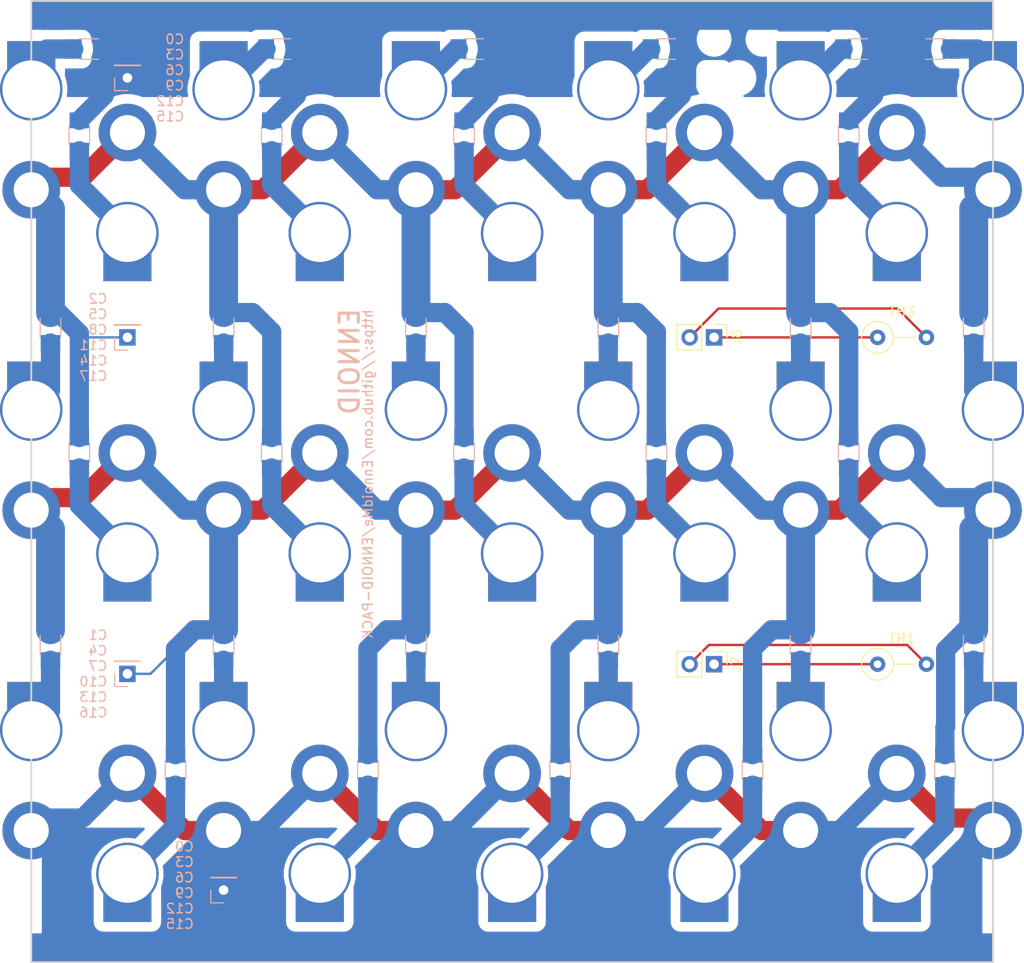
<source format=kicad_pcb>
(kicad_pcb (version 20171130) (host pcbnew 6.0.0-rc1-unknown-55b5c71~66~ubuntu18.10.1)

  (general
    (thickness 1.6)
    (drawings 10)
    (tracks 189)
    (zones 0)
    (modules 76)
    (nets 42)
  )

  (page A4)
  (layers
    (0 F.Cu signal)
    (31 B.Cu signal)
    (32 B.Adhes user)
    (33 F.Adhes user)
    (34 B.Paste user)
    (35 F.Paste user)
    (36 B.SilkS user)
    (37 F.SilkS user)
    (38 B.Mask user)
    (39 F.Mask user)
    (40 Dwgs.User user)
    (41 Cmts.User user)
    (42 Eco1.User user)
    (43 Eco2.User user)
    (44 Edge.Cuts user)
    (45 Margin user)
    (46 B.CrtYd user)
    (47 F.CrtYd user)
    (48 B.Fab user hide)
    (49 F.Fab user hide)
  )

  (setup
    (last_trace_width 0.25)
    (user_trace_width 2)
    (user_trace_width 3)
    (trace_clearance 0.2)
    (zone_clearance 1)
    (zone_45_only no)
    (trace_min 0.2)
    (via_size 0.8)
    (via_drill 0.4)
    (via_min_size 0.4)
    (via_min_drill 0.3)
    (uvia_size 0.3)
    (uvia_drill 0.1)
    (uvias_allowed no)
    (uvia_min_size 0.2)
    (uvia_min_drill 0.1)
    (edge_width 0.05)
    (segment_width 0.2)
    (pcb_text_width 0.3)
    (pcb_text_size 1.5 1.5)
    (mod_edge_width 0.12)
    (mod_text_size 1 1)
    (mod_text_width 0.15)
    (pad_size 100 3)
    (pad_drill 0)
    (pad_to_mask_clearance 0.051)
    (solder_mask_min_width 0.25)
    (aux_axis_origin 0 0)
    (visible_elements FFFFFF7F)
    (pcbplotparams
      (layerselection 0x010fc_ffffffff)
      (usegerberextensions false)
      (usegerberattributes false)
      (usegerberadvancedattributes false)
      (creategerberjobfile false)
      (excludeedgelayer true)
      (linewidth 0.100000)
      (plotframeref false)
      (viasonmask false)
      (mode 1)
      (useauxorigin false)
      (hpglpennumber 1)
      (hpglpenspeed 20)
      (hpglpendiameter 15.000000)
      (psnegative false)
      (psa4output false)
      (plotreference true)
      (plotvalue true)
      (plotinvisibletext false)
      (padsonsilk false)
      (subtractmaskfromsilk false)
      (outputformat 1)
      (mirror false)
      (drillshape 0)
      (scaleselection 1)
      (outputdirectory "../../Gerber/"))
  )

  (net 0 "")
  (net 1 "Net-(BT1-Pad1)")
  (net 2 "Net-(BT1-Pad2)")
  (net 3 "Net-(BT11-Pad2)")
  (net 4 "Net-(BT12-Pad2)")
  (net 5 "Net-(J7-Pad1)")
  (net 6 "Net-(J8-Pad1)")
  (net 7 "Net-(J7-Pad2)")
  (net 8 "Net-(J8-Pad2)")
  (net 9 "Net-(BT2-Pad1)")
  (net 10 "Net-(BT3-Pad1)")
  (net 11 "Net-(BT4-Pad1)")
  (net 12 "Net-(BT5-Pad1)")
  (net 13 "Net-(BT6-Pad1)")
  (net 14 "Net-(BT7-Pad1)")
  (net 15 "Net-(BT8-Pad1)")
  (net 16 "Net-(BT9-Pad1)")
  (net 17 "Net-(BT10-Pad1)")
  (net 18 "Net-(BT11-Pad1)")
  (net 19 "Net-(BT12-Pad1)")
  (net 20 "Net-(BT13-Pad1)")
  (net 21 "Net-(BT14-Pad1)")
  (net 22 "Net-(BT15-Pad1)")
  (net 23 "Net-(BT16-Pad1)")
  (net 24 "Net-(BT17-Pad1)")
  (net 25 "Net-(BT18-Pad1)")
  (net 26 "Net-(BT19-Pad1)")
  (net 27 "Net-(BT20-Pad1)")
  (net 28 "Net-(BT21-Pad1)")
  (net 29 "Net-(BT22-Pad1)")
  (net 30 "Net-(BT23-Pad1)")
  (net 31 "Net-(BT24-Pad1)")
  (net 32 "Net-(BT25-Pad1)")
  (net 33 "Net-(BT26-Pad1)")
  (net 34 "Net-(BT27-Pad1)")
  (net 35 "Net-(BT28-Pad1)")
  (net 36 "Net-(BT29-Pad1)")
  (net 37 "Net-(BT30-Pad1)")
  (net 38 "Net-(BT31-Pad1)")
  (net 39 "Net-(BT32-Pad1)")
  (net 40 "Net-(BT33-Pad1)")
  (net 41 "Net-(F1-Pad1)")

  (net_class Default "This is the default net class."
    (clearance 0.2)
    (trace_width 0.25)
    (via_dia 0.8)
    (via_drill 0.4)
    (uvia_dia 0.3)
    (uvia_drill 0.1)
    (add_net "Net-(BT1-Pad1)")
    (add_net "Net-(BT1-Pad2)")
    (add_net "Net-(BT10-Pad1)")
    (add_net "Net-(BT11-Pad1)")
    (add_net "Net-(BT11-Pad2)")
    (add_net "Net-(BT12-Pad1)")
    (add_net "Net-(BT12-Pad2)")
    (add_net "Net-(BT13-Pad1)")
    (add_net "Net-(BT14-Pad1)")
    (add_net "Net-(BT15-Pad1)")
    (add_net "Net-(BT16-Pad1)")
    (add_net "Net-(BT17-Pad1)")
    (add_net "Net-(BT18-Pad1)")
    (add_net "Net-(BT19-Pad1)")
    (add_net "Net-(BT2-Pad1)")
    (add_net "Net-(BT20-Pad1)")
    (add_net "Net-(BT21-Pad1)")
    (add_net "Net-(BT22-Pad1)")
    (add_net "Net-(BT23-Pad1)")
    (add_net "Net-(BT24-Pad1)")
    (add_net "Net-(BT25-Pad1)")
    (add_net "Net-(BT26-Pad1)")
    (add_net "Net-(BT27-Pad1)")
    (add_net "Net-(BT28-Pad1)")
    (add_net "Net-(BT29-Pad1)")
    (add_net "Net-(BT3-Pad1)")
    (add_net "Net-(BT30-Pad1)")
    (add_net "Net-(BT31-Pad1)")
    (add_net "Net-(BT32-Pad1)")
    (add_net "Net-(BT33-Pad1)")
    (add_net "Net-(BT4-Pad1)")
    (add_net "Net-(BT5-Pad1)")
    (add_net "Net-(BT6-Pad1)")
    (add_net "Net-(BT7-Pad1)")
    (add_net "Net-(BT8-Pad1)")
    (add_net "Net-(BT9-Pad1)")
    (add_net "Net-(F1-Pad1)")
    (add_net "Net-(J7-Pad1)")
    (add_net "Net-(J7-Pad2)")
    (add_net "Net-(J8-Pad1)")
    (add_net "Net-(J8-Pad2)")
  )

  (module ENNOID:Battery (layer F.Cu) (tedit 5C5707D8) (tstamp 5C5439ED)
    (at 10 24.151 180)
    (path /5C543670)
    (fp_text reference BT1 (at 0 -7.2 180) (layer F.SilkS) hide
      (effects (font (size 1 1) (thickness 0.15)))
    )
    (fp_text value Battery_Cell (at 0.508 -14.9018 180) (layer F.Fab) hide
      (effects (font (size 1 1) (thickness 0.15)))
    )
    (pad 2 thru_hole circle (at 0 10.456 180) (size 6 6) (drill 3.648) (layers *.Cu *.Mask)
      (net 2 "Net-(BT1-Pad2)"))
    (pad 1 thru_hole custom (at 0 0 180) (size 6.5 6.5) (drill 6) (layers *.Mask B.Cu)
      (net 1 "Net-(BT1-Pad1)") (zone_connect 0)
      (options (clearance outline) (anchor circle))
      (primitives
        (gr_poly (pts
           (xy -2.5 -5) (xy 2.5 -5) (xy 2.5 0) (xy -2.5 0)) (width 0))
      ))
    (model ENNOID.pretty/3D/18650.stp
      (at (xyz 0 0 0))
      (scale (xyz 1 1 1))
      (rotate (xyz 0 0 0))
    )
    (model ENNOID.pretty/3D/tube.stp
      (offset (xyz 0 -10.456 -1.6))
      (scale (xyz 1 1 1))
      (rotate (xyz 0 0 0))
    )
  )

  (module ENNOID:Battery (layer F.Cu) (tedit 5C5707D8) (tstamp 5C543E34)
    (at 10 57.484 180)
    (path /5C54694A)
    (fp_text reference BT2 (at 0.508 -13.9018 180) (layer F.SilkS) hide
      (effects (font (size 1 1) (thickness 0.15)))
    )
    (fp_text value Battery_Cell (at 0.508 -14.9018 180) (layer F.Fab) hide
      (effects (font (size 1 1) (thickness 0.15)))
    )
    (pad 2 thru_hole circle (at 0 10.456 180) (size 6 6) (drill 3.648) (layers *.Cu *.Mask)
      (net 3 "Net-(BT11-Pad2)"))
    (pad 1 thru_hole custom (at 0 0 180) (size 6.5 6.5) (drill 6) (layers *.Mask B.Cu)
      (net 9 "Net-(BT2-Pad1)") (zone_connect 0)
      (options (clearance outline) (anchor circle))
      (primitives
        (gr_poly (pts
           (xy -2.5 -5) (xy 2.5 -5) (xy 2.5 0) (xy -2.5 0)) (width 0))
      ))
    (model ENNOID.pretty/3D/18650.stp
      (at (xyz 0 0 0))
      (scale (xyz 1 1 1))
      (rotate (xyz 0 0 0))
    )
    (model ENNOID.pretty/3D/tube.stp
      (offset (xyz 0 -10.456 -1.6))
      (scale (xyz 1 1 1))
      (rotate (xyz 0 0 0))
    )
  )

  (module ENNOID:Battery (layer F.Cu) (tedit 5C5707D8) (tstamp 5C543E3A)
    (at 10 90.817 180)
    (path /5C54A8AA)
    (fp_text reference BT3 (at 0.508 -13.9018 180) (layer F.SilkS) hide
      (effects (font (size 1 1) (thickness 0.15)))
    )
    (fp_text value Battery_Cell (at 0.508 -14.9018 180) (layer F.Fab) hide
      (effects (font (size 1 1) (thickness 0.15)))
    )
    (pad 2 thru_hole circle (at 0 10.456 180) (size 6 6) (drill 3.648) (layers *.Cu *.Mask)
      (net 4 "Net-(BT12-Pad2)"))
    (pad 1 thru_hole custom (at 0 0 180) (size 6.5 6.5) (drill 6) (layers *.Mask B.Cu)
      (net 10 "Net-(BT3-Pad1)") (zone_connect 0)
      (options (clearance outline) (anchor circle))
      (primitives
        (gr_poly (pts
           (xy -2.5 -5) (xy 2.5 -5) (xy 2.5 0) (xy -2.5 0)) (width 0))
      ))
    (model ENNOID.pretty/3D/18650.stp
      (at (xyz 0 0 0))
      (scale (xyz 1 1 1))
      (rotate (xyz 0 0 0))
    )
    (model ENNOID.pretty/3D/tube.stp
      (offset (xyz 0 -10.456 -1.6))
      (scale (xyz 1 1 1))
      (rotate (xyz 0 0 0))
    )
  )

  (module ENNOID:Battery (layer F.Cu) (tedit 5C5707D8) (tstamp 5C543E40)
    (at 20 9.184)
    (path /5C543D3D)
    (fp_text reference BT4 (at 0 -6.714) (layer F.SilkS) hide
      (effects (font (size 1 1) (thickness 0.15)))
    )
    (fp_text value Battery_Cell (at 0.508 -14.9018) (layer F.Fab) hide
      (effects (font (size 1 1) (thickness 0.15)))
    )
    (pad 2 thru_hole circle (at 0 10.456) (size 6 6) (drill 3.648) (layers *.Cu *.Mask)
      (net 2 "Net-(BT1-Pad2)"))
    (pad 1 thru_hole custom (at 0 0) (size 6.5 6.5) (drill 6) (layers *.Mask B.Cu)
      (net 11 "Net-(BT4-Pad1)") (zone_connect 0)
      (options (clearance outline) (anchor circle))
      (primitives
        (gr_poly (pts
           (xy -2.5 -5) (xy 2.5 -5) (xy 2.5 0) (xy -2.5 0)) (width 0))
      ))
    (model ENNOID.pretty/3D/18650.stp
      (at (xyz 0 0 0))
      (scale (xyz 1 1 1))
      (rotate (xyz 0 0 0))
    )
    (model ENNOID.pretty/3D/tube.stp
      (offset (xyz 0 -10.456 -1.6))
      (scale (xyz 1 1 1))
      (rotate (xyz 0 0 0))
    )
  )

  (module ENNOID:Battery (layer F.Cu) (tedit 5C5707D8) (tstamp 5C543E46)
    (at 20 42.517)
    (path /5C546954)
    (fp_text reference BT5 (at 0 4.483) (layer F.SilkS) hide
      (effects (font (size 1 1) (thickness 0.15)))
    )
    (fp_text value Battery_Cell (at 0.508 -14.9018) (layer F.Fab) hide
      (effects (font (size 1 1) (thickness 0.15)))
    )
    (pad 2 thru_hole circle (at 0 10.456) (size 6 6) (drill 3.648) (layers *.Cu *.Mask)
      (net 3 "Net-(BT11-Pad2)"))
    (pad 1 thru_hole custom (at 0 0) (size 6.5 6.5) (drill 6) (layers *.Mask B.Cu)
      (net 12 "Net-(BT5-Pad1)") (zone_connect 0)
      (options (clearance outline) (anchor circle))
      (primitives
        (gr_poly (pts
           (xy -2.5 -5) (xy 2.5 -5) (xy 2.5 0) (xy -2.5 0)) (width 0))
      ))
    (model ENNOID.pretty/3D/18650.stp
      (at (xyz 0 0 0))
      (scale (xyz 1 1 1))
      (rotate (xyz 0 0 0))
    )
    (model ENNOID.pretty/3D/tube.stp
      (offset (xyz 0 -10.456 -1.6))
      (scale (xyz 1 1 1))
      (rotate (xyz 0 0 0))
    )
  )

  (module ENNOID:Battery (layer F.Cu) (tedit 5C5707D8) (tstamp 5C543E4C)
    (at 20 75.85)
    (path /5C54A8B4)
    (fp_text reference BT6 (at 0.508 -13.9018) (layer F.SilkS) hide
      (effects (font (size 1 1) (thickness 0.15)))
    )
    (fp_text value Battery_Cell (at 0.508 -14.9018) (layer F.Fab) hide
      (effects (font (size 1 1) (thickness 0.15)))
    )
    (pad 2 thru_hole circle (at 0 10.456) (size 6 6) (drill 3.648) (layers *.Cu *.Mask)
      (net 4 "Net-(BT12-Pad2)"))
    (pad 1 thru_hole custom (at 0 0) (size 6.5 6.5) (drill 6) (layers *.Mask B.Cu)
      (net 13 "Net-(BT6-Pad1)") (zone_connect 0)
      (options (clearance outline) (anchor circle))
      (primitives
        (gr_poly (pts
           (xy -2.5 -5) (xy 2.5 -5) (xy 2.5 0) (xy -2.5 0)) (width 0))
      ))
    (model ENNOID.pretty/3D/18650.stp
      (at (xyz 0 0 0))
      (scale (xyz 1 1 1))
      (rotate (xyz 0 0 0))
    )
    (model ENNOID.pretty/3D/tube.stp
      (offset (xyz 0 -10.456 -1.6))
      (scale (xyz 1 1 1))
      (rotate (xyz 0 0 0))
    )
  )

  (module ENNOID:Battery (layer F.Cu) (tedit 5C5707D8) (tstamp 5C543E52)
    (at 30 24.151 180)
    (path /5C5440B5)
    (fp_text reference BT7 (at 0.508 -13.9018 180) (layer F.SilkS) hide
      (effects (font (size 1 1) (thickness 0.15)))
    )
    (fp_text value Battery_Cell (at 0.508 -14.9018 180) (layer F.Fab) hide
      (effects (font (size 1 1) (thickness 0.15)))
    )
    (pad 2 thru_hole circle (at 0 10.456 180) (size 6 6) (drill 3.648) (layers *.Cu *.Mask)
      (net 2 "Net-(BT1-Pad2)"))
    (pad 1 thru_hole custom (at 0 0 180) (size 6.5 6.5) (drill 6) (layers *.Mask B.Cu)
      (net 14 "Net-(BT7-Pad1)") (zone_connect 0)
      (options (clearance outline) (anchor circle))
      (primitives
        (gr_poly (pts
           (xy -2.5 -5) (xy 2.5 -5) (xy 2.5 0) (xy -2.5 0)) (width 0))
      ))
    (model ENNOID.pretty/3D/18650.stp
      (at (xyz 0 0 0))
      (scale (xyz 1 1 1))
      (rotate (xyz 0 0 0))
    )
    (model ENNOID.pretty/3D/tube.stp
      (offset (xyz 0 -10.456 -1.6))
      (scale (xyz 1 1 1))
      (rotate (xyz 0 0 0))
    )
  )

  (module ENNOID:Battery (layer F.Cu) (tedit 5C5707D8) (tstamp 5C543E58)
    (at 30 57.484 180)
    (path /5C54695E)
    (fp_text reference BT8 (at 0.508 -13.9018 180) (layer F.SilkS) hide
      (effects (font (size 1 1) (thickness 0.15)))
    )
    (fp_text value Battery_Cell (at 0.508 -14.9018 180) (layer F.Fab) hide
      (effects (font (size 1 1) (thickness 0.15)))
    )
    (pad 2 thru_hole circle (at 0 10.456 180) (size 6 6) (drill 3.648) (layers *.Cu *.Mask)
      (net 3 "Net-(BT11-Pad2)"))
    (pad 1 thru_hole custom (at 0 0 180) (size 6.5 6.5) (drill 6) (layers *.Mask B.Cu)
      (net 15 "Net-(BT8-Pad1)") (zone_connect 0)
      (options (clearance outline) (anchor circle))
      (primitives
        (gr_poly (pts
           (xy -2.5 -5) (xy 2.5 -5) (xy 2.5 0) (xy -2.5 0)) (width 0))
      ))
    (model ENNOID.pretty/3D/18650.stp
      (at (xyz 0 0 0))
      (scale (xyz 1 1 1))
      (rotate (xyz 0 0 0))
    )
    (model ENNOID.pretty/3D/tube.stp
      (offset (xyz 0 -10.456 -1.6))
      (scale (xyz 1 1 1))
      (rotate (xyz 0 0 0))
    )
  )

  (module ENNOID:Battery (layer F.Cu) (tedit 5C5707D8) (tstamp 5C543E5E)
    (at 30 90.817 180)
    (path /5C54A8BE)
    (fp_text reference BT9 (at 0.508 -13.9018 180) (layer F.SilkS) hide
      (effects (font (size 1 1) (thickness 0.15)))
    )
    (fp_text value Battery_Cell (at 0.508 -14.9018 180) (layer F.Fab) hide
      (effects (font (size 1 1) (thickness 0.15)))
    )
    (pad 2 thru_hole circle (at 0 10.456 180) (size 6 6) (drill 3.648) (layers *.Cu *.Mask)
      (net 4 "Net-(BT12-Pad2)"))
    (pad 1 thru_hole custom (at 0 0 180) (size 6.5 6.5) (drill 6) (layers *.Mask B.Cu)
      (net 16 "Net-(BT9-Pad1)") (zone_connect 0)
      (options (clearance outline) (anchor circle))
      (primitives
        (gr_poly (pts
           (xy -2.5 -5) (xy 2.5 -5) (xy 2.5 0) (xy -2.5 0)) (width 0))
      ))
    (model ENNOID.pretty/3D/18650.stp
      (at (xyz 0 0 0))
      (scale (xyz 1 1 1))
      (rotate (xyz 0 0 0))
    )
    (model ENNOID.pretty/3D/tube.stp
      (offset (xyz 0 -10.456 -1.6))
      (scale (xyz 1 1 1))
      (rotate (xyz 0 0 0))
    )
  )

  (module ENNOID:Battery (layer F.Cu) (tedit 5C5707D8) (tstamp 5C543E64)
    (at 40 9.184)
    (path /5C544530)
    (fp_text reference BT10 (at 0.07 -6.714) (layer F.SilkS) hide
      (effects (font (size 1 1) (thickness 0.15)))
    )
    (fp_text value Battery_Cell (at 0.508 -14.9018) (layer F.Fab) hide
      (effects (font (size 1 1) (thickness 0.15)))
    )
    (pad 2 thru_hole circle (at 0 10.456) (size 6 6) (drill 3.648) (layers *.Cu *.Mask)
      (net 2 "Net-(BT1-Pad2)"))
    (pad 1 thru_hole custom (at 0 0) (size 6.5 6.5) (drill 6) (layers *.Mask B.Cu)
      (net 17 "Net-(BT10-Pad1)") (zone_connect 0)
      (options (clearance outline) (anchor circle))
      (primitives
        (gr_poly (pts
           (xy -2.5 -5) (xy 2.5 -5) (xy 2.5 0) (xy -2.5 0)) (width 0))
      ))
    (model ENNOID.pretty/3D/18650.stp
      (at (xyz 0 0 0))
      (scale (xyz 1 1 1))
      (rotate (xyz 0 0 0))
    )
    (model ENNOID.pretty/3D/tube.stp
      (offset (xyz 0 -10.456 -1.6))
      (scale (xyz 1 1 1))
      (rotate (xyz 0 0 0))
    )
  )

  (module ENNOID:Battery (layer F.Cu) (tedit 5C5707D8) (tstamp 5C543E6A)
    (at 40 42.517)
    (path /5C546968)
    (fp_text reference BT11 (at 0.508 -13.9018) (layer F.SilkS) hide
      (effects (font (size 1 1) (thickness 0.15)))
    )
    (fp_text value Battery_Cell (at 0.508 -14.9018) (layer F.Fab) hide
      (effects (font (size 1 1) (thickness 0.15)))
    )
    (pad 2 thru_hole circle (at 0 10.456) (size 6 6) (drill 3.648) (layers *.Cu *.Mask)
      (net 3 "Net-(BT11-Pad2)"))
    (pad 1 thru_hole custom (at 0 0) (size 6.5 6.5) (drill 6) (layers *.Mask B.Cu)
      (net 18 "Net-(BT11-Pad1)") (zone_connect 0)
      (options (clearance outline) (anchor circle))
      (primitives
        (gr_poly (pts
           (xy -2.5 -5) (xy 2.5 -5) (xy 2.5 0) (xy -2.5 0)) (width 0))
      ))
    (model ENNOID.pretty/3D/18650.stp
      (at (xyz 0 0 0))
      (scale (xyz 1 1 1))
      (rotate (xyz 0 0 0))
    )
    (model ENNOID.pretty/3D/tube.stp
      (offset (xyz 0 -10.456 -1.6))
      (scale (xyz 1 1 1))
      (rotate (xyz 0 0 0))
    )
  )

  (module ENNOID:Battery (layer F.Cu) (tedit 5C5707D8) (tstamp 5C543E70)
    (at 40 75.85)
    (path /5C54A8C8)
    (fp_text reference BT12 (at 0.508 -13.9018) (layer F.SilkS) hide
      (effects (font (size 1 1) (thickness 0.15)))
    )
    (fp_text value Battery_Cell (at 0.508 -14.9018) (layer F.Fab) hide
      (effects (font (size 1 1) (thickness 0.15)))
    )
    (pad 2 thru_hole circle (at 0 10.456) (size 6 6) (drill 3.648) (layers *.Cu *.Mask)
      (net 4 "Net-(BT12-Pad2)"))
    (pad 1 thru_hole custom (at 0 0) (size 6.5 6.5) (drill 6) (layers *.Mask B.Cu)
      (net 19 "Net-(BT12-Pad1)") (zone_connect 0)
      (options (clearance outline) (anchor circle))
      (primitives
        (gr_poly (pts
           (xy -2.5 -5) (xy 2.5 -5) (xy 2.5 0) (xy -2.5 0)) (width 0))
      ))
    (model ENNOID.pretty/3D/18650.stp
      (at (xyz 0 0 0))
      (scale (xyz 1 1 1))
      (rotate (xyz 0 0 0))
    )
    (model ENNOID.pretty/3D/tube.stp
      (offset (xyz 0 -10.456 -1.6))
      (scale (xyz 1 1 1))
      (rotate (xyz 0 0 0))
    )
  )

  (module ENNOID:Battery (layer F.Cu) (tedit 5C5707D8) (tstamp 5C543E76)
    (at 50 24.151 180)
    (path /5C544A1C)
    (fp_text reference BT13 (at 0.508 -13.9018 180) (layer F.SilkS) hide
      (effects (font (size 1 1) (thickness 0.15)))
    )
    (fp_text value Battery_Cell (at 0.508 -14.9018 180) (layer F.Fab) hide
      (effects (font (size 1 1) (thickness 0.15)))
    )
    (pad 2 thru_hole circle (at 0 10.456 180) (size 6 6) (drill 3.648) (layers *.Cu *.Mask)
      (net 2 "Net-(BT1-Pad2)"))
    (pad 1 thru_hole custom (at 0 0 180) (size 6.5 6.5) (drill 6) (layers *.Mask B.Cu)
      (net 20 "Net-(BT13-Pad1)") (zone_connect 0)
      (options (clearance outline) (anchor circle))
      (primitives
        (gr_poly (pts
           (xy -2.5 -5) (xy 2.5 -5) (xy 2.5 0) (xy -2.5 0)) (width 0))
      ))
    (model ENNOID.pretty/3D/18650.stp
      (at (xyz 0 0 0))
      (scale (xyz 1 1 1))
      (rotate (xyz 0 0 0))
    )
    (model ENNOID.pretty/3D/tube.stp
      (offset (xyz 0 -10.456 -1.6))
      (scale (xyz 1 1 1))
      (rotate (xyz 0 0 0))
    )
  )

  (module ENNOID:Battery (layer F.Cu) (tedit 5C5707D8) (tstamp 5C543E7C)
    (at 50 57.484 180)
    (path /5C546972)
    (fp_text reference BT14 (at 0.508 -13.9018 180) (layer F.SilkS) hide
      (effects (font (size 1 1) (thickness 0.15)))
    )
    (fp_text value Battery_Cell (at 0.508 -14.9018 180) (layer F.Fab) hide
      (effects (font (size 1 1) (thickness 0.15)))
    )
    (pad 2 thru_hole circle (at 0 10.456 180) (size 6 6) (drill 3.648) (layers *.Cu *.Mask)
      (net 3 "Net-(BT11-Pad2)"))
    (pad 1 thru_hole custom (at 0 0 180) (size 6.5 6.5) (drill 6) (layers *.Mask B.Cu)
      (net 21 "Net-(BT14-Pad1)") (zone_connect 0)
      (options (clearance outline) (anchor circle))
      (primitives
        (gr_poly (pts
           (xy -2.5 -5) (xy 2.5 -5) (xy 2.5 0) (xy -2.5 0)) (width 0))
      ))
    (model ENNOID.pretty/3D/18650.stp
      (at (xyz 0 0 0))
      (scale (xyz 1 1 1))
      (rotate (xyz 0 0 0))
    )
    (model ENNOID.pretty/3D/tube.stp
      (offset (xyz 0 -10.456 -1.6))
      (scale (xyz 1 1 1))
      (rotate (xyz 0 0 0))
    )
  )

  (module ENNOID:Battery (layer F.Cu) (tedit 5C5707D8) (tstamp 5C543E82)
    (at 50 90.817 180)
    (path /5C54A8D2)
    (fp_text reference BT15 (at 0.508 -13.9018 180) (layer F.SilkS) hide
      (effects (font (size 1 1) (thickness 0.15)))
    )
    (fp_text value Battery_Cell (at 0.508 -14.9018 180) (layer F.Fab) hide
      (effects (font (size 1 1) (thickness 0.15)))
    )
    (pad 2 thru_hole circle (at 0 10.456 180) (size 6 6) (drill 3.648) (layers *.Cu *.Mask)
      (net 4 "Net-(BT12-Pad2)"))
    (pad 1 thru_hole custom (at 0 0 180) (size 6.5 6.5) (drill 6) (layers *.Mask B.Cu)
      (net 22 "Net-(BT15-Pad1)") (zone_connect 0)
      (options (clearance outline) (anchor circle))
      (primitives
        (gr_poly (pts
           (xy -2.5 -5) (xy 2.5 -5) (xy 2.5 0) (xy -2.5 0)) (width 0))
      ))
    (model ENNOID.pretty/3D/18650.stp
      (at (xyz 0 0 0))
      (scale (xyz 1 1 1))
      (rotate (xyz 0 0 0))
    )
    (model ENNOID.pretty/3D/tube.stp
      (offset (xyz 0 -10.456 -1.6))
      (scale (xyz 1 1 1))
      (rotate (xyz 0 0 0))
    )
  )

  (module ENNOID:Battery (layer F.Cu) (tedit 5C5707D8) (tstamp 5C543E88)
    (at 60 9.184)
    (path /5C544D04)
    (fp_text reference BT16 (at 0.06 -6.974) (layer F.SilkS) hide
      (effects (font (size 1 1) (thickness 0.15)))
    )
    (fp_text value Battery_Cell (at 0.508 -14.9018) (layer F.Fab) hide
      (effects (font (size 1 1) (thickness 0.15)))
    )
    (pad 2 thru_hole circle (at 0 10.456) (size 6 6) (drill 3.648) (layers *.Cu *.Mask)
      (net 2 "Net-(BT1-Pad2)"))
    (pad 1 thru_hole custom (at 0 0) (size 6.5 6.5) (drill 6) (layers *.Mask B.Cu)
      (net 23 "Net-(BT16-Pad1)") (zone_connect 0)
      (options (clearance outline) (anchor circle))
      (primitives
        (gr_poly (pts
           (xy -2.5 -5) (xy 2.5 -5) (xy 2.5 0) (xy -2.5 0)) (width 0))
      ))
    (model ENNOID.pretty/3D/18650.stp
      (at (xyz 0 0 0))
      (scale (xyz 1 1 1))
      (rotate (xyz 0 0 0))
    )
    (model ENNOID.pretty/3D/tube.stp
      (offset (xyz 0 -10.456 -1.6))
      (scale (xyz 1 1 1))
      (rotate (xyz 0 0 0))
    )
  )

  (module ENNOID:Battery (layer F.Cu) (tedit 5C5707D8) (tstamp 5C543E8E)
    (at 60 42.517)
    (path /5C54697C)
    (fp_text reference BT17 (at 0.508 -13.9018) (layer F.SilkS) hide
      (effects (font (size 1 1) (thickness 0.15)))
    )
    (fp_text value Battery_Cell (at 0.508 -14.9018) (layer F.Fab) hide
      (effects (font (size 1 1) (thickness 0.15)))
    )
    (pad 2 thru_hole circle (at 0 10.456) (size 6 6) (drill 3.648) (layers *.Cu *.Mask)
      (net 3 "Net-(BT11-Pad2)"))
    (pad 1 thru_hole custom (at 0 0) (size 6.5 6.5) (drill 6) (layers *.Mask B.Cu)
      (net 24 "Net-(BT17-Pad1)") (zone_connect 0)
      (options (clearance outline) (anchor circle))
      (primitives
        (gr_poly (pts
           (xy -2.5 -5) (xy 2.5 -5) (xy 2.5 0) (xy -2.5 0)) (width 0))
      ))
    (model ENNOID.pretty/3D/18650.stp
      (at (xyz 0 0 0))
      (scale (xyz 1 1 1))
      (rotate (xyz 0 0 0))
    )
    (model ENNOID.pretty/3D/tube.stp
      (offset (xyz 0 -10.456 -1.6))
      (scale (xyz 1 1 1))
      (rotate (xyz 0 0 0))
    )
  )

  (module ENNOID:Battery (layer F.Cu) (tedit 5C5707D8) (tstamp 5C543E94)
    (at 60 75.85)
    (path /5C54A8DC)
    (fp_text reference BT18 (at 0.508 -13.9018) (layer F.SilkS) hide
      (effects (font (size 1 1) (thickness 0.15)))
    )
    (fp_text value Battery_Cell (at 0.508 -14.9018) (layer F.Fab) hide
      (effects (font (size 1 1) (thickness 0.15)))
    )
    (pad 2 thru_hole circle (at 0 10.456) (size 6 6) (drill 3.648) (layers *.Cu *.Mask)
      (net 4 "Net-(BT12-Pad2)"))
    (pad 1 thru_hole custom (at 0 0) (size 6.5 6.5) (drill 6) (layers *.Mask B.Cu)
      (net 25 "Net-(BT18-Pad1)") (zone_connect 0)
      (options (clearance outline) (anchor circle))
      (primitives
        (gr_poly (pts
           (xy -2.5 -5) (xy 2.5 -5) (xy 2.5 0) (xy -2.5 0)) (width 0))
      ))
    (model ENNOID.pretty/3D/18650.stp
      (at (xyz 0 0 0))
      (scale (xyz 1 1 1))
      (rotate (xyz 0 0 0))
    )
    (model ENNOID.pretty/3D/tube.stp
      (offset (xyz 0 -10.456 -1.6))
      (scale (xyz 1 1 1))
      (rotate (xyz 0 0 0))
    )
  )

  (module ENNOID:Battery (layer F.Cu) (tedit 5C5707D8) (tstamp 5C543E9A)
    (at 70 24.151 180)
    (path /5C5450DF)
    (fp_text reference BT19 (at 0.508 -13.9018 180) (layer F.SilkS) hide
      (effects (font (size 1 1) (thickness 0.15)))
    )
    (fp_text value Battery_Cell (at 0.508 -14.9018 180) (layer F.Fab) hide
      (effects (font (size 1 1) (thickness 0.15)))
    )
    (pad 2 thru_hole circle (at 0 10.456 180) (size 6 6) (drill 3.648) (layers *.Cu *.Mask)
      (net 2 "Net-(BT1-Pad2)"))
    (pad 1 thru_hole custom (at 0 0 180) (size 6.5 6.5) (drill 6) (layers *.Mask B.Cu)
      (net 26 "Net-(BT19-Pad1)") (zone_connect 0)
      (options (clearance outline) (anchor circle))
      (primitives
        (gr_poly (pts
           (xy -2.5 -5) (xy 2.5 -5) (xy 2.5 0) (xy -2.5 0)) (width 0))
      ))
    (model ENNOID.pretty/3D/18650.stp
      (at (xyz 0 0 0))
      (scale (xyz 1 1 1))
      (rotate (xyz 0 0 0))
    )
    (model ENNOID.pretty/3D/tube.stp
      (offset (xyz 0 -10.456 -1.6))
      (scale (xyz 1 1 1))
      (rotate (xyz 0 0 0))
    )
  )

  (module ENNOID:Battery (layer F.Cu) (tedit 5C5707D8) (tstamp 5C543EA0)
    (at 70 57.484 180)
    (path /5C546986)
    (fp_text reference BT20 (at 0.508 -13.9018 180) (layer F.SilkS) hide
      (effects (font (size 1 1) (thickness 0.15)))
    )
    (fp_text value Battery_Cell (at 0.508 -14.9018 180) (layer F.Fab) hide
      (effects (font (size 1 1) (thickness 0.15)))
    )
    (pad 2 thru_hole circle (at 0 10.456 180) (size 6 6) (drill 3.648) (layers *.Cu *.Mask)
      (net 3 "Net-(BT11-Pad2)"))
    (pad 1 thru_hole custom (at 0 0 180) (size 6.5 6.5) (drill 6) (layers *.Mask B.Cu)
      (net 27 "Net-(BT20-Pad1)") (zone_connect 0)
      (options (clearance outline) (anchor circle))
      (primitives
        (gr_poly (pts
           (xy -2.5 -5) (xy 2.5 -5) (xy 2.5 0) (xy -2.5 0)) (width 0))
      ))
    (model ENNOID.pretty/3D/18650.stp
      (at (xyz 0 0 0))
      (scale (xyz 1 1 1))
      (rotate (xyz 0 0 0))
    )
    (model ENNOID.pretty/3D/tube.stp
      (offset (xyz 0 -10.456 -1.6))
      (scale (xyz 1 1 1))
      (rotate (xyz 0 0 0))
    )
  )

  (module ENNOID:Battery (layer F.Cu) (tedit 5C5707D8) (tstamp 5C543EA6)
    (at 70 90.817 180)
    (path /5C54A8E6)
    (fp_text reference BT21 (at 0.508 -13.9018 180) (layer F.SilkS) hide
      (effects (font (size 1 1) (thickness 0.15)))
    )
    (fp_text value Battery_Cell (at 0.508 -14.9018 180) (layer F.Fab) hide
      (effects (font (size 1 1) (thickness 0.15)))
    )
    (pad 2 thru_hole circle (at 0 10.456 180) (size 6 6) (drill 3.648) (layers *.Cu *.Mask)
      (net 4 "Net-(BT12-Pad2)"))
    (pad 1 thru_hole custom (at 0 0 180) (size 6.5 6.5) (drill 6) (layers *.Mask B.Cu)
      (net 28 "Net-(BT21-Pad1)") (zone_connect 0)
      (options (clearance outline) (anchor circle))
      (primitives
        (gr_poly (pts
           (xy -2.5 -5) (xy 2.5 -5) (xy 2.5 0) (xy -2.5 0)) (width 0))
      ))
    (model ENNOID.pretty/3D/18650.stp
      (at (xyz 0 0 0))
      (scale (xyz 1 1 1))
      (rotate (xyz 0 0 0))
    )
    (model ENNOID.pretty/3D/tube.stp
      (offset (xyz 0 -10.456 -1.6))
      (scale (xyz 1 1 1))
      (rotate (xyz 0 0 0))
    )
  )

  (module ENNOID:Battery (layer F.Cu) (tedit 5C5707D8) (tstamp 5C543EAC)
    (at 80 9.184)
    (path /5C54560A)
    (fp_text reference BT22 (at 0 -7.084) (layer F.SilkS) hide
      (effects (font (size 1 1) (thickness 0.15)))
    )
    (fp_text value Battery_Cell (at 0.508 -14.9018) (layer F.Fab) hide
      (effects (font (size 1 1) (thickness 0.15)))
    )
    (pad 2 thru_hole circle (at 0 10.456) (size 6 6) (drill 3.648) (layers *.Cu *.Mask)
      (net 2 "Net-(BT1-Pad2)"))
    (pad 1 thru_hole custom (at 0 0) (size 6.5 6.5) (drill 6) (layers *.Mask B.Cu)
      (net 29 "Net-(BT22-Pad1)") (zone_connect 0)
      (options (clearance outline) (anchor circle))
      (primitives
        (gr_poly (pts
           (xy -2.5 -5) (xy 2.5 -5) (xy 2.5 0) (xy -2.5 0)) (width 0))
      ))
    (model ENNOID.pretty/3D/18650.stp
      (at (xyz 0 0 0))
      (scale (xyz 1 1 1))
      (rotate (xyz 0 0 0))
    )
    (model ENNOID.pretty/3D/tube.stp
      (offset (xyz 0 -10.456 -1.6))
      (scale (xyz 1 1 1))
      (rotate (xyz 0 0 0))
    )
  )

  (module ENNOID:Battery (layer F.Cu) (tedit 5C5707D8) (tstamp 5C543EB2)
    (at 80 42.517)
    (path /5C546990)
    (fp_text reference BT23 (at 0.508 -13.9018) (layer F.SilkS) hide
      (effects (font (size 1 1) (thickness 0.15)))
    )
    (fp_text value Battery_Cell (at 0.508 -14.9018) (layer F.Fab) hide
      (effects (font (size 1 1) (thickness 0.15)))
    )
    (pad 2 thru_hole circle (at 0 10.456) (size 6 6) (drill 3.648) (layers *.Cu *.Mask)
      (net 3 "Net-(BT11-Pad2)"))
    (pad 1 thru_hole custom (at 0 0) (size 6.5 6.5) (drill 6) (layers *.Mask B.Cu)
      (net 30 "Net-(BT23-Pad1)") (zone_connect 0)
      (options (clearance outline) (anchor circle))
      (primitives
        (gr_poly (pts
           (xy -2.5 -5) (xy 2.5 -5) (xy 2.5 0) (xy -2.5 0)) (width 0))
      ))
    (model ENNOID.pretty/3D/18650.stp
      (at (xyz 0 0 0))
      (scale (xyz 1 1 1))
      (rotate (xyz 0 0 0))
    )
    (model ENNOID.pretty/3D/tube.stp
      (offset (xyz 0 -10.456 -1.6))
      (scale (xyz 1 1 1))
      (rotate (xyz 0 0 0))
    )
  )

  (module ENNOID:Battery (layer F.Cu) (tedit 5C5707D8) (tstamp 5C543EB8)
    (at 80 75.85)
    (path /5C54A8F0)
    (fp_text reference BT24 (at 0.508 -13.9018) (layer F.SilkS) hide
      (effects (font (size 1 1) (thickness 0.15)))
    )
    (fp_text value Battery_Cell (at 0.508 -14.9018) (layer F.Fab) hide
      (effects (font (size 1 1) (thickness 0.15)))
    )
    (pad 2 thru_hole circle (at 0 10.456) (size 6 6) (drill 3.648) (layers *.Cu *.Mask)
      (net 4 "Net-(BT12-Pad2)"))
    (pad 1 thru_hole custom (at 0 0) (size 6.5 6.5) (drill 6) (layers *.Mask B.Cu)
      (net 31 "Net-(BT24-Pad1)") (zone_connect 0)
      (options (clearance outline) (anchor circle))
      (primitives
        (gr_poly (pts
           (xy -2.5 -5) (xy 2.5 -5) (xy 2.5 0) (xy -2.5 0)) (width 0))
      ))
    (model ENNOID.pretty/3D/18650.stp
      (at (xyz 0 0 0))
      (scale (xyz 1 1 1))
      (rotate (xyz 0 0 0))
    )
    (model ENNOID.pretty/3D/tube.stp
      (offset (xyz 0 -10.456 -1.6))
      (scale (xyz 1 1 1))
      (rotate (xyz 0 0 0))
    )
  )

  (module ENNOID:Battery (layer F.Cu) (tedit 5C5707D8) (tstamp 5C543EBE)
    (at 90 24.151 180)
    (path /5C545B5E)
    (fp_text reference BT25 (at 0.508 -13.9018 180) (layer F.SilkS) hide
      (effects (font (size 1 1) (thickness 0.15)))
    )
    (fp_text value Battery_Cell (at 0.508 -14.9018 180) (layer F.Fab) hide
      (effects (font (size 1 1) (thickness 0.15)))
    )
    (pad 2 thru_hole circle (at 0 10.456 180) (size 6 6) (drill 3.648) (layers *.Cu *.Mask)
      (net 2 "Net-(BT1-Pad2)"))
    (pad 1 thru_hole custom (at 0 0 180) (size 6.5 6.5) (drill 6) (layers *.Mask B.Cu)
      (net 32 "Net-(BT25-Pad1)") (zone_connect 0)
      (options (clearance outline) (anchor circle))
      (primitives
        (gr_poly (pts
           (xy -2.5 -5) (xy 2.5 -5) (xy 2.5 0) (xy -2.5 0)) (width 0))
      ))
    (model ENNOID.pretty/3D/18650.stp
      (at (xyz 0 0 0))
      (scale (xyz 1 1 1))
      (rotate (xyz 0 0 0))
    )
    (model ENNOID.pretty/3D/tube.stp
      (offset (xyz 0 -10.456 -1.6))
      (scale (xyz 1 1 1))
      (rotate (xyz 0 0 0))
    )
  )

  (module ENNOID:Battery (layer F.Cu) (tedit 5C5707D8) (tstamp 5C543EC4)
    (at 90 57.484 180)
    (path /5C54699A)
    (fp_text reference BT26 (at 0.508 -13.9018 180) (layer F.SilkS) hide
      (effects (font (size 1 1) (thickness 0.15)))
    )
    (fp_text value Battery_Cell (at 0.508 -14.9018 180) (layer F.Fab) hide
      (effects (font (size 1 1) (thickness 0.15)))
    )
    (pad 2 thru_hole circle (at 0 10.456 180) (size 6 6) (drill 3.648) (layers *.Cu *.Mask)
      (net 3 "Net-(BT11-Pad2)"))
    (pad 1 thru_hole custom (at 0 0 180) (size 6.5 6.5) (drill 6) (layers *.Mask B.Cu)
      (net 33 "Net-(BT26-Pad1)") (zone_connect 0)
      (options (clearance outline) (anchor circle))
      (primitives
        (gr_poly (pts
           (xy -2.5 -5) (xy 2.5 -5) (xy 2.5 0) (xy -2.5 0)) (width 0))
      ))
    (model ENNOID.pretty/3D/18650.stp
      (at (xyz 0 0 0))
      (scale (xyz 1 1 1))
      (rotate (xyz 0 0 0))
    )
    (model ENNOID.pretty/3D/tube.stp
      (offset (xyz 0 -10.456 -1.6))
      (scale (xyz 1 1 1))
      (rotate (xyz 0 0 0))
    )
  )

  (module ENNOID:Battery (layer F.Cu) (tedit 5C5707D8) (tstamp 5C543ECA)
    (at 90 90.817 180)
    (path /5C54A8FA)
    (fp_text reference BT27 (at 0.508 -13.9018 180) (layer F.SilkS) hide
      (effects (font (size 1 1) (thickness 0.15)))
    )
    (fp_text value Battery_Cell (at 0.508 -14.9018 180) (layer F.Fab) hide
      (effects (font (size 1 1) (thickness 0.15)))
    )
    (pad 2 thru_hole circle (at 0 10.456 180) (size 6 6) (drill 3.648) (layers *.Cu *.Mask)
      (net 4 "Net-(BT12-Pad2)"))
    (pad 1 thru_hole custom (at 0 0 180) (size 6.5 6.5) (drill 6) (layers *.Mask B.Cu)
      (net 34 "Net-(BT27-Pad1)") (zone_connect 0)
      (options (clearance outline) (anchor circle))
      (primitives
        (gr_poly (pts
           (xy -2.5 -5) (xy 2.5 -5) (xy 2.5 0) (xy -2.5 0)) (width 0))
      ))
    (model ENNOID.pretty/3D/18650.stp
      (at (xyz 0 0 0))
      (scale (xyz 1 1 1))
      (rotate (xyz 0 0 0))
    )
    (model ENNOID.pretty/3D/tube.stp
      (offset (xyz 0 -10.456 -1.6))
      (scale (xyz 1 1 1))
      (rotate (xyz 0 0 0))
    )
  )

  (module Resistors_THT:R_Axial_DIN0309_L9.0mm_D3.2mm_P5.08mm_Vertical (layer F.Cu) (tedit 5874F706) (tstamp 5C5464C5)
    (at 88 69)
    (descr "Resistor, Axial_DIN0309 series, Axial, Vertical, pin pitch=5.08mm, 0.5W = 1/2W, length*diameter=9*3.2mm^2, http://cdn-reichelt.de/documents/datenblatt/B400/1_4W%23YAG.pdf")
    (tags "Resistor Axial_DIN0309 series Axial Vertical pin pitch 5.08mm 0.5W = 1/2W length 9mm diameter 3.2mm")
    (path /5C6881D7)
    (fp_text reference TH1 (at 2.54 -2.66) (layer F.SilkS)
      (effects (font (size 1 1) (thickness 0.15)))
    )
    (fp_text value Thermistor (at 2.54 2.66) (layer F.Fab)
      (effects (font (size 1 1) (thickness 0.15)))
    )
    (fp_circle (center 0 0) (end 1.6 0) (layer F.Fab) (width 0.1))
    (fp_circle (center 0 0) (end 1.66 0) (layer F.SilkS) (width 0.12))
    (fp_line (start 0 0) (end 5.08 0) (layer F.Fab) (width 0.1))
    (fp_line (start 1.66 0) (end 3.98 0) (layer F.SilkS) (width 0.12))
    (fp_line (start -1.95 -1.95) (end -1.95 1.95) (layer F.CrtYd) (width 0.05))
    (fp_line (start -1.95 1.95) (end 6.2 1.95) (layer F.CrtYd) (width 0.05))
    (fp_line (start 6.2 1.95) (end 6.2 -1.95) (layer F.CrtYd) (width 0.05))
    (fp_line (start 6.2 -1.95) (end -1.95 -1.95) (layer F.CrtYd) (width 0.05))
    (pad 1 thru_hole circle (at 0 0) (size 1.6 1.6) (drill 0.8) (layers *.Cu *.Mask)
      (net 5 "Net-(J7-Pad1)"))
    (pad 2 thru_hole oval (at 5.08 0) (size 1.6 1.6) (drill 0.8) (layers *.Cu *.Mask)
      (net 7 "Net-(J7-Pad2)"))
    (model ${KISYS3DMOD}/Resistors_THT.3dshapes/R_Axial_DIN0309_L9.0mm_D3.2mm_P5.08mm_Vertical.wrl
      (at (xyz 0 0 0))
      (scale (xyz 0.393701 0.393701 0.393701))
      (rotate (xyz 0 0 0))
    )
  )

  (module Resistors_THT:R_Axial_DIN0309_L9.0mm_D3.2mm_P5.08mm_Vertical (layer F.Cu) (tedit 5874F706) (tstamp 5C549B52)
    (at 88 35)
    (descr "Resistor, Axial_DIN0309 series, Axial, Vertical, pin pitch=5.08mm, 0.5W = 1/2W, length*diameter=9*3.2mm^2, http://cdn-reichelt.de/documents/datenblatt/B400/1_4W%23YAG.pdf")
    (tags "Resistor Axial_DIN0309 series Axial Vertical pin pitch 5.08mm 0.5W = 1/2W length 9mm diameter 3.2mm")
    (path /5C75F021)
    (fp_text reference TH3 (at 2.54 -2.66) (layer F.SilkS)
      (effects (font (size 1 1) (thickness 0.15)))
    )
    (fp_text value Thermistor (at 2.54 2.66) (layer F.Fab)
      (effects (font (size 1 1) (thickness 0.15)))
    )
    (fp_circle (center 0 0) (end 1.6 0) (layer F.Fab) (width 0.1))
    (fp_circle (center 0 0) (end 1.66 0) (layer F.SilkS) (width 0.12))
    (fp_line (start 0 0) (end 5.08 0) (layer F.Fab) (width 0.1))
    (fp_line (start 1.66 0) (end 3.98 0) (layer F.SilkS) (width 0.12))
    (fp_line (start -1.95 -1.95) (end -1.95 1.95) (layer F.CrtYd) (width 0.05))
    (fp_line (start -1.95 1.95) (end 6.2 1.95) (layer F.CrtYd) (width 0.05))
    (fp_line (start 6.2 1.95) (end 6.2 -1.95) (layer F.CrtYd) (width 0.05))
    (fp_line (start 6.2 -1.95) (end -1.95 -1.95) (layer F.CrtYd) (width 0.05))
    (pad 1 thru_hole circle (at 0 0) (size 1.6 1.6) (drill 0.8) (layers *.Cu *.Mask)
      (net 6 "Net-(J8-Pad1)"))
    (pad 2 thru_hole oval (at 5.08 0) (size 1.6 1.6) (drill 0.8) (layers *.Cu *.Mask)
      (net 8 "Net-(J8-Pad2)"))
    (model ${KISYS3DMOD}/Resistors_THT.3dshapes/R_Axial_DIN0309_L9.0mm_D3.2mm_P5.08mm_Vertical.wrl
      (at (xyz 0 0 0))
      (scale (xyz 0.393701 0.393701 0.393701))
      (rotate (xyz 0 0 0))
    )
  )

  (module Pin_Headers:Pin_Header_Straight_1x01_Pitch2.54mm (layer B.Cu) (tedit 59650532) (tstamp 5C558C93)
    (at 10 8)
    (descr "Through hole straight pin header, 1x01, 2.54mm pitch, single row")
    (tags "Through hole pin header THT 1x01 2.54mm single row")
    (path /5C92E6FE)
    (fp_text reference J1 (at 0 2.33) (layer B.SilkS) hide
      (effects (font (size 1 1) (thickness 0.15)) (justify mirror))
    )
    (fp_text value Conn_01x01 (at 0 -2.33) (layer B.Fab) hide
      (effects (font (size 1 1) (thickness 0.15)) (justify mirror))
    )
    (fp_line (start -0.635 1.27) (end 1.27 1.27) (layer B.Fab) (width 0.1))
    (fp_line (start 1.27 1.27) (end 1.27 -1.27) (layer B.Fab) (width 0.1))
    (fp_line (start 1.27 -1.27) (end -1.27 -1.27) (layer B.Fab) (width 0.1))
    (fp_line (start -1.27 -1.27) (end -1.27 0.635) (layer B.Fab) (width 0.1))
    (fp_line (start -1.27 0.635) (end -0.635 1.27) (layer B.Fab) (width 0.1))
    (fp_line (start -1.33 -1.33) (end 1.33 -1.33) (layer B.SilkS) (width 0.12))
    (fp_line (start -1.33 -1.27) (end -1.33 -1.33) (layer B.SilkS) (width 0.12))
    (fp_line (start 1.33 -1.27) (end 1.33 -1.33) (layer B.SilkS) (width 0.12))
    (fp_line (start -1.33 -1.27) (end 1.33 -1.27) (layer B.SilkS) (width 0.12))
    (fp_line (start -1.33 0) (end -1.33 1.33) (layer B.SilkS) (width 0.12))
    (fp_line (start -1.33 1.33) (end 0 1.33) (layer B.SilkS) (width 0.12))
    (fp_line (start -1.8 1.8) (end -1.8 -1.8) (layer B.CrtYd) (width 0.05))
    (fp_line (start -1.8 -1.8) (end 1.8 -1.8) (layer B.CrtYd) (width 0.05))
    (fp_line (start 1.8 -1.8) (end 1.8 1.8) (layer B.CrtYd) (width 0.05))
    (fp_line (start 1.8 1.8) (end -1.8 1.8) (layer B.CrtYd) (width 0.05))
    (fp_text user %R (at 0 0 -90) (layer B.Fab) hide
      (effects (font (size 1 1) (thickness 0.15)) (justify mirror))
    )
    (pad 1 thru_hole rect (at 0 0) (size 1.7 1.7) (drill 1) (layers *.Cu *.Mask)
      (net 41 "Net-(F1-Pad1)"))
    (model ${KISYS3DMOD}/Pin_Headers.3dshapes/Pin_Header_Straight_1x01_Pitch2.54mm.wrl
      (at (xyz 0 0 0))
      (scale (xyz 1 1 1))
      (rotate (xyz 0 0 0))
    )
  )

  (module Pin_Headers:Pin_Header_Straight_1x01_Pitch2.54mm (layer B.Cu) (tedit 59650532) (tstamp 5C5587AC)
    (at 10 35)
    (descr "Through hole straight pin header, 1x01, 2.54mm pitch, single row")
    (tags "Through hole pin header THT 1x01 2.54mm single row")
    (path /5C998E85)
    (fp_text reference J2 (at 0 2.33) (layer B.SilkS) hide
      (effects (font (size 1 1) (thickness 0.15)) (justify mirror))
    )
    (fp_text value Conn_01x01 (at 0 -2.33) (layer B.Fab) hide
      (effects (font (size 1 1) (thickness 0.15)) (justify mirror))
    )
    (fp_line (start -0.635 1.27) (end 1.27 1.27) (layer B.Fab) (width 0.1))
    (fp_line (start 1.27 1.27) (end 1.27 -1.27) (layer B.Fab) (width 0.1))
    (fp_line (start 1.27 -1.27) (end -1.27 -1.27) (layer B.Fab) (width 0.1))
    (fp_line (start -1.27 -1.27) (end -1.27 0.635) (layer B.Fab) (width 0.1))
    (fp_line (start -1.27 0.635) (end -0.635 1.27) (layer B.Fab) (width 0.1))
    (fp_line (start -1.33 -1.33) (end 1.33 -1.33) (layer B.SilkS) (width 0.12))
    (fp_line (start -1.33 -1.27) (end -1.33 -1.33) (layer B.SilkS) (width 0.12))
    (fp_line (start 1.33 -1.27) (end 1.33 -1.33) (layer B.SilkS) (width 0.12))
    (fp_line (start -1.33 -1.27) (end 1.33 -1.27) (layer B.SilkS) (width 0.12))
    (fp_line (start -1.33 0) (end -1.33 1.33) (layer B.SilkS) (width 0.12))
    (fp_line (start -1.33 1.33) (end 0 1.33) (layer B.SilkS) (width 0.12))
    (fp_line (start -1.8 1.8) (end -1.8 -1.8) (layer B.CrtYd) (width 0.05))
    (fp_line (start -1.8 -1.8) (end 1.8 -1.8) (layer B.CrtYd) (width 0.05))
    (fp_line (start 1.8 -1.8) (end 1.8 1.8) (layer B.CrtYd) (width 0.05))
    (fp_line (start 1.8 1.8) (end -1.8 1.8) (layer B.CrtYd) (width 0.05))
    (fp_text user %R (at 0 0 -90) (layer B.Fab) hide
      (effects (font (size 1 1) (thickness 0.15)) (justify mirror))
    )
    (pad 1 thru_hole rect (at 0 0) (size 1.7 1.7) (drill 1) (layers *.Cu *.Mask)
      (net 2 "Net-(BT1-Pad2)"))
    (model ${KISYS3DMOD}/Pin_Headers.3dshapes/Pin_Header_Straight_1x01_Pitch2.54mm.wrl
      (at (xyz 0 0 0))
      (scale (xyz 1 1 1))
      (rotate (xyz 0 0 0))
    )
  )

  (module Pin_Headers:Pin_Header_Straight_1x01_Pitch2.54mm (layer B.Cu) (tedit 59650532) (tstamp 5C5587C1)
    (at 10 70)
    (descr "Through hole straight pin header, 1x01, 2.54mm pitch, single row")
    (tags "Through hole pin header THT 1x01 2.54mm single row")
    (path /5C9992D8)
    (fp_text reference J3 (at 0 2.33) (layer B.SilkS) hide
      (effects (font (size 1 1) (thickness 0.15)) (justify mirror))
    )
    (fp_text value Conn_01x01 (at 0 -2.33) (layer B.Fab) hide
      (effects (font (size 1 1) (thickness 0.15)) (justify mirror))
    )
    (fp_line (start -0.635 1.27) (end 1.27 1.27) (layer B.Fab) (width 0.1))
    (fp_line (start 1.27 1.27) (end 1.27 -1.27) (layer B.Fab) (width 0.1))
    (fp_line (start 1.27 -1.27) (end -1.27 -1.27) (layer B.Fab) (width 0.1))
    (fp_line (start -1.27 -1.27) (end -1.27 0.635) (layer B.Fab) (width 0.1))
    (fp_line (start -1.27 0.635) (end -0.635 1.27) (layer B.Fab) (width 0.1))
    (fp_line (start -1.33 -1.33) (end 1.33 -1.33) (layer B.SilkS) (width 0.12))
    (fp_line (start -1.33 -1.27) (end -1.33 -1.33) (layer B.SilkS) (width 0.12))
    (fp_line (start 1.33 -1.27) (end 1.33 -1.33) (layer B.SilkS) (width 0.12))
    (fp_line (start -1.33 -1.27) (end 1.33 -1.27) (layer B.SilkS) (width 0.12))
    (fp_line (start -1.33 0) (end -1.33 1.33) (layer B.SilkS) (width 0.12))
    (fp_line (start -1.33 1.33) (end 0 1.33) (layer B.SilkS) (width 0.12))
    (fp_line (start -1.8 1.8) (end -1.8 -1.8) (layer B.CrtYd) (width 0.05))
    (fp_line (start -1.8 -1.8) (end 1.8 -1.8) (layer B.CrtYd) (width 0.05))
    (fp_line (start 1.8 -1.8) (end 1.8 1.8) (layer B.CrtYd) (width 0.05))
    (fp_line (start 1.8 1.8) (end -1.8 1.8) (layer B.CrtYd) (width 0.05))
    (fp_text user %R (at 0 0 -90) (layer B.Fab) hide
      (effects (font (size 1 1) (thickness 0.15)) (justify mirror))
    )
    (pad 1 thru_hole rect (at 0 0) (size 1.7 1.7) (drill 1) (layers *.Cu *.Mask)
      (net 3 "Net-(BT11-Pad2)"))
    (model ${KISYS3DMOD}/Pin_Headers.3dshapes/Pin_Header_Straight_1x01_Pitch2.54mm.wrl
      (at (xyz 0 0 0))
      (scale (xyz 1 1 1))
      (rotate (xyz 0 0 0))
    )
  )

  (module Pin_Headers:Pin_Header_Straight_1x01_Pitch2.54mm (layer B.Cu) (tedit 59650532) (tstamp 5C5587D6)
    (at 20 92.5)
    (descr "Through hole straight pin header, 1x01, 2.54mm pitch, single row")
    (tags "Through hole pin header THT 1x01 2.54mm single row")
    (path /5C999639)
    (fp_text reference J4 (at 0 2.33) (layer B.SilkS) hide
      (effects (font (size 1 1) (thickness 0.15)) (justify mirror))
    )
    (fp_text value Conn_01x01 (at 0 -2.33) (layer B.Fab) hide
      (effects (font (size 1 1) (thickness 0.15)) (justify mirror))
    )
    (fp_line (start -0.635 1.27) (end 1.27 1.27) (layer B.Fab) (width 0.1))
    (fp_line (start 1.27 1.27) (end 1.27 -1.27) (layer B.Fab) (width 0.1))
    (fp_line (start 1.27 -1.27) (end -1.27 -1.27) (layer B.Fab) (width 0.1))
    (fp_line (start -1.27 -1.27) (end -1.27 0.635) (layer B.Fab) (width 0.1))
    (fp_line (start -1.27 0.635) (end -0.635 1.27) (layer B.Fab) (width 0.1))
    (fp_line (start -1.33 -1.33) (end 1.33 -1.33) (layer B.SilkS) (width 0.12))
    (fp_line (start -1.33 -1.27) (end -1.33 -1.33) (layer B.SilkS) (width 0.12))
    (fp_line (start 1.33 -1.27) (end 1.33 -1.33) (layer B.SilkS) (width 0.12))
    (fp_line (start -1.33 -1.27) (end 1.33 -1.27) (layer B.SilkS) (width 0.12))
    (fp_line (start -1.33 0) (end -1.33 1.33) (layer B.SilkS) (width 0.12))
    (fp_line (start -1.33 1.33) (end 0 1.33) (layer B.SilkS) (width 0.12))
    (fp_line (start -1.8 1.8) (end -1.8 -1.8) (layer B.CrtYd) (width 0.05))
    (fp_line (start -1.8 -1.8) (end 1.8 -1.8) (layer B.CrtYd) (width 0.05))
    (fp_line (start 1.8 -1.8) (end 1.8 1.8) (layer B.CrtYd) (width 0.05))
    (fp_line (start 1.8 1.8) (end -1.8 1.8) (layer B.CrtYd) (width 0.05))
    (fp_text user %R (at 0 0 -90) (layer B.Fab) hide
      (effects (font (size 1 1) (thickness 0.15)) (justify mirror))
    )
    (pad 1 thru_hole rect (at 0 0) (size 1.7 1.7) (drill 1) (layers *.Cu *.Mask)
      (net 4 "Net-(BT12-Pad2)"))
    (model ${KISYS3DMOD}/Pin_Headers.3dshapes/Pin_Header_Straight_1x01_Pitch2.54mm.wrl
      (at (xyz 0 0 0))
      (scale (xyz 1 1 1))
      (rotate (xyz 0 0 0))
    )
  )

  (module Pin_Headers:Pin_Header_Straight_1x02_Pitch2.54mm (layer F.Cu) (tedit 59650532) (tstamp 5C558B61)
    (at 71 69 270)
    (descr "Through hole straight pin header, 1x02, 2.54mm pitch, single row")
    (tags "Through hole pin header THT 1x02 2.54mm single row")
    (path /5C99B343)
    (fp_text reference J7 (at 0 -2.33 270) (layer F.SilkS)
      (effects (font (size 1 1) (thickness 0.15)))
    )
    (fp_text value Conn_01x02 (at 0 4.87 270) (layer F.Fab)
      (effects (font (size 1 1) (thickness 0.15)))
    )
    (fp_line (start -0.635 -1.27) (end 1.27 -1.27) (layer F.Fab) (width 0.1))
    (fp_line (start 1.27 -1.27) (end 1.27 3.81) (layer F.Fab) (width 0.1))
    (fp_line (start 1.27 3.81) (end -1.27 3.81) (layer F.Fab) (width 0.1))
    (fp_line (start -1.27 3.81) (end -1.27 -0.635) (layer F.Fab) (width 0.1))
    (fp_line (start -1.27 -0.635) (end -0.635 -1.27) (layer F.Fab) (width 0.1))
    (fp_line (start -1.33 3.87) (end 1.33 3.87) (layer F.SilkS) (width 0.12))
    (fp_line (start -1.33 1.27) (end -1.33 3.87) (layer F.SilkS) (width 0.12))
    (fp_line (start 1.33 1.27) (end 1.33 3.87) (layer F.SilkS) (width 0.12))
    (fp_line (start -1.33 1.27) (end 1.33 1.27) (layer F.SilkS) (width 0.12))
    (fp_line (start -1.33 0) (end -1.33 -1.33) (layer F.SilkS) (width 0.12))
    (fp_line (start -1.33 -1.33) (end 0 -1.33) (layer F.SilkS) (width 0.12))
    (fp_line (start -1.8 -1.8) (end -1.8 4.35) (layer F.CrtYd) (width 0.05))
    (fp_line (start -1.8 4.35) (end 1.8 4.35) (layer F.CrtYd) (width 0.05))
    (fp_line (start 1.8 4.35) (end 1.8 -1.8) (layer F.CrtYd) (width 0.05))
    (fp_line (start 1.8 -1.8) (end -1.8 -1.8) (layer F.CrtYd) (width 0.05))
    (fp_text user %R (at 0 1.27) (layer F.Fab)
      (effects (font (size 1 1) (thickness 0.15)))
    )
    (pad 1 thru_hole rect (at 0 0 270) (size 1.7 1.7) (drill 1) (layers *.Cu *.Mask)
      (net 5 "Net-(J7-Pad1)"))
    (pad 2 thru_hole oval (at 0 2.54 270) (size 1.7 1.7) (drill 1) (layers *.Cu *.Mask)
      (net 7 "Net-(J7-Pad2)"))
    (model ${KISYS3DMOD}/Pin_Headers.3dshapes/Pin_Header_Straight_1x02_Pitch2.54mm.wrl
      (at (xyz 0 0 0))
      (scale (xyz 1 1 1))
      (rotate (xyz 0 0 0))
    )
  )

  (module Pin_Headers:Pin_Header_Straight_1x02_Pitch2.54mm (layer F.Cu) (tedit 59650532) (tstamp 5C5589E1)
    (at 71 35 270)
    (descr "Through hole straight pin header, 1x02, 2.54mm pitch, single row")
    (tags "Through hole pin header THT 1x02 2.54mm single row")
    (path /5C99BD1A)
    (fp_text reference J8 (at 0 -2.33 270) (layer F.SilkS)
      (effects (font (size 1 1) (thickness 0.15)))
    )
    (fp_text value Conn_01x02 (at 0 4.87 270) (layer F.Fab)
      (effects (font (size 1 1) (thickness 0.15)))
    )
    (fp_line (start -0.635 -1.27) (end 1.27 -1.27) (layer F.Fab) (width 0.1))
    (fp_line (start 1.27 -1.27) (end 1.27 3.81) (layer F.Fab) (width 0.1))
    (fp_line (start 1.27 3.81) (end -1.27 3.81) (layer F.Fab) (width 0.1))
    (fp_line (start -1.27 3.81) (end -1.27 -0.635) (layer F.Fab) (width 0.1))
    (fp_line (start -1.27 -0.635) (end -0.635 -1.27) (layer F.Fab) (width 0.1))
    (fp_line (start -1.33 3.87) (end 1.33 3.87) (layer F.SilkS) (width 0.12))
    (fp_line (start -1.33 1.27) (end -1.33 3.87) (layer F.SilkS) (width 0.12))
    (fp_line (start 1.33 1.27) (end 1.33 3.87) (layer F.SilkS) (width 0.12))
    (fp_line (start -1.33 1.27) (end 1.33 1.27) (layer F.SilkS) (width 0.12))
    (fp_line (start -1.33 0) (end -1.33 -1.33) (layer F.SilkS) (width 0.12))
    (fp_line (start -1.33 -1.33) (end 0 -1.33) (layer F.SilkS) (width 0.12))
    (fp_line (start -1.8 -1.8) (end -1.8 4.35) (layer F.CrtYd) (width 0.05))
    (fp_line (start -1.8 4.35) (end 1.8 4.35) (layer F.CrtYd) (width 0.05))
    (fp_line (start 1.8 4.35) (end 1.8 -1.8) (layer F.CrtYd) (width 0.05))
    (fp_line (start 1.8 -1.8) (end -1.8 -1.8) (layer F.CrtYd) (width 0.05))
    (fp_text user %R (at 0 1.27) (layer F.Fab)
      (effects (font (size 1 1) (thickness 0.15)))
    )
    (pad 1 thru_hole rect (at 0 0 270) (size 1.7 1.7) (drill 1) (layers *.Cu *.Mask)
      (net 6 "Net-(J8-Pad1)"))
    (pad 2 thru_hole oval (at 0 2.54 270) (size 1.7 1.7) (drill 1) (layers *.Cu *.Mask)
      (net 8 "Net-(J8-Pad2)"))
    (model ${KISYS3DMOD}/Pin_Headers.3dshapes/Pin_Header_Straight_1x02_Pitch2.54mm.wrl
      (at (xyz 0 0 0))
      (scale (xyz 1 1 1))
      (rotate (xyz 0 0 0))
    )
  )

  (module ENNOID:Battery (layer F.Cu) (tedit 5C5707D8) (tstamp 5C55C814)
    (at 100 9.184)
    (path /5C5460F0)
    (fp_text reference BT28 (at -5 -0.184) (layer F.SilkS) hide
      (effects (font (size 1 1) (thickness 0.15)))
    )
    (fp_text value Battery_Cell (at 0.508 -14.9018) (layer F.Fab) hide
      (effects (font (size 1 1) (thickness 0.15)))
    )
    (pad 2 thru_hole circle (at 0 10.456) (size 6 6) (drill 3.648) (layers *.Cu *.Mask)
      (net 2 "Net-(BT1-Pad2)"))
    (pad 1 thru_hole custom (at 0 0) (size 6.5 6.5) (drill 6) (layers *.Mask B.Cu)
      (net 35 "Net-(BT28-Pad1)") (zone_connect 0)
      (options (clearance outline) (anchor circle))
      (primitives
        (gr_poly (pts
           (xy -2.5 -5) (xy 2.5 -5) (xy 2.5 0) (xy -2.5 0)) (width 0))
      ))
    (model ENNOID.pretty/3D/18650.stp
      (at (xyz 0 0 0))
      (scale (xyz 1 1 1))
      (rotate (xyz 0 0 0))
    )
    (model ENNOID.pretty/3D/tube.stp
      (offset (xyz 0 -10.456 -1.6))
      (scale (xyz 1 1 1))
      (rotate (xyz 0 0 0))
    )
  )

  (module ENNOID:Battery (layer F.Cu) (tedit 5C5707D8) (tstamp 5C55C819)
    (at 100 42.517)
    (path /5C5469A4)
    (fp_text reference BT29 (at -6 -0.517) (layer F.SilkS) hide
      (effects (font (size 1 1) (thickness 0.15)))
    )
    (fp_text value Battery_Cell (at 0.508 -14.9018) (layer F.Fab) hide
      (effects (font (size 1 1) (thickness 0.15)))
    )
    (pad 2 thru_hole circle (at 0 10.456) (size 6 6) (drill 3.648) (layers *.Cu *.Mask)
      (net 3 "Net-(BT11-Pad2)"))
    (pad 1 thru_hole custom (at 0 0) (size 6.5 6.5) (drill 6) (layers *.Mask B.Cu)
      (net 36 "Net-(BT29-Pad1)") (zone_connect 0)
      (options (clearance outline) (anchor circle))
      (primitives
        (gr_poly (pts
           (xy -2.5 -5) (xy 2.5 -5) (xy 2.5 0) (xy -2.5 0)) (width 0))
      ))
    (model ENNOID.pretty/3D/18650.stp
      (at (xyz 0 0 0))
      (scale (xyz 1 1 1))
      (rotate (xyz 0 0 0))
    )
    (model ENNOID.pretty/3D/tube.stp
      (offset (xyz 0 -10.456 -1.6))
      (scale (xyz 1 1 1))
      (rotate (xyz 0 0 0))
    )
  )

  (module ENNOID:Battery (layer F.Cu) (tedit 5C5707D8) (tstamp 5C55C81E)
    (at 100 75.85)
    (path /5C54A904)
    (fp_text reference BT30 (at -5 0.15) (layer F.SilkS) hide
      (effects (font (size 1 1) (thickness 0.15)))
    )
    (fp_text value Battery_Cell (at 0.508 -14.9018) (layer F.Fab) hide
      (effects (font (size 1 1) (thickness 0.15)))
    )
    (pad 2 thru_hole circle (at 0 10.456) (size 6 6) (drill 3.648) (layers *.Cu *.Mask)
      (net 4 "Net-(BT12-Pad2)"))
    (pad 1 thru_hole custom (at 0 0) (size 6.5 6.5) (drill 6) (layers *.Mask B.Cu)
      (net 37 "Net-(BT30-Pad1)") (zone_connect 0)
      (options (clearance outline) (anchor circle))
      (primitives
        (gr_poly (pts
           (xy -2.5 -5) (xy 2.5 -5) (xy 2.5 0) (xy -2.5 0)) (width 0))
      ))
    (model ENNOID.pretty/3D/18650.stp
      (at (xyz 0 0 0))
      (scale (xyz 1 1 1))
      (rotate (xyz 0 0 0))
    )
    (model ENNOID.pretty/3D/tube.stp
      (offset (xyz 0 -10.456 -1.6))
      (scale (xyz 1 1 1))
      (rotate (xyz 0 0 0))
    )
  )

  (module ENNOID:Battery (layer F.Cu) (tedit 5C5707D8) (tstamp 5C55C823)
    (at 0 9.184)
    (path /5C5C120A)
    (fp_text reference BT31 (at 5 -0.184) (layer F.SilkS) hide
      (effects (font (size 1 1) (thickness 0.15)))
    )
    (fp_text value Battery_Cell (at 0.508 -14.9018) (layer F.Fab) hide
      (effects (font (size 1 1) (thickness 0.15)))
    )
    (pad 2 thru_hole circle (at 0 10.456) (size 6 6) (drill 3.648) (layers *.Cu *.Mask)
      (net 2 "Net-(BT1-Pad2)"))
    (pad 1 thru_hole custom (at 0 0) (size 6.5 6.5) (drill 6) (layers *.Mask B.Cu)
      (net 38 "Net-(BT31-Pad1)") (zone_connect 0)
      (options (clearance outline) (anchor circle))
      (primitives
        (gr_poly (pts
           (xy -2.5 -5) (xy 2.5 -5) (xy 2.5 0) (xy -2.5 0)) (width 0))
      ))
    (model ENNOID.pretty/3D/18650.stp
      (at (xyz 0 0 0))
      (scale (xyz 1 1 1))
      (rotate (xyz 0 0 0))
    )
    (model ENNOID.pretty/3D/tube.stp
      (offset (xyz 0 -10.456 -1.6))
      (scale (xyz 1 1 1))
      (rotate (xyz 0 0 0))
    )
  )

  (module ENNOID:Battery (layer F.Cu) (tedit 5C5707D8) (tstamp 5C55C828)
    (at 0 42.517)
    (path /5C5C1977)
    (fp_text reference BT32 (at 5 0.483) (layer F.SilkS) hide
      (effects (font (size 1 1) (thickness 0.15)))
    )
    (fp_text value Battery_Cell (at 0.508 -14.9018) (layer F.Fab) hide
      (effects (font (size 1 1) (thickness 0.15)))
    )
    (pad 2 thru_hole circle (at 0 10.456) (size 6 6) (drill 3.648) (layers *.Cu *.Mask)
      (net 3 "Net-(BT11-Pad2)"))
    (pad 1 thru_hole custom (at 0 0) (size 6.5 6.5) (drill 6) (layers *.Mask B.Cu)
      (net 39 "Net-(BT32-Pad1)") (zone_connect 0)
      (options (clearance outline) (anchor circle))
      (primitives
        (gr_poly (pts
           (xy -2.5 -5) (xy 2.5 -5) (xy 2.5 0) (xy -2.5 0)) (width 0))
      ))
    (model ENNOID.pretty/3D/18650.stp
      (at (xyz 0 0 0))
      (scale (xyz 1 1 1))
      (rotate (xyz 0 0 0))
    )
    (model ENNOID.pretty/3D/tube.stp
      (offset (xyz 0 -10.456 -1.6))
      (scale (xyz 1 1 1))
      (rotate (xyz 0 0 0))
    )
  )

  (module ENNOID:Battery (layer F.Cu) (tedit 5C5707D8) (tstamp 5C55C82D)
    (at 0 75.85)
    (path /5C5C1CF4)
    (fp_text reference BT33 (at 5 0.15) (layer F.SilkS) hide
      (effects (font (size 1 1) (thickness 0.15)))
    )
    (fp_text value Battery_Cell (at 0.508 -14.9018) (layer F.Fab) hide
      (effects (font (size 1 1) (thickness 0.15)))
    )
    (pad 2 thru_hole circle (at 0 10.456) (size 6 6) (drill 3.648) (layers *.Cu *.Mask)
      (net 4 "Net-(BT12-Pad2)"))
    (pad 1 thru_hole custom (at 0 0) (size 6.5 6.5) (drill 6) (layers *.Mask B.Cu)
      (net 40 "Net-(BT33-Pad1)") (zone_connect 0)
      (options (clearance outline) (anchor circle))
      (primitives
        (gr_poly (pts
           (xy -2.5 -5) (xy 2.5 -5) (xy 2.5 0) (xy -2.5 0)) (width 0))
      ))
    (model ENNOID.pretty/3D/18650.stp
      (at (xyz 0 0 0))
      (scale (xyz 1 1 1))
      (rotate (xyz 0 0 0))
    )
    (model ENNOID.pretty/3D/tube.stp
      (offset (xyz 0 -10.456 -1.6))
      (scale (xyz 1 1 1))
      (rotate (xyz 0 0 0))
    )
  )

  (module ENNOID:Pack (layer B.Cu) (tedit 5C55B6AD) (tstamp 5C55CED5)
    (at 50 1.5)
    (path /5C9979F0)
    (fp_text reference J5 (at 0 -0.5) (layer B.SilkS) hide
      (effects (font (size 1 1) (thickness 0.15)) (justify mirror))
    )
    (fp_text value Conn_01x01 (at 0 0.5) (layer B.Fab) hide
      (effects (font (size 1 1) (thickness 0.15)) (justify mirror))
    )
    (pad 1 smd rect (at 0 0) (size 100 3) (layers B.Cu B.Paste B.Mask)
      (net 41 "Net-(F1-Pad1)"))
  )

  (module ENNOID:Pack (layer B.Cu) (tedit 5C55B6AD) (tstamp 5C55CEDA)
    (at 50 98.5)
    (path /5C997425)
    (fp_text reference J6 (at 0 -0.5) (layer B.SilkS) hide
      (effects (font (size 1 1) (thickness 0.15)) (justify mirror))
    )
    (fp_text value Conn_01x01 (at 0 0.5) (layer B.Fab) hide
      (effects (font (size 1 1) (thickness 0.15)) (justify mirror))
    )
    (pad 1 smd rect (at 0 0) (size 100 3) (layers B.Cu B.Paste B.Mask)
      (net 4 "Net-(BT12-Pad2)"))
  )

  (module Fuse_Holders_and_Fuses:Fuse_SMD1206_Wave (layer B.Cu) (tedit 0) (tstamp 5C56E7CC)
    (at 6 5 180)
    (descr "Fuse, Sicherung, SMD1206, Littlefuse-Wickmann 433 Series, Wave,")
    (tags "Fuse Sicherung SMD1206 Littlefuse-Wickmann 433 Series Wave ")
    (path /5C69C7FE)
    (attr smd)
    (fp_text reference F1 (at -0.05 2.2 180) (layer B.SilkS) hide
      (effects (font (size 1 1) (thickness 0.15)) (justify mirror))
    )
    (fp_text value Fuse (at -0.15 -2.5 180) (layer B.Fab) hide
      (effects (font (size 1 1) (thickness 0.15)) (justify mirror))
    )
    (fp_line (start -1.6 -0.8) (end -1.6 0.8) (layer B.Fab) (width 0.1))
    (fp_line (start 1.6 -0.8) (end -1.6 -0.8) (layer B.Fab) (width 0.1))
    (fp_line (start 1.6 0.8) (end 1.6 -0.8) (layer B.Fab) (width 0.1))
    (fp_line (start -1.6 0.8) (end 1.6 0.8) (layer B.Fab) (width 0.1))
    (fp_line (start 1 -1.07) (end -1 -1.07) (layer B.SilkS) (width 0.12))
    (fp_line (start -1 1.07) (end 1 1.07) (layer B.SilkS) (width 0.12))
    (fp_line (start -2.85 1.08) (end 2.85 1.08) (layer B.CrtYd) (width 0.05))
    (fp_line (start -2.85 1.08) (end -2.85 -1.08) (layer B.CrtYd) (width 0.05))
    (fp_line (start 2.85 -1.08) (end 2.85 1.08) (layer B.CrtYd) (width 0.05))
    (fp_line (start 2.85 -1.08) (end -2.85 -1.08) (layer B.CrtYd) (width 0.05))
    (pad 1 smd rect (at -1.58 0 90) (size 2.03 1.65) (layers B.Cu B.Paste B.Mask)
      (net 41 "Net-(F1-Pad1)"))
    (pad 2 smd rect (at 1.58 0 90) (size 2.03 1.65) (layers B.Cu B.Paste B.Mask)
      (net 38 "Net-(BT31-Pad1)"))
  )

  (module Fuse_Holders_and_Fuses:Fuse_SMD1206_Wave (layer B.Cu) (tedit 0) (tstamp 5C56E7DB)
    (at 2 34 270)
    (descr "Fuse, Sicherung, SMD1206, Littlefuse-Wickmann 433 Series, Wave,")
    (tags "Fuse Sicherung SMD1206 Littlefuse-Wickmann 433 Series Wave ")
    (path /5C6970F0)
    (attr smd)
    (fp_text reference F2 (at -0.05 2.2 270) (layer B.SilkS) hide
      (effects (font (size 1 1) (thickness 0.15)) (justify mirror))
    )
    (fp_text value Fuse (at -0.15 -2.5 270) (layer B.Fab) hide
      (effects (font (size 1 1) (thickness 0.15)) (justify mirror))
    )
    (fp_line (start -1.6 -0.8) (end -1.6 0.8) (layer B.Fab) (width 0.1))
    (fp_line (start 1.6 -0.8) (end -1.6 -0.8) (layer B.Fab) (width 0.1))
    (fp_line (start 1.6 0.8) (end 1.6 -0.8) (layer B.Fab) (width 0.1))
    (fp_line (start -1.6 0.8) (end 1.6 0.8) (layer B.Fab) (width 0.1))
    (fp_line (start 1 -1.07) (end -1 -1.07) (layer B.SilkS) (width 0.12))
    (fp_line (start -1 1.07) (end 1 1.07) (layer B.SilkS) (width 0.12))
    (fp_line (start -2.85 1.08) (end 2.85 1.08) (layer B.CrtYd) (width 0.05))
    (fp_line (start -2.85 1.08) (end -2.85 -1.08) (layer B.CrtYd) (width 0.05))
    (fp_line (start 2.85 -1.08) (end 2.85 1.08) (layer B.CrtYd) (width 0.05))
    (fp_line (start 2.85 -1.08) (end -2.85 -1.08) (layer B.CrtYd) (width 0.05))
    (pad 1 smd rect (at -1.58 0 180) (size 2.03 1.65) (layers B.Cu B.Paste B.Mask)
      (net 2 "Net-(BT1-Pad2)"))
    (pad 2 smd rect (at 1.58 0 180) (size 2.03 1.65) (layers B.Cu B.Paste B.Mask)
      (net 39 "Net-(BT32-Pad1)"))
  )

  (module Fuse_Holders_and_Fuses:Fuse_SMD1206_Wave (layer B.Cu) (tedit 0) (tstamp 5C56E7EA)
    (at 2 67 270)
    (descr "Fuse, Sicherung, SMD1206, Littlefuse-Wickmann 433 Series, Wave,")
    (tags "Fuse Sicherung SMD1206 Littlefuse-Wickmann 433 Series Wave ")
    (path /5C61A00B)
    (attr smd)
    (fp_text reference F3 (at -0.05 2.2 270) (layer B.SilkS) hide
      (effects (font (size 1 1) (thickness 0.15)) (justify mirror))
    )
    (fp_text value Fuse (at -0.15 -2.5 270) (layer B.Fab) hide
      (effects (font (size 1 1) (thickness 0.15)) (justify mirror))
    )
    (fp_line (start -1.6 -0.8) (end -1.6 0.8) (layer B.Fab) (width 0.1))
    (fp_line (start 1.6 -0.8) (end -1.6 -0.8) (layer B.Fab) (width 0.1))
    (fp_line (start 1.6 0.8) (end 1.6 -0.8) (layer B.Fab) (width 0.1))
    (fp_line (start -1.6 0.8) (end 1.6 0.8) (layer B.Fab) (width 0.1))
    (fp_line (start 1 -1.07) (end -1 -1.07) (layer B.SilkS) (width 0.12))
    (fp_line (start -1 1.07) (end 1 1.07) (layer B.SilkS) (width 0.12))
    (fp_line (start -2.85 1.08) (end 2.85 1.08) (layer B.CrtYd) (width 0.05))
    (fp_line (start -2.85 1.08) (end -2.85 -1.08) (layer B.CrtYd) (width 0.05))
    (fp_line (start 2.85 -1.08) (end 2.85 1.08) (layer B.CrtYd) (width 0.05))
    (fp_line (start 2.85 -1.08) (end -2.85 -1.08) (layer B.CrtYd) (width 0.05))
    (pad 1 smd rect (at -1.58 0 180) (size 2.03 1.65) (layers B.Cu B.Paste B.Mask)
      (net 3 "Net-(BT11-Pad2)"))
    (pad 2 smd rect (at 1.58 0 180) (size 2.03 1.65) (layers B.Cu B.Paste B.Mask)
      (net 40 "Net-(BT33-Pad1)"))
  )

  (module Fuse_Holders_and_Fuses:Fuse_SMD1206_Wave (layer B.Cu) (tedit 0) (tstamp 5C56E7F9)
    (at 5 14 270)
    (descr "Fuse, Sicherung, SMD1206, Littlefuse-Wickmann 433 Series, Wave,")
    (tags "Fuse Sicherung SMD1206 Littlefuse-Wickmann 433 Series Wave ")
    (path /5C69C523)
    (attr smd)
    (fp_text reference F4 (at -0.05 2.2 270) (layer B.SilkS) hide
      (effects (font (size 1 1) (thickness 0.15)) (justify mirror))
    )
    (fp_text value Fuse (at -0.15 -2.5 270) (layer B.Fab) hide
      (effects (font (size 1 1) (thickness 0.15)) (justify mirror))
    )
    (fp_line (start -1.6 -0.8) (end -1.6 0.8) (layer B.Fab) (width 0.1))
    (fp_line (start 1.6 -0.8) (end -1.6 -0.8) (layer B.Fab) (width 0.1))
    (fp_line (start 1.6 0.8) (end 1.6 -0.8) (layer B.Fab) (width 0.1))
    (fp_line (start -1.6 0.8) (end 1.6 0.8) (layer B.Fab) (width 0.1))
    (fp_line (start 1 -1.07) (end -1 -1.07) (layer B.SilkS) (width 0.12))
    (fp_line (start -1 1.07) (end 1 1.07) (layer B.SilkS) (width 0.12))
    (fp_line (start -2.85 1.08) (end 2.85 1.08) (layer B.CrtYd) (width 0.05))
    (fp_line (start -2.85 1.08) (end -2.85 -1.08) (layer B.CrtYd) (width 0.05))
    (fp_line (start 2.85 -1.08) (end 2.85 1.08) (layer B.CrtYd) (width 0.05))
    (fp_line (start 2.85 -1.08) (end -2.85 -1.08) (layer B.CrtYd) (width 0.05))
    (pad 1 smd rect (at -1.58 0 180) (size 2.03 1.65) (layers B.Cu B.Paste B.Mask)
      (net 41 "Net-(F1-Pad1)"))
    (pad 2 smd rect (at 1.58 0 180) (size 2.03 1.65) (layers B.Cu B.Paste B.Mask)
      (net 1 "Net-(BT1-Pad1)"))
  )

  (module Fuse_Holders_and_Fuses:Fuse_SMD1206_Wave (layer B.Cu) (tedit 0) (tstamp 5C56E808)
    (at 5 47 270)
    (descr "Fuse, Sicherung, SMD1206, Littlefuse-Wickmann 433 Series, Wave,")
    (tags "Fuse Sicherung SMD1206 Littlefuse-Wickmann 433 Series Wave ")
    (path /5C6976E8)
    (attr smd)
    (fp_text reference F5 (at -0.05 2.2 270) (layer B.SilkS) hide
      (effects (font (size 1 1) (thickness 0.15)) (justify mirror))
    )
    (fp_text value Fuse (at -0.15 -2.5 270) (layer B.Fab) hide
      (effects (font (size 1 1) (thickness 0.15)) (justify mirror))
    )
    (fp_line (start -1.6 -0.8) (end -1.6 0.8) (layer B.Fab) (width 0.1))
    (fp_line (start 1.6 -0.8) (end -1.6 -0.8) (layer B.Fab) (width 0.1))
    (fp_line (start 1.6 0.8) (end 1.6 -0.8) (layer B.Fab) (width 0.1))
    (fp_line (start -1.6 0.8) (end 1.6 0.8) (layer B.Fab) (width 0.1))
    (fp_line (start 1 -1.07) (end -1 -1.07) (layer B.SilkS) (width 0.12))
    (fp_line (start -1 1.07) (end 1 1.07) (layer B.SilkS) (width 0.12))
    (fp_line (start -2.85 1.08) (end 2.85 1.08) (layer B.CrtYd) (width 0.05))
    (fp_line (start -2.85 1.08) (end -2.85 -1.08) (layer B.CrtYd) (width 0.05))
    (fp_line (start 2.85 -1.08) (end 2.85 1.08) (layer B.CrtYd) (width 0.05))
    (fp_line (start 2.85 -1.08) (end -2.85 -1.08) (layer B.CrtYd) (width 0.05))
    (pad 1 smd rect (at -1.58 0 180) (size 2.03 1.65) (layers B.Cu B.Paste B.Mask)
      (net 2 "Net-(BT1-Pad2)"))
    (pad 2 smd rect (at 1.58 0 180) (size 2.03 1.65) (layers B.Cu B.Paste B.Mask)
      (net 9 "Net-(BT2-Pad1)"))
  )

  (module Fuse_Holders_and_Fuses:Fuse_SMD1206_Wave (layer B.Cu) (tedit 0) (tstamp 5C56E817)
    (at 15 80 270)
    (descr "Fuse, Sicherung, SMD1206, Littlefuse-Wickmann 433 Series, Wave,")
    (tags "Fuse Sicherung SMD1206 Littlefuse-Wickmann 433 Series Wave ")
    (path /5C61A6D6)
    (attr smd)
    (fp_text reference F6 (at -0.05 2.2 270) (layer B.SilkS) hide
      (effects (font (size 1 1) (thickness 0.15)) (justify mirror))
    )
    (fp_text value Fuse (at -0.15 -2.5 270) (layer B.Fab) hide
      (effects (font (size 1 1) (thickness 0.15)) (justify mirror))
    )
    (fp_line (start -1.6 -0.8) (end -1.6 0.8) (layer B.Fab) (width 0.1))
    (fp_line (start 1.6 -0.8) (end -1.6 -0.8) (layer B.Fab) (width 0.1))
    (fp_line (start 1.6 0.8) (end 1.6 -0.8) (layer B.Fab) (width 0.1))
    (fp_line (start -1.6 0.8) (end 1.6 0.8) (layer B.Fab) (width 0.1))
    (fp_line (start 1 -1.07) (end -1 -1.07) (layer B.SilkS) (width 0.12))
    (fp_line (start -1 1.07) (end 1 1.07) (layer B.SilkS) (width 0.12))
    (fp_line (start -2.85 1.08) (end 2.85 1.08) (layer B.CrtYd) (width 0.05))
    (fp_line (start -2.85 1.08) (end -2.85 -1.08) (layer B.CrtYd) (width 0.05))
    (fp_line (start 2.85 -1.08) (end 2.85 1.08) (layer B.CrtYd) (width 0.05))
    (fp_line (start 2.85 -1.08) (end -2.85 -1.08) (layer B.CrtYd) (width 0.05))
    (pad 1 smd rect (at -1.58 0 180) (size 2.03 1.65) (layers B.Cu B.Paste B.Mask)
      (net 3 "Net-(BT11-Pad2)"))
    (pad 2 smd rect (at 1.58 0 180) (size 2.03 1.65) (layers B.Cu B.Paste B.Mask)
      (net 10 "Net-(BT3-Pad1)"))
  )

  (module Fuse_Holders_and_Fuses:Fuse_SMD1206_Wave (layer B.Cu) (tedit 0) (tstamp 5C56E826)
    (at 26 5 180)
    (descr "Fuse, Sicherung, SMD1206, Littlefuse-Wickmann 433 Series, Wave,")
    (tags "Fuse Sicherung SMD1206 Littlefuse-Wickmann 433 Series Wave ")
    (path /5C69BCE5)
    (attr smd)
    (fp_text reference F7 (at -0.05 2.2 180) (layer B.SilkS) hide
      (effects (font (size 1 1) (thickness 0.15)) (justify mirror))
    )
    (fp_text value Fuse (at -0.15 -2.5 180) (layer B.Fab) hide
      (effects (font (size 1 1) (thickness 0.15)) (justify mirror))
    )
    (fp_line (start -1.6 -0.8) (end -1.6 0.8) (layer B.Fab) (width 0.1))
    (fp_line (start 1.6 -0.8) (end -1.6 -0.8) (layer B.Fab) (width 0.1))
    (fp_line (start 1.6 0.8) (end 1.6 -0.8) (layer B.Fab) (width 0.1))
    (fp_line (start -1.6 0.8) (end 1.6 0.8) (layer B.Fab) (width 0.1))
    (fp_line (start 1 -1.07) (end -1 -1.07) (layer B.SilkS) (width 0.12))
    (fp_line (start -1 1.07) (end 1 1.07) (layer B.SilkS) (width 0.12))
    (fp_line (start -2.85 1.08) (end 2.85 1.08) (layer B.CrtYd) (width 0.05))
    (fp_line (start -2.85 1.08) (end -2.85 -1.08) (layer B.CrtYd) (width 0.05))
    (fp_line (start 2.85 -1.08) (end 2.85 1.08) (layer B.CrtYd) (width 0.05))
    (fp_line (start 2.85 -1.08) (end -2.85 -1.08) (layer B.CrtYd) (width 0.05))
    (pad 1 smd rect (at -1.58 0 90) (size 2.03 1.65) (layers B.Cu B.Paste B.Mask)
      (net 41 "Net-(F1-Pad1)"))
    (pad 2 smd rect (at 1.58 0 90) (size 2.03 1.65) (layers B.Cu B.Paste B.Mask)
      (net 11 "Net-(BT4-Pad1)"))
  )

  (module Fuse_Holders_and_Fuses:Fuse_SMD1206_Wave (layer B.Cu) (tedit 0) (tstamp 5C56E835)
    (at 20 34 270)
    (descr "Fuse, Sicherung, SMD1206, Littlefuse-Wickmann 433 Series, Wave,")
    (tags "Fuse Sicherung SMD1206 Littlefuse-Wickmann 433 Series Wave ")
    (path /5C6979DA)
    (attr smd)
    (fp_text reference F8 (at -0.05 2.2 270) (layer B.SilkS) hide
      (effects (font (size 1 1) (thickness 0.15)) (justify mirror))
    )
    (fp_text value Fuse (at -0.15 -2.5 270) (layer B.Fab) hide
      (effects (font (size 1 1) (thickness 0.15)) (justify mirror))
    )
    (fp_line (start -1.6 -0.8) (end -1.6 0.8) (layer B.Fab) (width 0.1))
    (fp_line (start 1.6 -0.8) (end -1.6 -0.8) (layer B.Fab) (width 0.1))
    (fp_line (start 1.6 0.8) (end 1.6 -0.8) (layer B.Fab) (width 0.1))
    (fp_line (start -1.6 0.8) (end 1.6 0.8) (layer B.Fab) (width 0.1))
    (fp_line (start 1 -1.07) (end -1 -1.07) (layer B.SilkS) (width 0.12))
    (fp_line (start -1 1.07) (end 1 1.07) (layer B.SilkS) (width 0.12))
    (fp_line (start -2.85 1.08) (end 2.85 1.08) (layer B.CrtYd) (width 0.05))
    (fp_line (start -2.85 1.08) (end -2.85 -1.08) (layer B.CrtYd) (width 0.05))
    (fp_line (start 2.85 -1.08) (end 2.85 1.08) (layer B.CrtYd) (width 0.05))
    (fp_line (start 2.85 -1.08) (end -2.85 -1.08) (layer B.CrtYd) (width 0.05))
    (pad 1 smd rect (at -1.58 0 180) (size 2.03 1.65) (layers B.Cu B.Paste B.Mask)
      (net 2 "Net-(BT1-Pad2)"))
    (pad 2 smd rect (at 1.58 0 180) (size 2.03 1.65) (layers B.Cu B.Paste B.Mask)
      (net 12 "Net-(BT5-Pad1)"))
  )

  (module Fuse_Holders_and_Fuses:Fuse_SMD1206_Wave (layer B.Cu) (tedit 0) (tstamp 5C56E844)
    (at 20 67 270)
    (descr "Fuse, Sicherung, SMD1206, Littlefuse-Wickmann 433 Series, Wave,")
    (tags "Fuse Sicherung SMD1206 Littlefuse-Wickmann 433 Series Wave ")
    (path /5C61AA04)
    (attr smd)
    (fp_text reference F9 (at -0.05 2.2 270) (layer B.SilkS) hide
      (effects (font (size 1 1) (thickness 0.15)) (justify mirror))
    )
    (fp_text value Fuse (at -0.15 -2.5 270) (layer B.Fab) hide
      (effects (font (size 1 1) (thickness 0.15)) (justify mirror))
    )
    (fp_line (start -1.6 -0.8) (end -1.6 0.8) (layer B.Fab) (width 0.1))
    (fp_line (start 1.6 -0.8) (end -1.6 -0.8) (layer B.Fab) (width 0.1))
    (fp_line (start 1.6 0.8) (end 1.6 -0.8) (layer B.Fab) (width 0.1))
    (fp_line (start -1.6 0.8) (end 1.6 0.8) (layer B.Fab) (width 0.1))
    (fp_line (start 1 -1.07) (end -1 -1.07) (layer B.SilkS) (width 0.12))
    (fp_line (start -1 1.07) (end 1 1.07) (layer B.SilkS) (width 0.12))
    (fp_line (start -2.85 1.08) (end 2.85 1.08) (layer B.CrtYd) (width 0.05))
    (fp_line (start -2.85 1.08) (end -2.85 -1.08) (layer B.CrtYd) (width 0.05))
    (fp_line (start 2.85 -1.08) (end 2.85 1.08) (layer B.CrtYd) (width 0.05))
    (fp_line (start 2.85 -1.08) (end -2.85 -1.08) (layer B.CrtYd) (width 0.05))
    (pad 1 smd rect (at -1.58 0 180) (size 2.03 1.65) (layers B.Cu B.Paste B.Mask)
      (net 3 "Net-(BT11-Pad2)"))
    (pad 2 smd rect (at 1.58 0 180) (size 2.03 1.65) (layers B.Cu B.Paste B.Mask)
      (net 13 "Net-(BT6-Pad1)"))
  )

  (module Fuse_Holders_and_Fuses:Fuse_SMD1206_Wave (layer B.Cu) (tedit 0) (tstamp 5C56E853)
    (at 25 14 270)
    (descr "Fuse, Sicherung, SMD1206, Littlefuse-Wickmann 433 Series, Wave,")
    (tags "Fuse Sicherung SMD1206 Littlefuse-Wickmann 433 Series Wave ")
    (path /5C69B9F5)
    (attr smd)
    (fp_text reference F10 (at -0.05 2.2 270) (layer B.SilkS) hide
      (effects (font (size 1 1) (thickness 0.15)) (justify mirror))
    )
    (fp_text value Fuse (at -0.15 -2.5 270) (layer B.Fab) hide
      (effects (font (size 1 1) (thickness 0.15)) (justify mirror))
    )
    (fp_line (start -1.6 -0.8) (end -1.6 0.8) (layer B.Fab) (width 0.1))
    (fp_line (start 1.6 -0.8) (end -1.6 -0.8) (layer B.Fab) (width 0.1))
    (fp_line (start 1.6 0.8) (end 1.6 -0.8) (layer B.Fab) (width 0.1))
    (fp_line (start -1.6 0.8) (end 1.6 0.8) (layer B.Fab) (width 0.1))
    (fp_line (start 1 -1.07) (end -1 -1.07) (layer B.SilkS) (width 0.12))
    (fp_line (start -1 1.07) (end 1 1.07) (layer B.SilkS) (width 0.12))
    (fp_line (start -2.85 1.08) (end 2.85 1.08) (layer B.CrtYd) (width 0.05))
    (fp_line (start -2.85 1.08) (end -2.85 -1.08) (layer B.CrtYd) (width 0.05))
    (fp_line (start 2.85 -1.08) (end 2.85 1.08) (layer B.CrtYd) (width 0.05))
    (fp_line (start 2.85 -1.08) (end -2.85 -1.08) (layer B.CrtYd) (width 0.05))
    (pad 1 smd rect (at -1.58 0 180) (size 2.03 1.65) (layers B.Cu B.Paste B.Mask)
      (net 41 "Net-(F1-Pad1)"))
    (pad 2 smd rect (at 1.58 0 180) (size 2.03 1.65) (layers B.Cu B.Paste B.Mask)
      (net 14 "Net-(BT7-Pad1)"))
  )

  (module Fuse_Holders_and_Fuses:Fuse_SMD1206_Wave (layer B.Cu) (tedit 0) (tstamp 5C56E862)
    (at 25 47 270)
    (descr "Fuse, Sicherung, SMD1206, Littlefuse-Wickmann 433 Series, Wave,")
    (tags "Fuse Sicherung SMD1206 Littlefuse-Wickmann 433 Series Wave ")
    (path /5C697DC4)
    (attr smd)
    (fp_text reference F11 (at -0.05 2.2 270) (layer B.SilkS) hide
      (effects (font (size 1 1) (thickness 0.15)) (justify mirror))
    )
    (fp_text value Fuse (at -0.15 -2.5 270) (layer B.Fab) hide
      (effects (font (size 1 1) (thickness 0.15)) (justify mirror))
    )
    (fp_line (start -1.6 -0.8) (end -1.6 0.8) (layer B.Fab) (width 0.1))
    (fp_line (start 1.6 -0.8) (end -1.6 -0.8) (layer B.Fab) (width 0.1))
    (fp_line (start 1.6 0.8) (end 1.6 -0.8) (layer B.Fab) (width 0.1))
    (fp_line (start -1.6 0.8) (end 1.6 0.8) (layer B.Fab) (width 0.1))
    (fp_line (start 1 -1.07) (end -1 -1.07) (layer B.SilkS) (width 0.12))
    (fp_line (start -1 1.07) (end 1 1.07) (layer B.SilkS) (width 0.12))
    (fp_line (start -2.85 1.08) (end 2.85 1.08) (layer B.CrtYd) (width 0.05))
    (fp_line (start -2.85 1.08) (end -2.85 -1.08) (layer B.CrtYd) (width 0.05))
    (fp_line (start 2.85 -1.08) (end 2.85 1.08) (layer B.CrtYd) (width 0.05))
    (fp_line (start 2.85 -1.08) (end -2.85 -1.08) (layer B.CrtYd) (width 0.05))
    (pad 1 smd rect (at -1.58 0 180) (size 2.03 1.65) (layers B.Cu B.Paste B.Mask)
      (net 2 "Net-(BT1-Pad2)"))
    (pad 2 smd rect (at 1.58 0 180) (size 2.03 1.65) (layers B.Cu B.Paste B.Mask)
      (net 15 "Net-(BT8-Pad1)"))
  )

  (module Fuse_Holders_and_Fuses:Fuse_SMD1206_Wave (layer B.Cu) (tedit 0) (tstamp 5C56E871)
    (at 35 80 270)
    (descr "Fuse, Sicherung, SMD1206, Littlefuse-Wickmann 433 Series, Wave,")
    (tags "Fuse Sicherung SMD1206 Littlefuse-Wickmann 433 Series Wave ")
    (path /5C61AC54)
    (attr smd)
    (fp_text reference F12 (at -0.05 2.2 270) (layer B.SilkS) hide
      (effects (font (size 1 1) (thickness 0.15)) (justify mirror))
    )
    (fp_text value Fuse (at -0.15 -2.5 270) (layer B.Fab) hide
      (effects (font (size 1 1) (thickness 0.15)) (justify mirror))
    )
    (fp_line (start -1.6 -0.8) (end -1.6 0.8) (layer B.Fab) (width 0.1))
    (fp_line (start 1.6 -0.8) (end -1.6 -0.8) (layer B.Fab) (width 0.1))
    (fp_line (start 1.6 0.8) (end 1.6 -0.8) (layer B.Fab) (width 0.1))
    (fp_line (start -1.6 0.8) (end 1.6 0.8) (layer B.Fab) (width 0.1))
    (fp_line (start 1 -1.07) (end -1 -1.07) (layer B.SilkS) (width 0.12))
    (fp_line (start -1 1.07) (end 1 1.07) (layer B.SilkS) (width 0.12))
    (fp_line (start -2.85 1.08) (end 2.85 1.08) (layer B.CrtYd) (width 0.05))
    (fp_line (start -2.85 1.08) (end -2.85 -1.08) (layer B.CrtYd) (width 0.05))
    (fp_line (start 2.85 -1.08) (end 2.85 1.08) (layer B.CrtYd) (width 0.05))
    (fp_line (start 2.85 -1.08) (end -2.85 -1.08) (layer B.CrtYd) (width 0.05))
    (pad 1 smd rect (at -1.58 0 180) (size 2.03 1.65) (layers B.Cu B.Paste B.Mask)
      (net 3 "Net-(BT11-Pad2)"))
    (pad 2 smd rect (at 1.58 0 180) (size 2.03 1.65) (layers B.Cu B.Paste B.Mask)
      (net 16 "Net-(BT9-Pad1)"))
  )

  (module Fuse_Holders_and_Fuses:Fuse_SMD1206_Wave (layer B.Cu) (tedit 0) (tstamp 5C56E880)
    (at 46 5 180)
    (descr "Fuse, Sicherung, SMD1206, Littlefuse-Wickmann 433 Series, Wave,")
    (tags "Fuse Sicherung SMD1206 Littlefuse-Wickmann 433 Series Wave ")
    (path /5C69B5CA)
    (attr smd)
    (fp_text reference F13 (at -0.05 2.2 180) (layer B.SilkS) hide
      (effects (font (size 1 1) (thickness 0.15)) (justify mirror))
    )
    (fp_text value Fuse (at -0.15 -2.5 180) (layer B.Fab) hide
      (effects (font (size 1 1) (thickness 0.15)) (justify mirror))
    )
    (fp_line (start -1.6 -0.8) (end -1.6 0.8) (layer B.Fab) (width 0.1))
    (fp_line (start 1.6 -0.8) (end -1.6 -0.8) (layer B.Fab) (width 0.1))
    (fp_line (start 1.6 0.8) (end 1.6 -0.8) (layer B.Fab) (width 0.1))
    (fp_line (start -1.6 0.8) (end 1.6 0.8) (layer B.Fab) (width 0.1))
    (fp_line (start 1 -1.07) (end -1 -1.07) (layer B.SilkS) (width 0.12))
    (fp_line (start -1 1.07) (end 1 1.07) (layer B.SilkS) (width 0.12))
    (fp_line (start -2.85 1.08) (end 2.85 1.08) (layer B.CrtYd) (width 0.05))
    (fp_line (start -2.85 1.08) (end -2.85 -1.08) (layer B.CrtYd) (width 0.05))
    (fp_line (start 2.85 -1.08) (end 2.85 1.08) (layer B.CrtYd) (width 0.05))
    (fp_line (start 2.85 -1.08) (end -2.85 -1.08) (layer B.CrtYd) (width 0.05))
    (pad 1 smd rect (at -1.58 0 90) (size 2.03 1.65) (layers B.Cu B.Paste B.Mask)
      (net 41 "Net-(F1-Pad1)"))
    (pad 2 smd rect (at 1.58 0 90) (size 2.03 1.65) (layers B.Cu B.Paste B.Mask)
      (net 17 "Net-(BT10-Pad1)"))
  )

  (module Fuse_Holders_and_Fuses:Fuse_SMD1206_Wave (layer B.Cu) (tedit 0) (tstamp 5C56E88F)
    (at 40 34 270)
    (descr "Fuse, Sicherung, SMD1206, Littlefuse-Wickmann 433 Series, Wave,")
    (tags "Fuse Sicherung SMD1206 Littlefuse-Wickmann 433 Series Wave ")
    (path /5C69824E)
    (attr smd)
    (fp_text reference F14 (at -0.05 2.2 270) (layer B.SilkS) hide
      (effects (font (size 1 1) (thickness 0.15)) (justify mirror))
    )
    (fp_text value Fuse (at -0.15 -2.5 270) (layer B.Fab) hide
      (effects (font (size 1 1) (thickness 0.15)) (justify mirror))
    )
    (fp_line (start -1.6 -0.8) (end -1.6 0.8) (layer B.Fab) (width 0.1))
    (fp_line (start 1.6 -0.8) (end -1.6 -0.8) (layer B.Fab) (width 0.1))
    (fp_line (start 1.6 0.8) (end 1.6 -0.8) (layer B.Fab) (width 0.1))
    (fp_line (start -1.6 0.8) (end 1.6 0.8) (layer B.Fab) (width 0.1))
    (fp_line (start 1 -1.07) (end -1 -1.07) (layer B.SilkS) (width 0.12))
    (fp_line (start -1 1.07) (end 1 1.07) (layer B.SilkS) (width 0.12))
    (fp_line (start -2.85 1.08) (end 2.85 1.08) (layer B.CrtYd) (width 0.05))
    (fp_line (start -2.85 1.08) (end -2.85 -1.08) (layer B.CrtYd) (width 0.05))
    (fp_line (start 2.85 -1.08) (end 2.85 1.08) (layer B.CrtYd) (width 0.05))
    (fp_line (start 2.85 -1.08) (end -2.85 -1.08) (layer B.CrtYd) (width 0.05))
    (pad 1 smd rect (at -1.58 0 180) (size 2.03 1.65) (layers B.Cu B.Paste B.Mask)
      (net 2 "Net-(BT1-Pad2)"))
    (pad 2 smd rect (at 1.58 0 180) (size 2.03 1.65) (layers B.Cu B.Paste B.Mask)
      (net 18 "Net-(BT11-Pad1)"))
  )

  (module Fuse_Holders_and_Fuses:Fuse_SMD1206_Wave (layer B.Cu) (tedit 0) (tstamp 5C56E89E)
    (at 40 67 270)
    (descr "Fuse, Sicherung, SMD1206, Littlefuse-Wickmann 433 Series, Wave,")
    (tags "Fuse Sicherung SMD1206 Littlefuse-Wickmann 433 Series Wave ")
    (path /5C61AF59)
    (attr smd)
    (fp_text reference F15 (at -0.05 2.2 270) (layer B.SilkS) hide
      (effects (font (size 1 1) (thickness 0.15)) (justify mirror))
    )
    (fp_text value Fuse (at -0.15 -2.5 270) (layer B.Fab) hide
      (effects (font (size 1 1) (thickness 0.15)) (justify mirror))
    )
    (fp_line (start -1.6 -0.8) (end -1.6 0.8) (layer B.Fab) (width 0.1))
    (fp_line (start 1.6 -0.8) (end -1.6 -0.8) (layer B.Fab) (width 0.1))
    (fp_line (start 1.6 0.8) (end 1.6 -0.8) (layer B.Fab) (width 0.1))
    (fp_line (start -1.6 0.8) (end 1.6 0.8) (layer B.Fab) (width 0.1))
    (fp_line (start 1 -1.07) (end -1 -1.07) (layer B.SilkS) (width 0.12))
    (fp_line (start -1 1.07) (end 1 1.07) (layer B.SilkS) (width 0.12))
    (fp_line (start -2.85 1.08) (end 2.85 1.08) (layer B.CrtYd) (width 0.05))
    (fp_line (start -2.85 1.08) (end -2.85 -1.08) (layer B.CrtYd) (width 0.05))
    (fp_line (start 2.85 -1.08) (end 2.85 1.08) (layer B.CrtYd) (width 0.05))
    (fp_line (start 2.85 -1.08) (end -2.85 -1.08) (layer B.CrtYd) (width 0.05))
    (pad 1 smd rect (at -1.58 0 180) (size 2.03 1.65) (layers B.Cu B.Paste B.Mask)
      (net 3 "Net-(BT11-Pad2)"))
    (pad 2 smd rect (at 1.58 0 180) (size 2.03 1.65) (layers B.Cu B.Paste B.Mask)
      (net 19 "Net-(BT12-Pad1)"))
  )

  (module Fuse_Holders_and_Fuses:Fuse_SMD1206_Wave (layer B.Cu) (tedit 0) (tstamp 5C56E8AD)
    (at 45 14 270)
    (descr "Fuse, Sicherung, SMD1206, Littlefuse-Wickmann 433 Series, Wave,")
    (tags "Fuse Sicherung SMD1206 Littlefuse-Wickmann 433 Series Wave ")
    (path /5C69B292)
    (attr smd)
    (fp_text reference F16 (at -0.05 2.2 270) (layer B.SilkS) hide
      (effects (font (size 1 1) (thickness 0.15)) (justify mirror))
    )
    (fp_text value Fuse (at -0.15 -2.5 270) (layer B.Fab) hide
      (effects (font (size 1 1) (thickness 0.15)) (justify mirror))
    )
    (fp_line (start -1.6 -0.8) (end -1.6 0.8) (layer B.Fab) (width 0.1))
    (fp_line (start 1.6 -0.8) (end -1.6 -0.8) (layer B.Fab) (width 0.1))
    (fp_line (start 1.6 0.8) (end 1.6 -0.8) (layer B.Fab) (width 0.1))
    (fp_line (start -1.6 0.8) (end 1.6 0.8) (layer B.Fab) (width 0.1))
    (fp_line (start 1 -1.07) (end -1 -1.07) (layer B.SilkS) (width 0.12))
    (fp_line (start -1 1.07) (end 1 1.07) (layer B.SilkS) (width 0.12))
    (fp_line (start -2.85 1.08) (end 2.85 1.08) (layer B.CrtYd) (width 0.05))
    (fp_line (start -2.85 1.08) (end -2.85 -1.08) (layer B.CrtYd) (width 0.05))
    (fp_line (start 2.85 -1.08) (end 2.85 1.08) (layer B.CrtYd) (width 0.05))
    (fp_line (start 2.85 -1.08) (end -2.85 -1.08) (layer B.CrtYd) (width 0.05))
    (pad 1 smd rect (at -1.58 0 180) (size 2.03 1.65) (layers B.Cu B.Paste B.Mask)
      (net 41 "Net-(F1-Pad1)"))
    (pad 2 smd rect (at 1.58 0 180) (size 2.03 1.65) (layers B.Cu B.Paste B.Mask)
      (net 20 "Net-(BT13-Pad1)"))
  )

  (module Fuse_Holders_and_Fuses:Fuse_SMD1206_Wave (layer B.Cu) (tedit 0) (tstamp 5C56E8BC)
    (at 45 47 270)
    (descr "Fuse, Sicherung, SMD1206, Littlefuse-Wickmann 433 Series, Wave,")
    (tags "Fuse Sicherung SMD1206 Littlefuse-Wickmann 433 Series Wave ")
    (path /5C6986E6)
    (attr smd)
    (fp_text reference F17 (at -0.05 2.2 270) (layer B.SilkS) hide
      (effects (font (size 1 1) (thickness 0.15)) (justify mirror))
    )
    (fp_text value Fuse (at -0.15 -2.5 270) (layer B.Fab) hide
      (effects (font (size 1 1) (thickness 0.15)) (justify mirror))
    )
    (fp_line (start -1.6 -0.8) (end -1.6 0.8) (layer B.Fab) (width 0.1))
    (fp_line (start 1.6 -0.8) (end -1.6 -0.8) (layer B.Fab) (width 0.1))
    (fp_line (start 1.6 0.8) (end 1.6 -0.8) (layer B.Fab) (width 0.1))
    (fp_line (start -1.6 0.8) (end 1.6 0.8) (layer B.Fab) (width 0.1))
    (fp_line (start 1 -1.07) (end -1 -1.07) (layer B.SilkS) (width 0.12))
    (fp_line (start -1 1.07) (end 1 1.07) (layer B.SilkS) (width 0.12))
    (fp_line (start -2.85 1.08) (end 2.85 1.08) (layer B.CrtYd) (width 0.05))
    (fp_line (start -2.85 1.08) (end -2.85 -1.08) (layer B.CrtYd) (width 0.05))
    (fp_line (start 2.85 -1.08) (end 2.85 1.08) (layer B.CrtYd) (width 0.05))
    (fp_line (start 2.85 -1.08) (end -2.85 -1.08) (layer B.CrtYd) (width 0.05))
    (pad 1 smd rect (at -1.58 0 180) (size 2.03 1.65) (layers B.Cu B.Paste B.Mask)
      (net 2 "Net-(BT1-Pad2)"))
    (pad 2 smd rect (at 1.58 0 180) (size 2.03 1.65) (layers B.Cu B.Paste B.Mask)
      (net 21 "Net-(BT14-Pad1)"))
  )

  (module Fuse_Holders_and_Fuses:Fuse_SMD1206_Wave (layer B.Cu) (tedit 0) (tstamp 5C56E8CB)
    (at 55 80 270)
    (descr "Fuse, Sicherung, SMD1206, Littlefuse-Wickmann 433 Series, Wave,")
    (tags "Fuse Sicherung SMD1206 Littlefuse-Wickmann 433 Series Wave ")
    (path /5C61B200)
    (attr smd)
    (fp_text reference F18 (at -0.05 2.2 270) (layer B.SilkS) hide
      (effects (font (size 1 1) (thickness 0.15)) (justify mirror))
    )
    (fp_text value Fuse (at -0.15 -2.5 270) (layer B.Fab) hide
      (effects (font (size 1 1) (thickness 0.15)) (justify mirror))
    )
    (fp_line (start -1.6 -0.8) (end -1.6 0.8) (layer B.Fab) (width 0.1))
    (fp_line (start 1.6 -0.8) (end -1.6 -0.8) (layer B.Fab) (width 0.1))
    (fp_line (start 1.6 0.8) (end 1.6 -0.8) (layer B.Fab) (width 0.1))
    (fp_line (start -1.6 0.8) (end 1.6 0.8) (layer B.Fab) (width 0.1))
    (fp_line (start 1 -1.07) (end -1 -1.07) (layer B.SilkS) (width 0.12))
    (fp_line (start -1 1.07) (end 1 1.07) (layer B.SilkS) (width 0.12))
    (fp_line (start -2.85 1.08) (end 2.85 1.08) (layer B.CrtYd) (width 0.05))
    (fp_line (start -2.85 1.08) (end -2.85 -1.08) (layer B.CrtYd) (width 0.05))
    (fp_line (start 2.85 -1.08) (end 2.85 1.08) (layer B.CrtYd) (width 0.05))
    (fp_line (start 2.85 -1.08) (end -2.85 -1.08) (layer B.CrtYd) (width 0.05))
    (pad 1 smd rect (at -1.58 0 180) (size 2.03 1.65) (layers B.Cu B.Paste B.Mask)
      (net 3 "Net-(BT11-Pad2)"))
    (pad 2 smd rect (at 1.58 0 180) (size 2.03 1.65) (layers B.Cu B.Paste B.Mask)
      (net 22 "Net-(BT15-Pad1)"))
  )

  (module Fuse_Holders_and_Fuses:Fuse_SMD1206_Wave (layer B.Cu) (tedit 0) (tstamp 5C56E8DA)
    (at 66 5 180)
    (descr "Fuse, Sicherung, SMD1206, Littlefuse-Wickmann 433 Series, Wave,")
    (tags "Fuse Sicherung SMD1206 Littlefuse-Wickmann 433 Series Wave ")
    (path /5C69AE61)
    (attr smd)
    (fp_text reference F19 (at -0.05 2.2 180) (layer B.SilkS) hide
      (effects (font (size 1 1) (thickness 0.15)) (justify mirror))
    )
    (fp_text value Fuse (at -0.15 -2.5 180) (layer B.Fab) hide
      (effects (font (size 1 1) (thickness 0.15)) (justify mirror))
    )
    (fp_line (start -1.6 -0.8) (end -1.6 0.8) (layer B.Fab) (width 0.1))
    (fp_line (start 1.6 -0.8) (end -1.6 -0.8) (layer B.Fab) (width 0.1))
    (fp_line (start 1.6 0.8) (end 1.6 -0.8) (layer B.Fab) (width 0.1))
    (fp_line (start -1.6 0.8) (end 1.6 0.8) (layer B.Fab) (width 0.1))
    (fp_line (start 1 -1.07) (end -1 -1.07) (layer B.SilkS) (width 0.12))
    (fp_line (start -1 1.07) (end 1 1.07) (layer B.SilkS) (width 0.12))
    (fp_line (start -2.85 1.08) (end 2.85 1.08) (layer B.CrtYd) (width 0.05))
    (fp_line (start -2.85 1.08) (end -2.85 -1.08) (layer B.CrtYd) (width 0.05))
    (fp_line (start 2.85 -1.08) (end 2.85 1.08) (layer B.CrtYd) (width 0.05))
    (fp_line (start 2.85 -1.08) (end -2.85 -1.08) (layer B.CrtYd) (width 0.05))
    (pad 1 smd rect (at -1.58 0 90) (size 2.03 1.65) (layers B.Cu B.Paste B.Mask)
      (net 41 "Net-(F1-Pad1)"))
    (pad 2 smd rect (at 1.58 0 90) (size 2.03 1.65) (layers B.Cu B.Paste B.Mask)
      (net 23 "Net-(BT16-Pad1)"))
  )

  (module Fuse_Holders_and_Fuses:Fuse_SMD1206_Wave (layer B.Cu) (tedit 0) (tstamp 5C56E8E9)
    (at 60 34 270)
    (descr "Fuse, Sicherung, SMD1206, Littlefuse-Wickmann 433 Series, Wave,")
    (tags "Fuse Sicherung SMD1206 Littlefuse-Wickmann 433 Series Wave ")
    (path /5C698B50)
    (attr smd)
    (fp_text reference F20 (at -0.05 2.2 270) (layer B.SilkS) hide
      (effects (font (size 1 1) (thickness 0.15)) (justify mirror))
    )
    (fp_text value Fuse (at -0.15 -2.5 270) (layer B.Fab) hide
      (effects (font (size 1 1) (thickness 0.15)) (justify mirror))
    )
    (fp_line (start -1.6 -0.8) (end -1.6 0.8) (layer B.Fab) (width 0.1))
    (fp_line (start 1.6 -0.8) (end -1.6 -0.8) (layer B.Fab) (width 0.1))
    (fp_line (start 1.6 0.8) (end 1.6 -0.8) (layer B.Fab) (width 0.1))
    (fp_line (start -1.6 0.8) (end 1.6 0.8) (layer B.Fab) (width 0.1))
    (fp_line (start 1 -1.07) (end -1 -1.07) (layer B.SilkS) (width 0.12))
    (fp_line (start -1 1.07) (end 1 1.07) (layer B.SilkS) (width 0.12))
    (fp_line (start -2.85 1.08) (end 2.85 1.08) (layer B.CrtYd) (width 0.05))
    (fp_line (start -2.85 1.08) (end -2.85 -1.08) (layer B.CrtYd) (width 0.05))
    (fp_line (start 2.85 -1.08) (end 2.85 1.08) (layer B.CrtYd) (width 0.05))
    (fp_line (start 2.85 -1.08) (end -2.85 -1.08) (layer B.CrtYd) (width 0.05))
    (pad 1 smd rect (at -1.58 0 180) (size 2.03 1.65) (layers B.Cu B.Paste B.Mask)
      (net 2 "Net-(BT1-Pad2)"))
    (pad 2 smd rect (at 1.58 0 180) (size 2.03 1.65) (layers B.Cu B.Paste B.Mask)
      (net 24 "Net-(BT17-Pad1)"))
  )

  (module Fuse_Holders_and_Fuses:Fuse_SMD1206_Wave (layer B.Cu) (tedit 0) (tstamp 5C56E8F8)
    (at 60 67 270)
    (descr "Fuse, Sicherung, SMD1206, Littlefuse-Wickmann 433 Series, Wave,")
    (tags "Fuse Sicherung SMD1206 Littlefuse-Wickmann 433 Series Wave ")
    (path /5C61B5D6)
    (attr smd)
    (fp_text reference F21 (at -0.05 2.2 270) (layer B.SilkS) hide
      (effects (font (size 1 1) (thickness 0.15)) (justify mirror))
    )
    (fp_text value Fuse (at -0.15 -2.5 270) (layer B.Fab) hide
      (effects (font (size 1 1) (thickness 0.15)) (justify mirror))
    )
    (fp_line (start -1.6 -0.8) (end -1.6 0.8) (layer B.Fab) (width 0.1))
    (fp_line (start 1.6 -0.8) (end -1.6 -0.8) (layer B.Fab) (width 0.1))
    (fp_line (start 1.6 0.8) (end 1.6 -0.8) (layer B.Fab) (width 0.1))
    (fp_line (start -1.6 0.8) (end 1.6 0.8) (layer B.Fab) (width 0.1))
    (fp_line (start 1 -1.07) (end -1 -1.07) (layer B.SilkS) (width 0.12))
    (fp_line (start -1 1.07) (end 1 1.07) (layer B.SilkS) (width 0.12))
    (fp_line (start -2.85 1.08) (end 2.85 1.08) (layer B.CrtYd) (width 0.05))
    (fp_line (start -2.85 1.08) (end -2.85 -1.08) (layer B.CrtYd) (width 0.05))
    (fp_line (start 2.85 -1.08) (end 2.85 1.08) (layer B.CrtYd) (width 0.05))
    (fp_line (start 2.85 -1.08) (end -2.85 -1.08) (layer B.CrtYd) (width 0.05))
    (pad 1 smd rect (at -1.58 0 180) (size 2.03 1.65) (layers B.Cu B.Paste B.Mask)
      (net 3 "Net-(BT11-Pad2)"))
    (pad 2 smd rect (at 1.58 0 180) (size 2.03 1.65) (layers B.Cu B.Paste B.Mask)
      (net 25 "Net-(BT18-Pad1)"))
  )

  (module Fuse_Holders_and_Fuses:Fuse_SMD1206_Wave (layer B.Cu) (tedit 0) (tstamp 5C56E907)
    (at 65 14 270)
    (descr "Fuse, Sicherung, SMD1206, Littlefuse-Wickmann 433 Series, Wave,")
    (tags "Fuse Sicherung SMD1206 Littlefuse-Wickmann 433 Series Wave ")
    (path /5C69A9C1)
    (attr smd)
    (fp_text reference F22 (at -0.05 2.2 270) (layer B.SilkS) hide
      (effects (font (size 1 1) (thickness 0.15)) (justify mirror))
    )
    (fp_text value Fuse (at -0.15 -2.5 270) (layer B.Fab) hide
      (effects (font (size 1 1) (thickness 0.15)) (justify mirror))
    )
    (fp_line (start -1.6 -0.8) (end -1.6 0.8) (layer B.Fab) (width 0.1))
    (fp_line (start 1.6 -0.8) (end -1.6 -0.8) (layer B.Fab) (width 0.1))
    (fp_line (start 1.6 0.8) (end 1.6 -0.8) (layer B.Fab) (width 0.1))
    (fp_line (start -1.6 0.8) (end 1.6 0.8) (layer B.Fab) (width 0.1))
    (fp_line (start 1 -1.07) (end -1 -1.07) (layer B.SilkS) (width 0.12))
    (fp_line (start -1 1.07) (end 1 1.07) (layer B.SilkS) (width 0.12))
    (fp_line (start -2.85 1.08) (end 2.85 1.08) (layer B.CrtYd) (width 0.05))
    (fp_line (start -2.85 1.08) (end -2.85 -1.08) (layer B.CrtYd) (width 0.05))
    (fp_line (start 2.85 -1.08) (end 2.85 1.08) (layer B.CrtYd) (width 0.05))
    (fp_line (start 2.85 -1.08) (end -2.85 -1.08) (layer B.CrtYd) (width 0.05))
    (pad 1 smd rect (at -1.58 0 180) (size 2.03 1.65) (layers B.Cu B.Paste B.Mask)
      (net 41 "Net-(F1-Pad1)"))
    (pad 2 smd rect (at 1.58 0 180) (size 2.03 1.65) (layers B.Cu B.Paste B.Mask)
      (net 26 "Net-(BT19-Pad1)"))
  )

  (module Fuse_Holders_and_Fuses:Fuse_SMD1206_Wave (layer B.Cu) (tedit 0) (tstamp 5C56E916)
    (at 65 47 270)
    (descr "Fuse, Sicherung, SMD1206, Littlefuse-Wickmann 433 Series, Wave,")
    (tags "Fuse Sicherung SMD1206 Littlefuse-Wickmann 433 Series Wave ")
    (path /5C698F5C)
    (attr smd)
    (fp_text reference F23 (at -0.05 2.2 270) (layer B.SilkS) hide
      (effects (font (size 1 1) (thickness 0.15)) (justify mirror))
    )
    (fp_text value Fuse (at -0.15 -2.5 270) (layer B.Fab) hide
      (effects (font (size 1 1) (thickness 0.15)) (justify mirror))
    )
    (fp_line (start -1.6 -0.8) (end -1.6 0.8) (layer B.Fab) (width 0.1))
    (fp_line (start 1.6 -0.8) (end -1.6 -0.8) (layer B.Fab) (width 0.1))
    (fp_line (start 1.6 0.8) (end 1.6 -0.8) (layer B.Fab) (width 0.1))
    (fp_line (start -1.6 0.8) (end 1.6 0.8) (layer B.Fab) (width 0.1))
    (fp_line (start 1 -1.07) (end -1 -1.07) (layer B.SilkS) (width 0.12))
    (fp_line (start -1 1.07) (end 1 1.07) (layer B.SilkS) (width 0.12))
    (fp_line (start -2.85 1.08) (end 2.85 1.08) (layer B.CrtYd) (width 0.05))
    (fp_line (start -2.85 1.08) (end -2.85 -1.08) (layer B.CrtYd) (width 0.05))
    (fp_line (start 2.85 -1.08) (end 2.85 1.08) (layer B.CrtYd) (width 0.05))
    (fp_line (start 2.85 -1.08) (end -2.85 -1.08) (layer B.CrtYd) (width 0.05))
    (pad 1 smd rect (at -1.58 0 180) (size 2.03 1.65) (layers B.Cu B.Paste B.Mask)
      (net 2 "Net-(BT1-Pad2)"))
    (pad 2 smd rect (at 1.58 0 180) (size 2.03 1.65) (layers B.Cu B.Paste B.Mask)
      (net 27 "Net-(BT20-Pad1)"))
  )

  (module Fuse_Holders_and_Fuses:Fuse_SMD1206_Wave (layer B.Cu) (tedit 0) (tstamp 5C56E925)
    (at 75 80 270)
    (descr "Fuse, Sicherung, SMD1206, Littlefuse-Wickmann 433 Series, Wave,")
    (tags "Fuse Sicherung SMD1206 Littlefuse-Wickmann 433 Series Wave ")
    (path /5C61B819)
    (attr smd)
    (fp_text reference F24 (at -0.05 2.2 270) (layer B.SilkS) hide
      (effects (font (size 1 1) (thickness 0.15)) (justify mirror))
    )
    (fp_text value Fuse (at -0.15 -2.5 270) (layer B.Fab) hide
      (effects (font (size 1 1) (thickness 0.15)) (justify mirror))
    )
    (fp_line (start -1.6 -0.8) (end -1.6 0.8) (layer B.Fab) (width 0.1))
    (fp_line (start 1.6 -0.8) (end -1.6 -0.8) (layer B.Fab) (width 0.1))
    (fp_line (start 1.6 0.8) (end 1.6 -0.8) (layer B.Fab) (width 0.1))
    (fp_line (start -1.6 0.8) (end 1.6 0.8) (layer B.Fab) (width 0.1))
    (fp_line (start 1 -1.07) (end -1 -1.07) (layer B.SilkS) (width 0.12))
    (fp_line (start -1 1.07) (end 1 1.07) (layer B.SilkS) (width 0.12))
    (fp_line (start -2.85 1.08) (end 2.85 1.08) (layer B.CrtYd) (width 0.05))
    (fp_line (start -2.85 1.08) (end -2.85 -1.08) (layer B.CrtYd) (width 0.05))
    (fp_line (start 2.85 -1.08) (end 2.85 1.08) (layer B.CrtYd) (width 0.05))
    (fp_line (start 2.85 -1.08) (end -2.85 -1.08) (layer B.CrtYd) (width 0.05))
    (pad 1 smd rect (at -1.58 0 180) (size 2.03 1.65) (layers B.Cu B.Paste B.Mask)
      (net 3 "Net-(BT11-Pad2)"))
    (pad 2 smd rect (at 1.58 0 180) (size 2.03 1.65) (layers B.Cu B.Paste B.Mask)
      (net 28 "Net-(BT21-Pad1)"))
  )

  (module Fuse_Holders_and_Fuses:Fuse_SMD1206_Wave (layer B.Cu) (tedit 0) (tstamp 5C56E934)
    (at 86 5 180)
    (descr "Fuse, Sicherung, SMD1206, Littlefuse-Wickmann 433 Series, Wave,")
    (tags "Fuse Sicherung SMD1206 Littlefuse-Wickmann 433 Series Wave ")
    (path /5C69A64A)
    (attr smd)
    (fp_text reference F25 (at -0.05 2.2 180) (layer B.SilkS) hide
      (effects (font (size 1 1) (thickness 0.15)) (justify mirror))
    )
    (fp_text value Fuse (at -0.15 -2.5 180) (layer B.Fab) hide
      (effects (font (size 1 1) (thickness 0.15)) (justify mirror))
    )
    (fp_line (start -1.6 -0.8) (end -1.6 0.8) (layer B.Fab) (width 0.1))
    (fp_line (start 1.6 -0.8) (end -1.6 -0.8) (layer B.Fab) (width 0.1))
    (fp_line (start 1.6 0.8) (end 1.6 -0.8) (layer B.Fab) (width 0.1))
    (fp_line (start -1.6 0.8) (end 1.6 0.8) (layer B.Fab) (width 0.1))
    (fp_line (start 1 -1.07) (end -1 -1.07) (layer B.SilkS) (width 0.12))
    (fp_line (start -1 1.07) (end 1 1.07) (layer B.SilkS) (width 0.12))
    (fp_line (start -2.85 1.08) (end 2.85 1.08) (layer B.CrtYd) (width 0.05))
    (fp_line (start -2.85 1.08) (end -2.85 -1.08) (layer B.CrtYd) (width 0.05))
    (fp_line (start 2.85 -1.08) (end 2.85 1.08) (layer B.CrtYd) (width 0.05))
    (fp_line (start 2.85 -1.08) (end -2.85 -1.08) (layer B.CrtYd) (width 0.05))
    (pad 1 smd rect (at -1.58 0 90) (size 2.03 1.65) (layers B.Cu B.Paste B.Mask)
      (net 41 "Net-(F1-Pad1)"))
    (pad 2 smd rect (at 1.58 0 90) (size 2.03 1.65) (layers B.Cu B.Paste B.Mask)
      (net 29 "Net-(BT22-Pad1)"))
  )

  (module Fuse_Holders_and_Fuses:Fuse_SMD1206_Wave (layer B.Cu) (tedit 0) (tstamp 5C56E943)
    (at 80 34 270)
    (descr "Fuse, Sicherung, SMD1206, Littlefuse-Wickmann 433 Series, Wave,")
    (tags "Fuse Sicherung SMD1206 Littlefuse-Wickmann 433 Series Wave ")
    (path /5C69925F)
    (attr smd)
    (fp_text reference F26 (at -0.05 2.2 270) (layer B.SilkS) hide
      (effects (font (size 1 1) (thickness 0.15)) (justify mirror))
    )
    (fp_text value Fuse (at -0.15 -2.5 270) (layer B.Fab) hide
      (effects (font (size 1 1) (thickness 0.15)) (justify mirror))
    )
    (fp_line (start -1.6 -0.8) (end -1.6 0.8) (layer B.Fab) (width 0.1))
    (fp_line (start 1.6 -0.8) (end -1.6 -0.8) (layer B.Fab) (width 0.1))
    (fp_line (start 1.6 0.8) (end 1.6 -0.8) (layer B.Fab) (width 0.1))
    (fp_line (start -1.6 0.8) (end 1.6 0.8) (layer B.Fab) (width 0.1))
    (fp_line (start 1 -1.07) (end -1 -1.07) (layer B.SilkS) (width 0.12))
    (fp_line (start -1 1.07) (end 1 1.07) (layer B.SilkS) (width 0.12))
    (fp_line (start -2.85 1.08) (end 2.85 1.08) (layer B.CrtYd) (width 0.05))
    (fp_line (start -2.85 1.08) (end -2.85 -1.08) (layer B.CrtYd) (width 0.05))
    (fp_line (start 2.85 -1.08) (end 2.85 1.08) (layer B.CrtYd) (width 0.05))
    (fp_line (start 2.85 -1.08) (end -2.85 -1.08) (layer B.CrtYd) (width 0.05))
    (pad 1 smd rect (at -1.58 0 180) (size 2.03 1.65) (layers B.Cu B.Paste B.Mask)
      (net 2 "Net-(BT1-Pad2)"))
    (pad 2 smd rect (at 1.58 0 180) (size 2.03 1.65) (layers B.Cu B.Paste B.Mask)
      (net 30 "Net-(BT23-Pad1)"))
  )

  (module Fuse_Holders_and_Fuses:Fuse_SMD1206_Wave (layer B.Cu) (tedit 0) (tstamp 5C56E952)
    (at 80 67 270)
    (descr "Fuse, Sicherung, SMD1206, Littlefuse-Wickmann 433 Series, Wave,")
    (tags "Fuse Sicherung SMD1206 Littlefuse-Wickmann 433 Series Wave ")
    (path /5C61BB1E)
    (attr smd)
    (fp_text reference F27 (at -0.05 2.2 270) (layer B.SilkS) hide
      (effects (font (size 1 1) (thickness 0.15)) (justify mirror))
    )
    (fp_text value Fuse (at -0.15 -2.5 270) (layer B.Fab) hide
      (effects (font (size 1 1) (thickness 0.15)) (justify mirror))
    )
    (fp_line (start -1.6 -0.8) (end -1.6 0.8) (layer B.Fab) (width 0.1))
    (fp_line (start 1.6 -0.8) (end -1.6 -0.8) (layer B.Fab) (width 0.1))
    (fp_line (start 1.6 0.8) (end 1.6 -0.8) (layer B.Fab) (width 0.1))
    (fp_line (start -1.6 0.8) (end 1.6 0.8) (layer B.Fab) (width 0.1))
    (fp_line (start 1 -1.07) (end -1 -1.07) (layer B.SilkS) (width 0.12))
    (fp_line (start -1 1.07) (end 1 1.07) (layer B.SilkS) (width 0.12))
    (fp_line (start -2.85 1.08) (end 2.85 1.08) (layer B.CrtYd) (width 0.05))
    (fp_line (start -2.85 1.08) (end -2.85 -1.08) (layer B.CrtYd) (width 0.05))
    (fp_line (start 2.85 -1.08) (end 2.85 1.08) (layer B.CrtYd) (width 0.05))
    (fp_line (start 2.85 -1.08) (end -2.85 -1.08) (layer B.CrtYd) (width 0.05))
    (pad 1 smd rect (at -1.58 0 180) (size 2.03 1.65) (layers B.Cu B.Paste B.Mask)
      (net 3 "Net-(BT11-Pad2)"))
    (pad 2 smd rect (at 1.58 0 180) (size 2.03 1.65) (layers B.Cu B.Paste B.Mask)
      (net 31 "Net-(BT24-Pad1)"))
  )

  (module Fuse_Holders_and_Fuses:Fuse_SMD1206_Wave (layer B.Cu) (tedit 0) (tstamp 5C56E961)
    (at 85 14 270)
    (descr "Fuse, Sicherung, SMD1206, Littlefuse-Wickmann 433 Series, Wave,")
    (tags "Fuse Sicherung SMD1206 Littlefuse-Wickmann 433 Series Wave ")
    (path /5C69A1DE)
    (attr smd)
    (fp_text reference F28 (at -0.05 2.2 270) (layer B.SilkS) hide
      (effects (font (size 1 1) (thickness 0.15)) (justify mirror))
    )
    (fp_text value Fuse (at -0.15 -2.5 270) (layer B.Fab) hide
      (effects (font (size 1 1) (thickness 0.15)) (justify mirror))
    )
    (fp_line (start -1.6 -0.8) (end -1.6 0.8) (layer B.Fab) (width 0.1))
    (fp_line (start 1.6 -0.8) (end -1.6 -0.8) (layer B.Fab) (width 0.1))
    (fp_line (start 1.6 0.8) (end 1.6 -0.8) (layer B.Fab) (width 0.1))
    (fp_line (start -1.6 0.8) (end 1.6 0.8) (layer B.Fab) (width 0.1))
    (fp_line (start 1 -1.07) (end -1 -1.07) (layer B.SilkS) (width 0.12))
    (fp_line (start -1 1.07) (end 1 1.07) (layer B.SilkS) (width 0.12))
    (fp_line (start -2.85 1.08) (end 2.85 1.08) (layer B.CrtYd) (width 0.05))
    (fp_line (start -2.85 1.08) (end -2.85 -1.08) (layer B.CrtYd) (width 0.05))
    (fp_line (start 2.85 -1.08) (end 2.85 1.08) (layer B.CrtYd) (width 0.05))
    (fp_line (start 2.85 -1.08) (end -2.85 -1.08) (layer B.CrtYd) (width 0.05))
    (pad 1 smd rect (at -1.58 0 180) (size 2.03 1.65) (layers B.Cu B.Paste B.Mask)
      (net 41 "Net-(F1-Pad1)"))
    (pad 2 smd rect (at 1.58 0 180) (size 2.03 1.65) (layers B.Cu B.Paste B.Mask)
      (net 32 "Net-(BT25-Pad1)"))
  )

  (module Fuse_Holders_and_Fuses:Fuse_SMD1206_Wave (layer B.Cu) (tedit 0) (tstamp 5C56E970)
    (at 85 47 270)
    (descr "Fuse, Sicherung, SMD1206, Littlefuse-Wickmann 433 Series, Wave,")
    (tags "Fuse Sicherung SMD1206 Littlefuse-Wickmann 433 Series Wave ")
    (path /5C6996D1)
    (attr smd)
    (fp_text reference F29 (at -0.05 2.2 270) (layer B.SilkS) hide
      (effects (font (size 1 1) (thickness 0.15)) (justify mirror))
    )
    (fp_text value Fuse (at -0.15 -2.5 270) (layer B.Fab) hide
      (effects (font (size 1 1) (thickness 0.15)) (justify mirror))
    )
    (fp_line (start -1.6 -0.8) (end -1.6 0.8) (layer B.Fab) (width 0.1))
    (fp_line (start 1.6 -0.8) (end -1.6 -0.8) (layer B.Fab) (width 0.1))
    (fp_line (start 1.6 0.8) (end 1.6 -0.8) (layer B.Fab) (width 0.1))
    (fp_line (start -1.6 0.8) (end 1.6 0.8) (layer B.Fab) (width 0.1))
    (fp_line (start 1 -1.07) (end -1 -1.07) (layer B.SilkS) (width 0.12))
    (fp_line (start -1 1.07) (end 1 1.07) (layer B.SilkS) (width 0.12))
    (fp_line (start -2.85 1.08) (end 2.85 1.08) (layer B.CrtYd) (width 0.05))
    (fp_line (start -2.85 1.08) (end -2.85 -1.08) (layer B.CrtYd) (width 0.05))
    (fp_line (start 2.85 -1.08) (end 2.85 1.08) (layer B.CrtYd) (width 0.05))
    (fp_line (start 2.85 -1.08) (end -2.85 -1.08) (layer B.CrtYd) (width 0.05))
    (pad 1 smd rect (at -1.58 0 180) (size 2.03 1.65) (layers B.Cu B.Paste B.Mask)
      (net 2 "Net-(BT1-Pad2)"))
    (pad 2 smd rect (at 1.58 0 180) (size 2.03 1.65) (layers B.Cu B.Paste B.Mask)
      (net 33 "Net-(BT26-Pad1)"))
  )

  (module Fuse_Holders_and_Fuses:Fuse_SMD1206_Wave (layer B.Cu) (tedit 0) (tstamp 5C56E97F)
    (at 95 80 270)
    (descr "Fuse, Sicherung, SMD1206, Littlefuse-Wickmann 433 Series, Wave,")
    (tags "Fuse Sicherung SMD1206 Littlefuse-Wickmann 433 Series Wave ")
    (path /5C61BE3D)
    (attr smd)
    (fp_text reference F30 (at -0.05 2.2 270) (layer B.SilkS) hide
      (effects (font (size 1 1) (thickness 0.15)) (justify mirror))
    )
    (fp_text value Fuse (at -0.15 -2.5 270) (layer B.Fab) hide
      (effects (font (size 1 1) (thickness 0.15)) (justify mirror))
    )
    (fp_line (start -1.6 -0.8) (end -1.6 0.8) (layer B.Fab) (width 0.1))
    (fp_line (start 1.6 -0.8) (end -1.6 -0.8) (layer B.Fab) (width 0.1))
    (fp_line (start 1.6 0.8) (end 1.6 -0.8) (layer B.Fab) (width 0.1))
    (fp_line (start -1.6 0.8) (end 1.6 0.8) (layer B.Fab) (width 0.1))
    (fp_line (start 1 -1.07) (end -1 -1.07) (layer B.SilkS) (width 0.12))
    (fp_line (start -1 1.07) (end 1 1.07) (layer B.SilkS) (width 0.12))
    (fp_line (start -2.85 1.08) (end 2.85 1.08) (layer B.CrtYd) (width 0.05))
    (fp_line (start -2.85 1.08) (end -2.85 -1.08) (layer B.CrtYd) (width 0.05))
    (fp_line (start 2.85 -1.08) (end 2.85 1.08) (layer B.CrtYd) (width 0.05))
    (fp_line (start 2.85 -1.08) (end -2.85 -1.08) (layer B.CrtYd) (width 0.05))
    (pad 1 smd rect (at -1.58 0 180) (size 2.03 1.65) (layers B.Cu B.Paste B.Mask)
      (net 3 "Net-(BT11-Pad2)"))
    (pad 2 smd rect (at 1.58 0 180) (size 2.03 1.65) (layers B.Cu B.Paste B.Mask)
      (net 34 "Net-(BT27-Pad1)"))
  )

  (module Fuse_Holders_and_Fuses:Fuse_SMD1206_Wave (layer B.Cu) (tedit 0) (tstamp 5C56E98E)
    (at 94 5)
    (descr "Fuse, Sicherung, SMD1206, Littlefuse-Wickmann 433 Series, Wave,")
    (tags "Fuse Sicherung SMD1206 Littlefuse-Wickmann 433 Series Wave ")
    (path /5C699D4D)
    (attr smd)
    (fp_text reference F31 (at -0.05 2.2) (layer B.SilkS) hide
      (effects (font (size 1 1) (thickness 0.15)) (justify mirror))
    )
    (fp_text value Fuse (at -0.15 -2.5) (layer B.Fab) hide
      (effects (font (size 1 1) (thickness 0.15)) (justify mirror))
    )
    (fp_line (start -1.6 -0.8) (end -1.6 0.8) (layer B.Fab) (width 0.1))
    (fp_line (start 1.6 -0.8) (end -1.6 -0.8) (layer B.Fab) (width 0.1))
    (fp_line (start 1.6 0.8) (end 1.6 -0.8) (layer B.Fab) (width 0.1))
    (fp_line (start -1.6 0.8) (end 1.6 0.8) (layer B.Fab) (width 0.1))
    (fp_line (start 1 -1.07) (end -1 -1.07) (layer B.SilkS) (width 0.12))
    (fp_line (start -1 1.07) (end 1 1.07) (layer B.SilkS) (width 0.12))
    (fp_line (start -2.85 1.08) (end 2.85 1.08) (layer B.CrtYd) (width 0.05))
    (fp_line (start -2.85 1.08) (end -2.85 -1.08) (layer B.CrtYd) (width 0.05))
    (fp_line (start 2.85 -1.08) (end 2.85 1.08) (layer B.CrtYd) (width 0.05))
    (fp_line (start 2.85 -1.08) (end -2.85 -1.08) (layer B.CrtYd) (width 0.05))
    (pad 1 smd rect (at -1.58 0 270) (size 2.03 1.65) (layers B.Cu B.Paste B.Mask)
      (net 41 "Net-(F1-Pad1)"))
    (pad 2 smd rect (at 1.58 0 270) (size 2.03 1.65) (layers B.Cu B.Paste B.Mask)
      (net 35 "Net-(BT28-Pad1)"))
  )

  (module Fuse_Holders_and_Fuses:Fuse_SMD1206_Wave (layer B.Cu) (tedit 0) (tstamp 5C56E99D)
    (at 98 34 270)
    (descr "Fuse, Sicherung, SMD1206, Littlefuse-Wickmann 433 Series, Wave,")
    (tags "Fuse Sicherung SMD1206 Littlefuse-Wickmann 433 Series Wave ")
    (path /5C699A04)
    (attr smd)
    (fp_text reference F32 (at -0.05 2.2 270) (layer B.SilkS) hide
      (effects (font (size 1 1) (thickness 0.15)) (justify mirror))
    )
    (fp_text value Fuse (at -0.15 -2.5 270) (layer B.Fab) hide
      (effects (font (size 1 1) (thickness 0.15)) (justify mirror))
    )
    (fp_line (start -1.6 -0.8) (end -1.6 0.8) (layer B.Fab) (width 0.1))
    (fp_line (start 1.6 -0.8) (end -1.6 -0.8) (layer B.Fab) (width 0.1))
    (fp_line (start 1.6 0.8) (end 1.6 -0.8) (layer B.Fab) (width 0.1))
    (fp_line (start -1.6 0.8) (end 1.6 0.8) (layer B.Fab) (width 0.1))
    (fp_line (start 1 -1.07) (end -1 -1.07) (layer B.SilkS) (width 0.12))
    (fp_line (start -1 1.07) (end 1 1.07) (layer B.SilkS) (width 0.12))
    (fp_line (start -2.85 1.08) (end 2.85 1.08) (layer B.CrtYd) (width 0.05))
    (fp_line (start -2.85 1.08) (end -2.85 -1.08) (layer B.CrtYd) (width 0.05))
    (fp_line (start 2.85 -1.08) (end 2.85 1.08) (layer B.CrtYd) (width 0.05))
    (fp_line (start 2.85 -1.08) (end -2.85 -1.08) (layer B.CrtYd) (width 0.05))
    (pad 1 smd rect (at -1.58 0 180) (size 2.03 1.65) (layers B.Cu B.Paste B.Mask)
      (net 2 "Net-(BT1-Pad2)"))
    (pad 2 smd rect (at 1.58 0 180) (size 2.03 1.65) (layers B.Cu B.Paste B.Mask)
      (net 36 "Net-(BT29-Pad1)"))
  )

  (module Fuse_Holders_and_Fuses:Fuse_SMD1206_Wave (layer B.Cu) (tedit 0) (tstamp 5C56E9AC)
    (at 98 67 270)
    (descr "Fuse, Sicherung, SMD1206, Littlefuse-Wickmann 433 Series, Wave,")
    (tags "Fuse Sicherung SMD1206 Littlefuse-Wickmann 433 Series Wave ")
    (path /5C621184)
    (attr smd)
    (fp_text reference F33 (at -0.05 2.2 270) (layer B.SilkS) hide
      (effects (font (size 1 1) (thickness 0.15)) (justify mirror))
    )
    (fp_text value Fuse (at -0.15 -2.5 270) (layer B.Fab) hide
      (effects (font (size 1 1) (thickness 0.15)) (justify mirror))
    )
    (fp_line (start -1.6 -0.8) (end -1.6 0.8) (layer B.Fab) (width 0.1))
    (fp_line (start 1.6 -0.8) (end -1.6 -0.8) (layer B.Fab) (width 0.1))
    (fp_line (start 1.6 0.8) (end 1.6 -0.8) (layer B.Fab) (width 0.1))
    (fp_line (start -1.6 0.8) (end 1.6 0.8) (layer B.Fab) (width 0.1))
    (fp_line (start 1 -1.07) (end -1 -1.07) (layer B.SilkS) (width 0.12))
    (fp_line (start -1 1.07) (end 1 1.07) (layer B.SilkS) (width 0.12))
    (fp_line (start -2.85 1.08) (end 2.85 1.08) (layer B.CrtYd) (width 0.05))
    (fp_line (start -2.85 1.08) (end -2.85 -1.08) (layer B.CrtYd) (width 0.05))
    (fp_line (start 2.85 -1.08) (end 2.85 1.08) (layer B.CrtYd) (width 0.05))
    (fp_line (start 2.85 -1.08) (end -2.85 -1.08) (layer B.CrtYd) (width 0.05))
    (pad 1 smd rect (at -1.58 0 180) (size 2.03 1.65) (layers B.Cu B.Paste B.Mask)
      (net 3 "Net-(BT11-Pad2)"))
    (pad 2 smd rect (at 1.58 0 180) (size 2.03 1.65) (layers B.Cu B.Paste B.Mask)
      (net 37 "Net-(BT30-Pad1)"))
  )

  (gr_text ENNOID (at 33.1 31.8 90) (layer B.SilkS)
    (effects (font (size 2 2) (thickness 0.3)) (justify left mirror))
  )
  (gr_text https://github.com/EnnoidMe/ENNOID-PACK (at 35 32 90) (layer B.SilkS)
    (effects (font (size 1 1) (thickness 0.15)) (justify left mirror))
  )
  (gr_text "C0\nC3\nC6\nC9\nC12\nC15" (at 16 8) (layer B.SilkS) (tstamp 5C570F40)
    (effects (font (size 1 1) (thickness 0.15)) (justify left mirror))
  )
  (gr_text "C2\nC5\nC8\nC11\nC14\nC17" (at 8 35) (layer B.SilkS) (tstamp 5C570F3B)
    (effects (font (size 1 1) (thickness 0.15)) (justify left mirror))
  )
  (gr_text "C1\nC4\nC7\nC10\nC13\nC16" (at 8 70) (layer B.SilkS) (tstamp 5C570F38)
    (effects (font (size 1 1) (thickness 0.15)) (justify left mirror))
  )
  (gr_text "C0\nC3\nC6\nC9\nC12\nC15" (at 17 92) (layer B.SilkS)
    (effects (font (size 1 1) (thickness 0.15)) (justify left mirror))
  )
  (gr_line (start 100 0) (end 100 100) (layer Edge.Cuts) (width 0.2))
  (gr_line (start 100 0) (end 0 0) (layer Edge.Cuts) (width 0.2))
  (gr_line (start 0 0) (end 0 100) (layer Edge.Cuts) (width 0.2))
  (gr_line (start 0 100) (end 100 100) (layer Edge.Cuts) (width 0.2))

  (segment (start 5 19.151) (end 10 24.151) (width 2) (layer B.Cu) (net 1) (status 20))
  (segment (start 5 15.58) (end 5 19.151) (width 2) (layer B.Cu) (net 1) (status 10))
  (segment (start 2.840002 32.42) (end 2 32.42) (width 2) (layer B.Cu) (net 2) (status 30))
  (segment (start 5 45.42) (end 5 34.579998) (width 2) (layer B.Cu) (net 2) (status 10))
  (segment (start 5 34.579998) (end 2.840002 32.42) (width 2) (layer B.Cu) (net 2) (status 20))
  (segment (start 23.015 32.42) (end 20 32.42) (width 2) (layer B.Cu) (net 2) (status 20))
  (segment (start 25 45.42) (end 25 34.405) (width 2) (layer B.Cu) (net 2) (status 10))
  (segment (start 25 34.405) (end 23.015 32.42) (width 2) (layer B.Cu) (net 2))
  (segment (start 43.015 32.42) (end 40 32.42) (width 2) (layer B.Cu) (net 2) (status 20))
  (segment (start 45 45.42) (end 45 34.405) (width 2) (layer B.Cu) (net 2) (status 10))
  (segment (start 45 34.405) (end 43.015 32.42) (width 2) (layer B.Cu) (net 2))
  (segment (start 63.015 32.42) (end 60 32.42) (width 2) (layer B.Cu) (net 2) (status 20))
  (segment (start 65 45.42) (end 65 34.405) (width 2) (layer B.Cu) (net 2) (status 10))
  (segment (start 65 34.405) (end 63.015 32.42) (width 2) (layer B.Cu) (net 2))
  (segment (start 85 45.42) (end 85 34.405) (width 2) (layer B.Cu) (net 2) (status 10))
  (segment (start 83.015 32.42) (end 80 32.42) (width 2) (layer B.Cu) (net 2) (status 20))
  (segment (start 85 34.405) (end 83.015 32.42) (width 2) (layer B.Cu) (net 2))
  (segment (start 20 32.42) (end 20 19.64) (width 3) (layer B.Cu) (net 2) (status 30))
  (segment (start 2 21.64) (end 1.80001 21.44001) (width 3) (layer B.Cu) (net 2) (status 30))
  (segment (start 2 32.42) (end 2 21.64) (width 3) (layer B.Cu) (net 2) (status 30))
  (segment (start 40 32.42) (end 40 19.64) (width 3) (layer B.Cu) (net 2) (status 30))
  (segment (start 60 32.42) (end 60 19.64) (width 3) (layer B.Cu) (net 2) (status 30))
  (segment (start 80 32.42) (end 80 19.64) (width 3) (layer B.Cu) (net 2) (status 30))
  (segment (start 98 21.64) (end 98.19999 21.44001) (width 3) (layer B.Cu) (net 2) (status 30))
  (segment (start 98 32.42) (end 98 21.64) (width 3) (layer B.Cu) (net 2) (status 30))
  (segment (start 15.945 19.64) (end 10 13.695) (width 2) (layer B.Cu) (net 2) (status 20))
  (segment (start 20 19.64) (end 15.945 19.64) (width 2) (layer B.Cu) (net 2) (status 10))
  (segment (start 35.945 19.64) (end 30 13.695) (width 2) (layer B.Cu) (net 2) (status 20))
  (segment (start 40 19.64) (end 35.945 19.64) (width 2) (layer B.Cu) (net 2) (status 10))
  (segment (start 55.945 19.64) (end 50 13.695) (width 2) (layer B.Cu) (net 2) (status 20))
  (segment (start 60 19.64) (end 55.945 19.64) (width 2) (layer B.Cu) (net 2) (status 10))
  (segment (start 75.945 19.64) (end 70 13.695) (width 2) (layer B.Cu) (net 2) (status 20))
  (segment (start 80 19.64) (end 75.945 19.64) (width 2) (layer B.Cu) (net 2) (status 10))
  (segment (start 94.64499 18.33999) (end 98.69999 18.33999) (width 2) (layer B.Cu) (net 2) (status 20))
  (segment (start 90 13.695) (end 94.64499 18.33999) (width 2) (layer B.Cu) (net 2) (status 10))
  (segment (start 5.35501 18.33999) (end 1.30001 18.33999) (width 2) (layer F.Cu) (net 2) (status 20))
  (segment (start 10 13.695) (end 5.35501 18.33999) (width 2) (layer F.Cu) (net 2) (status 10))
  (segment (start 24.055 19.64) (end 30 13.695) (width 2) (layer F.Cu) (net 2) (status 20))
  (segment (start 20 19.64) (end 24.055 19.64) (width 2) (layer F.Cu) (net 2) (status 10))
  (segment (start 44.055 19.64) (end 50 13.695) (width 2) (layer F.Cu) (net 2) (status 20))
  (segment (start 40 19.64) (end 44.055 19.64) (width 2) (layer F.Cu) (net 2) (status 10))
  (segment (start 64.055 19.64) (end 70 13.695) (width 2) (layer F.Cu) (net 2) (status 20))
  (segment (start 60 19.64) (end 64.055 19.64) (width 2) (layer F.Cu) (net 2) (status 10))
  (segment (start 84.055 19.64) (end 90 13.695) (width 2) (layer F.Cu) (net 2) (status 20))
  (segment (start 80 19.64) (end 84.055 19.64) (width 2) (layer F.Cu) (net 2) (status 10))
  (segment (start 5.420002 35) (end 5 34.579998) (width 0.25) (layer B.Cu) (net 2))
  (segment (start 10 35) (end 5.420002 35) (width 0.25) (layer B.Cu) (net 2) (status 10))
  (segment (start 55 67.405) (end 56.985 65.42) (width 2) (layer B.Cu) (net 3))
  (segment (start 56.985 65.42) (end 60 65.42) (width 2) (layer B.Cu) (net 3) (status 20))
  (segment (start 55 78.42) (end 55 67.405) (width 2) (layer B.Cu) (net 3) (status 10))
  (segment (start 35 78.42) (end 35 67.405) (width 2) (layer B.Cu) (net 3) (status 10))
  (segment (start 36.985 65.42) (end 40 65.42) (width 2) (layer B.Cu) (net 3) (status 20))
  (segment (start 35 67.405) (end 36.985 65.42) (width 2) (layer B.Cu) (net 3))
  (segment (start 16.985 65.42) (end 20 65.42) (width 2) (layer B.Cu) (net 3) (status 20))
  (segment (start 15 78.42) (end 15 67.405) (width 2) (layer B.Cu) (net 3) (status 10))
  (segment (start 15 67.405) (end 16.985 65.42) (width 2) (layer B.Cu) (net 3))
  (segment (start 76.985 65.42) (end 80 65.42) (width 2) (layer B.Cu) (net 3) (status 20))
  (segment (start 75 78.42) (end 75 67.405) (width 2) (layer B.Cu) (net 3) (status 10))
  (segment (start 75 67.405) (end 76.985 65.42) (width 2) (layer B.Cu) (net 3))
  (segment (start 97.159998 65.42) (end 98 65.42) (width 2) (layer B.Cu) (net 3) (status 30))
  (segment (start 95.080001 67.499997) (end 97.159998 65.42) (width 2) (layer B.Cu) (net 3) (status 20))
  (segment (start 95.080001 75.514999) (end 95.080001 67.499997) (width 2) (layer B.Cu) (net 3))
  (segment (start 95 78.42) (end 95 75.595) (width 2) (layer B.Cu) (net 3) (status 10))
  (segment (start 95 75.595) (end 95.080001 75.514999) (width 2) (layer B.Cu) (net 3))
  (segment (start 20 65.42) (end 20 52.973) (width 3) (layer B.Cu) (net 3) (status 30))
  (segment (start 40 65.42) (end 40 52.973) (width 3) (layer B.Cu) (net 3) (status 30))
  (segment (start 60 65.42) (end 60 52.973) (width 3) (layer B.Cu) (net 3) (status 30))
  (segment (start 80 65.42) (end 80 52.973) (width 3) (layer B.Cu) (net 3) (status 30))
  (segment (start 98 54.973) (end 98.19999 54.77301) (width 3) (layer B.Cu) (net 3) (status 30))
  (segment (start 98 65.42) (end 98 54.973) (width 3) (layer B.Cu) (net 3) (status 30))
  (segment (start 2 54.973) (end 1.80001 54.77301) (width 3) (layer B.Cu) (net 3) (status 30))
  (segment (start 2 65.42) (end 2 54.973) (width 3) (layer B.Cu) (net 3) (status 30))
  (segment (start 15.945 52.973) (end 10 47.028) (width 2) (layer B.Cu) (net 3) (status 20))
  (segment (start 20 52.973) (end 15.945 52.973) (width 2) (layer B.Cu) (net 3) (status 10))
  (segment (start 35.945 52.973) (end 30 47.028) (width 2) (layer B.Cu) (net 3) (status 20))
  (segment (start 40 52.973) (end 35.945 52.973) (width 2) (layer B.Cu) (net 3) (status 10))
  (segment (start 55.945 52.973) (end 50 47.028) (width 2) (layer B.Cu) (net 3) (status 20))
  (segment (start 60 52.973) (end 55.945 52.973) (width 2) (layer B.Cu) (net 3) (status 10))
  (segment (start 75.945 52.973) (end 70 47.028) (width 2) (layer B.Cu) (net 3) (status 20))
  (segment (start 80 52.973) (end 75.945 52.973) (width 2) (layer B.Cu) (net 3) (status 10))
  (segment (start 94.64499 51.67299) (end 98.69999 51.67299) (width 2) (layer B.Cu) (net 3) (status 20))
  (segment (start 90 47.028) (end 94.64499 51.67299) (width 2) (layer B.Cu) (net 3) (status 10))
  (segment (start 5.35501 51.67299) (end 1.30001 51.67299) (width 2) (layer F.Cu) (net 3) (status 20))
  (segment (start 10 47.028) (end 5.35501 51.67299) (width 2) (layer F.Cu) (net 3) (status 10))
  (segment (start 24.055 52.973) (end 30 47.028) (width 2) (layer F.Cu) (net 3) (status 20))
  (segment (start 20 52.973) (end 24.055 52.973) (width 2) (layer F.Cu) (net 3) (status 10))
  (segment (start 44.055 52.973) (end 50 47.028) (width 2) (layer F.Cu) (net 3) (status 20))
  (segment (start 40 52.973) (end 44.055 52.973) (width 2) (layer F.Cu) (net 3) (status 10))
  (segment (start 64.055 52.973) (end 70 47.028) (width 2) (layer F.Cu) (net 3) (status 20))
  (segment (start 60 52.973) (end 64.055 52.973) (width 2) (layer F.Cu) (net 3) (status 10))
  (segment (start 84.055 52.973) (end 90 47.028) (width 2) (layer F.Cu) (net 3) (status 20))
  (segment (start 80 52.973) (end 84.055 52.973) (width 2) (layer F.Cu) (net 3) (status 10))
  (segment (start 12.405 70) (end 15 67.405) (width 0.25) (layer B.Cu) (net 3))
  (segment (start 10 70) (end 12.405 70) (width 0.25) (layer B.Cu) (net 3) (status 10))
  (segment (start 5.35501 85.00599) (end 1.30001 85.00599) (width 2) (layer B.Cu) (net 4) (status 20))
  (segment (start 10 80.361) (end 5.35501 85.00599) (width 2) (layer B.Cu) (net 4) (status 10))
  (segment (start 24.055 86.306) (end 30 80.361) (width 2) (layer B.Cu) (net 4) (status 20))
  (segment (start 20 86.306) (end 24.055 86.306) (width 2) (layer B.Cu) (net 4) (status 10))
  (segment (start 44.055 86.306) (end 50 80.361) (width 2) (layer B.Cu) (net 4) (status 20))
  (segment (start 40 86.306) (end 44.055 86.306) (width 2) (layer B.Cu) (net 4) (status 10))
  (segment (start 64.055 86.306) (end 70 80.361) (width 2) (layer B.Cu) (net 4) (status 20))
  (segment (start 60 86.306) (end 64.055 86.306) (width 2) (layer B.Cu) (net 4) (status 10))
  (segment (start 84.055 86.306) (end 90 80.361) (width 2) (layer B.Cu) (net 4) (status 20))
  (segment (start 80 86.306) (end 84.055 86.306) (width 2) (layer B.Cu) (net 4) (status 10))
  (segment (start 15.945 86.306) (end 10 80.361) (width 2) (layer F.Cu) (net 4) (status 20))
  (segment (start 20 86.306) (end 15.945 86.306) (width 2) (layer F.Cu) (net 4) (status 10))
  (segment (start 94.64499 85.00599) (end 98.69999 85.00599) (width 2) (layer F.Cu) (net 4) (status 20))
  (segment (start 90 80.361) (end 94.64499 85.00599) (width 2) (layer F.Cu) (net 4) (status 10))
  (segment (start 35.945 86.306) (end 30 80.361) (width 2) (layer F.Cu) (net 4) (status 20))
  (segment (start 40 86.306) (end 35.945 86.306) (width 2) (layer F.Cu) (net 4) (status 10))
  (segment (start 55.945 86.306) (end 50 80.361) (width 2) (layer F.Cu) (net 4) (status 20))
  (segment (start 60 86.306) (end 55.945 86.306) (width 2) (layer F.Cu) (net 4) (status 10))
  (segment (start 75.945 86.306) (end 70 80.361) (width 2) (layer F.Cu) (net 4) (status 20))
  (segment (start 80 86.306) (end 75.945 86.306) (width 2) (layer F.Cu) (net 4) (status 10))
  (segment (start 71 69) (end 88 69) (width 0.25) (layer F.Cu) (net 5) (status 30))
  (segment (start 71 35) (end 88 35) (width 0.25) (layer F.Cu) (net 6) (status 30))
  (segment (start 68.46 69) (end 70.46 67) (width 0.25) (layer F.Cu) (net 7) (status 10))
  (segment (start 91.08 67) (end 93.08 69) (width 0.25) (layer F.Cu) (net 7) (status 20))
  (segment (start 70.46 67) (end 91.08 67) (width 0.25) (layer F.Cu) (net 7))
  (segment (start 92.280001 34.200001) (end 93.08 35) (width 0.25) (layer F.Cu) (net 8) (status 30))
  (segment (start 90.08 32) (end 92.280001 34.200001) (width 0.25) (layer F.Cu) (net 8) (status 20))
  (segment (start 68.46 35) (end 71.46 32) (width 0.25) (layer F.Cu) (net 8) (status 10))
  (segment (start 71.46 32) (end 90.08 32) (width 0.25) (layer F.Cu) (net 8))
  (segment (start 5 52.484) (end 10 57.484) (width 2) (layer B.Cu) (net 9) (status 20))
  (segment (start 5 48.58) (end 5 52.484) (width 2) (layer B.Cu) (net 9) (status 10))
  (segment (start 15 85.817) (end 10 90.817) (width 2) (layer B.Cu) (net 10) (status 20))
  (segment (start 15 81.58) (end 15 85.817) (width 2) (layer B.Cu) (net 10) (status 10))
  (segment (start 24.184 5) (end 20 9.184) (width 2) (layer B.Cu) (net 11) (status 30))
  (segment (start 24.42 5) (end 24.184 5) (width 2) (layer B.Cu) (net 11) (status 30))
  (segment (start 20 35.58) (end 20 42.517) (width 2) (layer B.Cu) (net 12) (status 30))
  (segment (start 20 68.58) (end 20 75.85) (width 2) (layer B.Cu) (net 13) (status 30))
  (segment (start 25 19.151) (end 30 24.151) (width 2) (layer B.Cu) (net 14) (status 20))
  (segment (start 25 15.58) (end 25 19.151) (width 2) (layer B.Cu) (net 14) (status 10))
  (segment (start 25 52.484) (end 30 57.484) (width 2) (layer B.Cu) (net 15) (status 20))
  (segment (start 25 48.58) (end 25 52.484) (width 2) (layer B.Cu) (net 15) (status 10))
  (segment (start 35 85.817) (end 30 90.817) (width 2) (layer B.Cu) (net 16) (status 20))
  (segment (start 35 81.58) (end 35 85.817) (width 2) (layer B.Cu) (net 16) (status 10))
  (segment (start 44.184 5) (end 40 9.184) (width 2) (layer B.Cu) (net 17) (status 30))
  (segment (start 44.42 5) (end 44.184 5) (width 2) (layer B.Cu) (net 17) (status 30))
  (segment (start 40 35.58) (end 40 42.517) (width 2) (layer B.Cu) (net 18) (status 30))
  (segment (start 40 68.58) (end 40 75.85) (width 2) (layer B.Cu) (net 19) (status 30))
  (segment (start 45 19.151) (end 50 24.151) (width 2) (layer B.Cu) (net 20) (status 20))
  (segment (start 45 15.58) (end 45 19.151) (width 2) (layer B.Cu) (net 20) (status 10))
  (segment (start 45 52.484) (end 50 57.484) (width 2) (layer B.Cu) (net 21) (status 20))
  (segment (start 45 48.58) (end 45 52.484) (width 2) (layer B.Cu) (net 21) (status 10))
  (segment (start 55 85.817) (end 50 90.817) (width 2) (layer B.Cu) (net 22) (status 20))
  (segment (start 55 81.58) (end 55 85.817) (width 2) (layer B.Cu) (net 22) (status 10))
  (segment (start 64.184 5) (end 60 9.184) (width 2) (layer B.Cu) (net 23) (status 30))
  (segment (start 64.42 5) (end 64.184 5) (width 2) (layer B.Cu) (net 23) (status 30))
  (segment (start 60 35.58) (end 60 42.517) (width 2) (layer B.Cu) (net 24) (status 30))
  (segment (start 60 68.58) (end 60 75.85) (width 2) (layer B.Cu) (net 25) (status 30))
  (segment (start 65 19.151) (end 70 24.151) (width 2) (layer B.Cu) (net 26) (status 20))
  (segment (start 65 15.58) (end 65 19.151) (width 2) (layer B.Cu) (net 26) (status 10))
  (segment (start 65 52.484) (end 70 57.484) (width 2) (layer B.Cu) (net 27) (status 20))
  (segment (start 65 48.58) (end 65 52.484) (width 2) (layer B.Cu) (net 27) (status 10))
  (segment (start 75 81.58) (end 75 85.817) (width 2) (layer B.Cu) (net 28) (status 10))
  (segment (start 75 85.817) (end 70 90.817) (width 2) (layer B.Cu) (net 28) (status 20))
  (segment (start 84.184 5) (end 80 9.184) (width 2) (layer B.Cu) (net 29) (status 30))
  (segment (start 84.42 5) (end 84.184 5) (width 2) (layer B.Cu) (net 29) (status 30))
  (segment (start 80 42.517) (end 80 35.58) (width 2) (layer B.Cu) (net 30) (status 30))
  (segment (start 80 68.58) (end 80 75.85) (width 2) (layer B.Cu) (net 31) (status 30))
  (segment (start 85 19.151) (end 90 24.151) (width 2) (layer B.Cu) (net 32) (status 20))
  (segment (start 85 15.58) (end 85 19.151) (width 2) (layer B.Cu) (net 32) (status 10))
  (segment (start 85 52.484) (end 90 57.484) (width 2) (layer B.Cu) (net 33) (status 20))
  (segment (start 85 48.58) (end 85 52.484) (width 2) (layer B.Cu) (net 33) (status 10))
  (segment (start 95 85.817) (end 90 90.817) (width 2) (layer B.Cu) (net 34) (status 20))
  (segment (start 95 81.58) (end 95 85.817) (width 2) (layer B.Cu) (net 34) (status 10))
  (segment (start 98.405 5) (end 98.69999 5.29499) (width 2) (layer B.Cu) (net 35) (status 30))
  (segment (start 95.58 5) (end 98.405 5) (width 2) (layer B.Cu) (net 35) (status 30))
  (segment (start 98 40.517) (end 98.69999 41.21699) (width 2) (layer B.Cu) (net 36) (status 30))
  (segment (start 98 35.58) (end 98 40.517) (width 2) (layer B.Cu) (net 36) (status 30))
  (segment (start 98 73.85) (end 98.69999 74.54999) (width 2) (layer B.Cu) (net 37) (status 30))
  (segment (start 98 68.58) (end 98 73.85) (width 2) (layer B.Cu) (net 37) (status 30))
  (segment (start 1.595 5) (end 1.30001 5.29499) (width 2) (layer B.Cu) (net 38) (status 30))
  (segment (start 4.42 5) (end 1.595 5) (width 2) (layer B.Cu) (net 38) (status 30))
  (segment (start 2 40.517) (end 1.30001 41.21699) (width 2) (layer B.Cu) (net 39) (status 30))
  (segment (start 2 35.58) (end 2 40.517) (width 2) (layer B.Cu) (net 39) (status 30))
  (segment (start 2 73.85) (end 1.30001 74.54999) (width 2) (layer B.Cu) (net 40) (status 30))
  (segment (start 2 68.58) (end 2 73.85) (width 2) (layer B.Cu) (net 40) (status 30))
  (segment (start 47.58 9.84) (end 47.58 5) (width 2) (layer B.Cu) (net 41) (status 20))
  (segment (start 45 12.42) (end 47.58 9.84) (width 2) (layer B.Cu) (net 41) (status 10))
  (segment (start 67.58 9.84) (end 67.58 5) (width 2) (layer B.Cu) (net 41) (status 20))
  (segment (start 65 12.42) (end 67.58 9.84) (width 2) (layer B.Cu) (net 41) (status 10))
  (segment (start 87.58 9.84) (end 87.58 5) (width 2) (layer B.Cu) (net 41) (status 20))
  (segment (start 85 12.42) (end 87.58 9.84) (width 2) (layer B.Cu) (net 41) (status 10))
  (segment (start 27.58 9.84) (end 27.58 5) (width 2) (layer B.Cu) (net 41) (status 20))
  (segment (start 25 12.42) (end 27.58 9.84) (width 2) (layer B.Cu) (net 41) (status 10))
  (segment (start 7.58 9.84) (end 7.58 5) (width 2) (layer B.Cu) (net 41) (status 20))
  (segment (start 5 12.42) (end 7.58 9.84) (width 2) (layer B.Cu) (net 41) (status 10))

  (zone (net 41) (net_name "Net-(F1-Pad1)") (layer B.Cu) (tstamp 5C56FB34) (hatch edge 0.508)
    (connect_pads yes (clearance 1))
    (min_thickness 0.254)
    (fill yes (arc_segments 32) (thermal_gap 0.508) (thermal_bridge_width 0.508) (smoothing fillet) (radius 1))
    (polygon
      (pts
        (xy 0 0) (xy 100 0) (xy 100 10) (xy 0 10)
      )
    )
    (filled_polygon
      (pts
        (xy 98.773 2.898953) (xy 98.509487 2.873) (xy 98.509485 2.873) (xy 98.405 2.862709) (xy 98.300515 2.873)
        (xy 96.612661 2.873) (xy 96.405 2.852547) (xy 94.755 2.852547) (xy 94.534069 2.874307) (xy 94.321629 2.93875)
        (xy 94.125843 3.0434) (xy 93.954235 3.184235) (xy 93.8134 3.355843) (xy 93.70875 3.551629) (xy 93.644307 3.764069)
        (xy 93.622547 3.985) (xy 93.622547 4.150016) (xy 93.605401 4.182094) (xy 93.483776 4.583035) (xy 93.442709 5)
        (xy 93.483776 5.416965) (xy 93.605401 5.817906) (xy 93.622547 5.849984) (xy 93.622547 6.015) (xy 93.644307 6.235931)
        (xy 93.70875 6.448371) (xy 93.8134 6.644157) (xy 93.954235 6.815765) (xy 94.125843 6.9566) (xy 94.321629 7.06125)
        (xy 94.534069 7.125693) (xy 94.755 7.147453) (xy 96.367547 7.147453) (xy 96.367547 7.842781) (xy 96.322164 7.952345)
        (xy 96.257721 8.164787) (xy 96.152549 8.693523) (xy 96.130789 8.914453) (xy 96.130789 9.453547) (xy 96.152549 9.674477)
        (xy 96.192038 9.873) (xy 91.557247 9.873) (xy 91.203802 9.726598) (xy 90.406474 9.568) (xy 89.593526 9.568)
        (xy 88.796198 9.726598) (xy 88.442753 9.873) (xy 83.807962 9.873) (xy 83.847451 9.674477) (xy 83.869211 9.453547)
        (xy 83.869211 8.914453) (xy 83.847451 8.693523) (xy 83.789558 8.402474) (xy 85.044579 7.147453) (xy 85.245 7.147453)
        (xy 85.465931 7.125693) (xy 85.678371 7.06125) (xy 85.874157 6.9566) (xy 86.045765 6.815765) (xy 86.1866 6.644157)
        (xy 86.29125 6.448371) (xy 86.355693 6.235931) (xy 86.377453 6.015) (xy 86.377453 5.849984) (xy 86.394599 5.817906)
        (xy 86.516224 5.416965) (xy 86.557291 5) (xy 86.516224 4.583035) (xy 86.394599 4.182094) (xy 86.377453 4.150016)
        (xy 86.377453 3.985) (xy 86.355693 3.764069) (xy 86.29125 3.551629) (xy 86.1866 3.355843) (xy 86.045765 3.184235)
        (xy 85.874157 3.0434) (xy 85.678371 2.93875) (xy 85.465931 2.874307) (xy 85.245 2.852547) (xy 83.595 2.852547)
        (xy 83.374069 2.874307) (xy 83.161629 2.93875) (xy 82.965843 3.0434) (xy 82.87314 3.119479) (xy 82.720931 3.073307)
        (xy 82.5 3.051547) (xy 77.758043 3.051547) (xy 77.689994 2.924237) (xy 77.449187 2.630813) (xy 77.155763 2.390006)
        (xy 76.820999 2.211071) (xy 76.457758 2.100883) (xy 76.174658 2.073) (xy 75.985342 2.073) (xy 75.702242 2.100883)
        (xy 75.339001 2.211071) (xy 75.004237 2.390006) (xy 74.710813 2.630813) (xy 74.470006 2.924237) (xy 74.291071 3.259001)
        (xy 74.180883 3.622242) (xy 74.143677 4) (xy 74.180883 4.377758) (xy 74.291071 4.740999) (xy 74.470006 5.075763)
        (xy 74.710813 5.369187) (xy 75.004237 5.609994) (xy 75.339001 5.788929) (xy 75.702242 5.899117) (xy 75.985342 5.927)
        (xy 76.174658 5.927) (xy 76.367547 5.908002) (xy 76.367547 7.842781) (xy 76.322164 7.952345) (xy 76.257721 8.164787)
        (xy 76.152549 8.693523) (xy 76.130789 8.914453) (xy 76.130789 9.453547) (xy 76.152549 9.674477) (xy 76.192038 9.873)
        (xy 74.176101 9.873) (xy 74.300226 9.835347) (xy 74.643676 9.651768) (xy 74.944714 9.404714) (xy 75.191768 9.103676)
        (xy 75.375347 8.760226) (xy 75.488394 8.38756) (xy 75.526565 8) (xy 75.488394 7.61244) (xy 75.375347 7.239774)
        (xy 75.191768 6.896324) (xy 74.944714 6.595286) (xy 74.643676 6.348232) (xy 74.300226 6.164653) (xy 73.92756 6.051606)
        (xy 73.637116 6.023) (xy 73.442884 6.023) (xy 73.15244 6.051606) (xy 72.779774 6.164653) (xy 72.565445 6.279215)
        (xy 72.479157 6.2084) (xy 72.283371 6.10375) (xy 72.070931 6.039307) (xy 71.85 6.017547) (xy 70.15 6.017547)
        (xy 69.929069 6.039307) (xy 69.716629 6.10375) (xy 69.520843 6.2084) (xy 69.349235 6.349235) (xy 69.2084 6.520843)
        (xy 69.10375 6.716629) (xy 69.039307 6.929069) (xy 69.017547 7.15) (xy 69.017547 8.85) (xy 69.039307 9.070931)
        (xy 69.10375 9.283371) (xy 69.2084 9.479157) (xy 69.325126 9.621388) (xy 68.796198 9.726598) (xy 68.442753 9.873)
        (xy 63.807962 9.873) (xy 63.847451 9.674477) (xy 63.869211 9.453547) (xy 63.869211 8.914453) (xy 63.847451 8.693523)
        (xy 63.789558 8.402474) (xy 65.044579 7.147453) (xy 65.245 7.147453) (xy 65.465931 7.125693) (xy 65.678371 7.06125)
        (xy 65.874157 6.9566) (xy 66.045765 6.815765) (xy 66.1866 6.644157) (xy 66.29125 6.448371) (xy 66.355693 6.235931)
        (xy 66.377453 6.015) (xy 66.377453 5.849984) (xy 66.394599 5.817906) (xy 66.516224 5.416965) (xy 66.557291 5)
        (xy 66.516224 4.583035) (xy 66.394599 4.182094) (xy 66.377453 4.150016) (xy 66.377453 3.985) (xy 66.360238 3.810207)
        (xy 69.073 3.810207) (xy 69.073 4.189793) (xy 69.147053 4.562085) (xy 69.292315 4.912777) (xy 69.503201 5.228391)
        (xy 69.771609 5.496799) (xy 70.087223 5.707685) (xy 70.437915 5.852947) (xy 70.810207 5.927) (xy 71.189793 5.927)
        (xy 71.562085 5.852947) (xy 71.912777 5.707685) (xy 72.228391 5.496799) (xy 72.496799 5.228391) (xy 72.707685 4.912777)
        (xy 72.852947 4.562085) (xy 72.927 4.189793) (xy 72.927 3.810207) (xy 72.852947 3.437915) (xy 72.707685 3.087223)
        (xy 72.496799 2.771609) (xy 72.228391 2.503201) (xy 71.912777 2.292315) (xy 71.562085 2.147053) (xy 71.189793 2.073)
        (xy 70.810207 2.073) (xy 70.437915 2.147053) (xy 70.087223 2.292315) (xy 69.771609 2.503201) (xy 69.503201 2.771609)
        (xy 69.292315 3.087223) (xy 69.147053 3.437915) (xy 69.073 3.810207) (xy 66.360238 3.810207) (xy 66.355693 3.764069)
        (xy 66.29125 3.551629) (xy 66.1866 3.355843) (xy 66.045765 3.184235) (xy 65.874157 3.0434) (xy 65.678371 2.93875)
        (xy 65.465931 2.874307) (xy 65.245 2.852547) (xy 63.595 2.852547) (xy 63.374069 2.874307) (xy 63.161629 2.93875)
        (xy 62.965843 3.0434) (xy 62.87314 3.119479) (xy 62.720931 3.073307) (xy 62.5 3.051547) (xy 57.5 3.051547)
        (xy 57.279069 3.073307) (xy 57.066629 3.13775) (xy 56.870843 3.2424) (xy 56.699235 3.383235) (xy 56.5584 3.554843)
        (xy 56.45375 3.750629) (xy 56.389307 3.963069) (xy 56.367547 4.184) (xy 56.367547 7.842781) (xy 56.322164 7.952345)
        (xy 56.257721 8.164787) (xy 56.152549 8.693523) (xy 56.130789 8.914453) (xy 56.130789 9.453547) (xy 56.152549 9.674477)
        (xy 56.192038 9.873) (xy 51.557247 9.873) (xy 51.203802 9.726598) (xy 50.406474 9.568) (xy 49.593526 9.568)
        (xy 48.796198 9.726598) (xy 48.442753 9.873) (xy 43.807962 9.873) (xy 43.847451 9.674477) (xy 43.869211 9.453547)
        (xy 43.869211 8.914453) (xy 43.847451 8.693523) (xy 43.789558 8.402474) (xy 45.044579 7.147453) (xy 45.245 7.147453)
        (xy 45.465931 7.125693) (xy 45.678371 7.06125) (xy 45.874157 6.9566) (xy 46.045765 6.815765) (xy 46.1866 6.644157)
        (xy 46.29125 6.448371) (xy 46.355693 6.235931) (xy 46.377453 6.015) (xy 46.377453 5.849984) (xy 46.394599 5.817906)
        (xy 46.516224 5.416965) (xy 46.557291 5) (xy 46.516224 4.583035) (xy 46.394599 4.182094) (xy 46.377453 4.150016)
        (xy 46.377453 3.985) (xy 46.355693 3.764069) (xy 46.29125 3.551629) (xy 46.1866 3.355843) (xy 46.045765 3.184235)
        (xy 45.874157 3.0434) (xy 45.678371 2.93875) (xy 45.465931 2.874307) (xy 45.245 2.852547) (xy 43.595 2.852547)
        (xy 43.374069 2.874307) (xy 43.161629 2.93875) (xy 42.965843 3.0434) (xy 42.87314 3.119479) (xy 42.720931 3.073307)
        (xy 42.5 3.051547) (xy 37.5 3.051547) (xy 37.279069 3.073307) (xy 37.066629 3.13775) (xy 36.870843 3.2424)
        (xy 36.699235 3.383235) (xy 36.5584 3.554843) (xy 36.45375 3.750629) (xy 36.389307 3.963069) (xy 36.367547 4.184)
        (xy 36.367547 7.842781) (xy 36.322164 7.952345) (xy 36.257721 8.164787) (xy 36.152549 8.693523) (xy 36.130789 8.914453)
        (xy 36.130789 9.453547) (xy 36.152549 9.674477) (xy 36.192038 9.873) (xy 31.557247 9.873) (xy 31.203802 9.726598)
        (xy 30.406474 9.568) (xy 29.593526 9.568) (xy 28.796198 9.726598) (xy 28.442753 9.873) (xy 23.807962 9.873)
        (xy 23.847451 9.674477) (xy 23.869211 9.453547) (xy 23.869211 8.914453) (xy 23.847451 8.693523) (xy 23.789558 8.402474)
        (xy 25.044579 7.147453) (xy 25.245 7.147453) (xy 25.465931 7.125693) (xy 25.678371 7.06125) (xy 25.874157 6.9566)
        (xy 26.045765 6.815765) (xy 26.1866 6.644157) (xy 26.29125 6.448371) (xy 26.355693 6.235931) (xy 26.377453 6.015)
        (xy 26.377453 5.849984) (xy 26.394599 5.817906) (xy 26.516224 5.416965) (xy 26.557291 5) (xy 26.516224 4.583035)
        (xy 26.394599 4.182094) (xy 26.377453 4.150016) (xy 26.377453 3.985) (xy 26.355693 3.764069) (xy 26.29125 3.551629)
        (xy 26.1866 3.355843) (xy 26.045765 3.184235) (xy 25.874157 3.0434) (xy 25.678371 2.93875) (xy 25.465931 2.874307)
        (xy 25.245 2.852547) (xy 23.595 2.852547) (xy 23.374069 2.874307) (xy 23.161629 2.93875) (xy 22.965843 3.0434)
        (xy 22.87314 3.119479) (xy 22.720931 3.073307) (xy 22.5 3.051547) (xy 17.5 3.051547) (xy 17.279069 3.073307)
        (xy 17.066629 3.13775) (xy 16.870843 3.2424) (xy 16.699235 3.383235) (xy 16.5584 3.554843) (xy 16.45375 3.750629)
        (xy 16.389307 3.963069) (xy 16.367547 4.184) (xy 16.367547 7.842781) (xy 16.322164 7.952345) (xy 16.257721 8.164787)
        (xy 16.152549 8.693523) (xy 16.130789 8.914453) (xy 16.130789 9.453547) (xy 16.152549 9.674477) (xy 16.192038 9.873)
        (xy 11.557247 9.873) (xy 11.203802 9.726598) (xy 10.406474 9.568) (xy 9.593526 9.568) (xy 8.796198 9.726598)
        (xy 8.442753 9.873) (xy 3.807962 9.873) (xy 3.847451 9.674477) (xy 3.869211 9.453547) (xy 3.869211 8.914453)
        (xy 3.847451 8.693523) (xy 3.742279 8.164787) (xy 3.677836 7.952345) (xy 3.632453 7.842781) (xy 3.632453 7.147453)
        (xy 5.245 7.147453) (xy 5.465931 7.125693) (xy 5.678371 7.06125) (xy 5.874157 6.9566) (xy 6.045765 6.815765)
        (xy 6.1866 6.644157) (xy 6.29125 6.448371) (xy 6.355693 6.235931) (xy 6.377453 6.015) (xy 6.377453 5.849984)
        (xy 6.394599 5.817906) (xy 6.516224 5.416965) (xy 6.557291 5) (xy 6.516224 4.583035) (xy 6.394599 4.182094)
        (xy 6.377453 4.150016) (xy 6.377453 3.985) (xy 6.355693 3.764069) (xy 6.29125 3.551629) (xy 6.1866 3.355843)
        (xy 6.045765 3.184235) (xy 5.874157 3.0434) (xy 5.678371 2.93875) (xy 5.465931 2.874307) (xy 5.245 2.852547)
        (xy 3.595 2.852547) (xy 3.387339 2.873) (xy 1.699485 2.873) (xy 1.595 2.862709) (xy 1.490515 2.873)
        (xy 1.490513 2.873) (xy 1.227 2.898953) (xy 1.227 1.227) (xy 98.773 1.227)
      )
    )
  )
  (zone (net 4) (net_name "Net-(BT12-Pad2)") (layer B.Cu) (tstamp 5C56FB31) (hatch edge 0.508)
    (connect_pads yes (clearance 1))
    (min_thickness 0.254)
    (fill yes (arc_segments 32) (thermal_gap 0.508) (thermal_bridge_width 0.508) (smoothing fillet) (radius 1))
    (polygon
      (pts
        (xy 0 100) (xy -0.05 86) (xy 100 86) (xy 100 100)
      )
    )
    (filled_polygon
      (pts
        (xy 10.781526 87.027442) (xy 10.490477 86.969549) (xy 10.269547 86.947789) (xy 9.730453 86.947789) (xy 9.509523 86.969549)
        (xy 8.980787 87.074721) (xy 8.768345 87.139164) (xy 8.270287 87.345467) (xy 8.074503 87.450116) (xy 7.626262 87.74962)
        (xy 7.454653 87.890456) (xy 7.073456 88.271653) (xy 6.93262 88.443262) (xy 6.633116 88.891503) (xy 6.528467 89.087287)
        (xy 6.322164 89.585345) (xy 6.257721 89.797787) (xy 6.152549 90.326523) (xy 6.130789 90.547453) (xy 6.130789 91.086547)
        (xy 6.152549 91.307477) (xy 6.257721 91.836213) (xy 6.322164 92.048655) (xy 6.367547 92.158219) (xy 6.367547 95.817)
        (xy 6.389307 96.037931) (xy 6.45375 96.250371) (xy 6.5584 96.446157) (xy 6.699235 96.617765) (xy 6.870843 96.7586)
        (xy 7.066629 96.86325) (xy 7.279069 96.927693) (xy 7.5 96.949453) (xy 12.5 96.949453) (xy 12.720931 96.927693)
        (xy 12.933371 96.86325) (xy 13.129157 96.7586) (xy 13.300765 96.617765) (xy 13.4416 96.446157) (xy 13.54625 96.250371)
        (xy 13.610693 96.037931) (xy 13.632453 95.817) (xy 13.632453 92.158219) (xy 13.677836 92.048655) (xy 13.742279 91.836213)
        (xy 13.847451 91.307477) (xy 13.869211 91.086547) (xy 13.869211 90.547453) (xy 13.847451 90.326523) (xy 13.789558 90.035474)
        (xy 16.430131 87.394901) (xy 16.511293 87.328293) (xy 16.666507 87.139164) (xy 16.777093 87.004416) (xy 16.974599 86.634906)
        (xy 17.096224 86.233965) (xy 17.106759 86.127) (xy 31.681968 86.127) (xy 30.781526 87.027442) (xy 30.490477 86.969549)
        (xy 30.269547 86.947789) (xy 29.730453 86.947789) (xy 29.509523 86.969549) (xy 28.980787 87.074721) (xy 28.768345 87.139164)
        (xy 28.270287 87.345467) (xy 28.074503 87.450116) (xy 27.626262 87.74962) (xy 27.454653 87.890456) (xy 27.073456 88.271653)
        (xy 26.93262 88.443262) (xy 26.633116 88.891503) (xy 26.528467 89.087287) (xy 26.322164 89.585345) (xy 26.257721 89.797787)
        (xy 26.152549 90.326523) (xy 26.130789 90.547453) (xy 26.130789 91.086547) (xy 26.152549 91.307477) (xy 26.257721 91.836213)
        (xy 26.322164 92.048655) (xy 26.367547 92.158219) (xy 26.367547 95.817) (xy 26.389307 96.037931) (xy 26.45375 96.250371)
        (xy 26.5584 96.446157) (xy 26.699235 96.617765) (xy 26.870843 96.7586) (xy 27.066629 96.86325) (xy 27.279069 96.927693)
        (xy 27.5 96.949453) (xy 32.5 96.949453) (xy 32.720931 96.927693) (xy 32.933371 96.86325) (xy 33.129157 96.7586)
        (xy 33.300765 96.617765) (xy 33.4416 96.446157) (xy 33.54625 96.250371) (xy 33.610693 96.037931) (xy 33.632453 95.817)
        (xy 33.632453 92.158219) (xy 33.677836 92.048655) (xy 33.742279 91.836213) (xy 33.847451 91.307477) (xy 33.869211 91.086547)
        (xy 33.869211 90.547453) (xy 33.847451 90.326523) (xy 33.789558 90.035474) (xy 36.430131 87.394901) (xy 36.511293 87.328293)
        (xy 36.666507 87.139164) (xy 36.777093 87.004416) (xy 36.974599 86.634906) (xy 37.096224 86.233965) (xy 37.106759 86.127)
        (xy 51.681968 86.127) (xy 50.781526 87.027442) (xy 50.490477 86.969549) (xy 50.269547 86.947789) (xy 49.730453 86.947789)
        (xy 49.509523 86.969549) (xy 48.980787 87.074721) (xy 48.768345 87.139164) (xy 48.270287 87.345467) (xy 48.074503 87.450116)
        (xy 47.626262 87.74962) (xy 47.454653 87.890456) (xy 47.073456 88.271653) (xy 46.93262 88.443262) (xy 46.633116 88.891503)
        (xy 46.528467 89.087287) (xy 46.322164 89.585345) (xy 46.257721 89.797787) (xy 46.152549 90.326523) (xy 46.130789 90.547453)
        (xy 46.130789 91.086547) (xy 46.152549 91.307477) (xy 46.257721 91.836213) (xy 46.322164 92.048655) (xy 46.367547 92.158219)
        (xy 46.367547 95.817) (xy 46.389307 96.037931) (xy 46.45375 96.250371) (xy 46.5584 96.446157) (xy 46.699235 96.617765)
        (xy 46.870843 96.7586) (xy 47.066629 96.86325) (xy 47.279069 96.927693) (xy 47.5 96.949453) (xy 52.5 96.949453)
        (xy 52.720931 96.927693) (xy 52.933371 96.86325) (xy 53.129157 96.7586) (xy 53.300765 96.617765) (xy 53.4416 96.446157)
        (xy 53.54625 96.250371) (xy 53.610693 96.037931) (xy 53.632453 95.817) (xy 53.632453 92.158219) (xy 53.677836 92.048655)
        (xy 53.742279 91.836213) (xy 53.847451 91.307477) (xy 53.869211 91.086547) (xy 53.869211 90.547453) (xy 53.847451 90.326523)
        (xy 53.789558 90.035474) (xy 56.430131 87.394901) (xy 56.511293 87.328293) (xy 56.666507 87.139164) (xy 56.777093 87.004416)
        (xy 56.974599 86.634906) (xy 57.096224 86.233965) (xy 57.106759 86.127) (xy 71.681968 86.127) (xy 70.781526 87.027442)
        (xy 70.490477 86.969549) (xy 70.269547 86.947789) (xy 69.730453 86.947789) (xy 69.509523 86.969549) (xy 68.980787 87.074721)
        (xy 68.768345 87.139164) (xy 68.270287 87.345467) (xy 68.074503 87.450116) (xy 67.626262 87.74962) (xy 67.454653 87.890456)
        (xy 67.073456 88.271653) (xy 66.93262 88.443262) (xy 66.633116 88.891503) (xy 66.528467 89.087287) (xy 66.322164 89.585345)
        (xy 66.257721 89.797787) (xy 66.152549 90.326523) (xy 66.130789 90.547453) (xy 66.130789 91.086547) (xy 66.152549 91.307477)
        (xy 66.257721 91.836213) (xy 66.322164 92.048655) (xy 66.367547 92.158219) (xy 66.367547 95.817) (xy 66.389307 96.037931)
        (xy 66.45375 96.250371) (xy 66.5584 96.446157) (xy 66.699235 96.617765) (xy 66.870843 96.7586) (xy 67.066629 96.86325)
        (xy 67.279069 96.927693) (xy 67.5 96.949453) (xy 72.5 96.949453) (xy 72.720931 96.927693) (xy 72.933371 96.86325)
        (xy 73.129157 96.7586) (xy 73.300765 96.617765) (xy 73.4416 96.446157) (xy 73.54625 96.250371) (xy 73.610693 96.037931)
        (xy 73.632453 95.817) (xy 73.632453 92.158219) (xy 73.677836 92.048655) (xy 73.742279 91.836213) (xy 73.847451 91.307477)
        (xy 73.869211 91.086547) (xy 73.869211 90.547453) (xy 73.847451 90.326523) (xy 73.789558 90.035474) (xy 76.430131 87.394901)
        (xy 76.511293 87.328293) (xy 76.666507 87.139164) (xy 76.777093 87.004416) (xy 76.974599 86.634906) (xy 77.096224 86.233965)
        (xy 77.106759 86.127) (xy 91.681968 86.127) (xy 90.781526 87.027442) (xy 90.490477 86.969549) (xy 90.269547 86.947789)
        (xy 89.730453 86.947789) (xy 89.509523 86.969549) (xy 88.980787 87.074721) (xy 88.768345 87.139164) (xy 88.270287 87.345467)
        (xy 88.074503 87.450116) (xy 87.626262 87.74962) (xy 87.454653 87.890456) (xy 87.073456 88.271653) (xy 86.93262 88.443262)
        (xy 86.633116 88.891503) (xy 86.528467 89.087287) (xy 86.322164 89.585345) (xy 86.257721 89.797787) (xy 86.152549 90.326523)
        (xy 86.130789 90.547453) (xy 86.130789 91.086547) (xy 86.152549 91.307477) (xy 86.257721 91.836213) (xy 86.322164 92.048655)
        (xy 86.367547 92.158219) (xy 86.367547 95.817) (xy 86.389307 96.037931) (xy 86.45375 96.250371) (xy 86.5584 96.446157)
        (xy 86.699235 96.617765) (xy 86.870843 96.7586) (xy 87.066629 96.86325) (xy 87.279069 96.927693) (xy 87.5 96.949453)
        (xy 92.5 96.949453) (xy 92.720931 96.927693) (xy 92.933371 96.86325) (xy 93.129157 96.7586) (xy 93.300765 96.617765)
        (xy 93.4416 96.446157) (xy 93.54625 96.250371) (xy 93.610693 96.037931) (xy 93.632453 95.817) (xy 93.632453 92.158219)
        (xy 93.677836 92.048655) (xy 93.742279 91.836213) (xy 93.847451 91.307477) (xy 93.869211 91.086547) (xy 93.869211 90.547453)
        (xy 93.847451 90.326523) (xy 93.789558 90.035474) (xy 96.430131 87.394901) (xy 96.511293 87.328293) (xy 96.666507 87.139164)
        (xy 96.777093 87.004416) (xy 96.974599 86.634906) (xy 97.096224 86.233965) (xy 97.106759 86.127) (xy 98.773001 86.127)
        (xy 98.773001 98.773) (xy 1.227 98.773) (xy 1.227 86.127) (xy 11.681968 86.127)
      )
    )
  )
)

</source>
